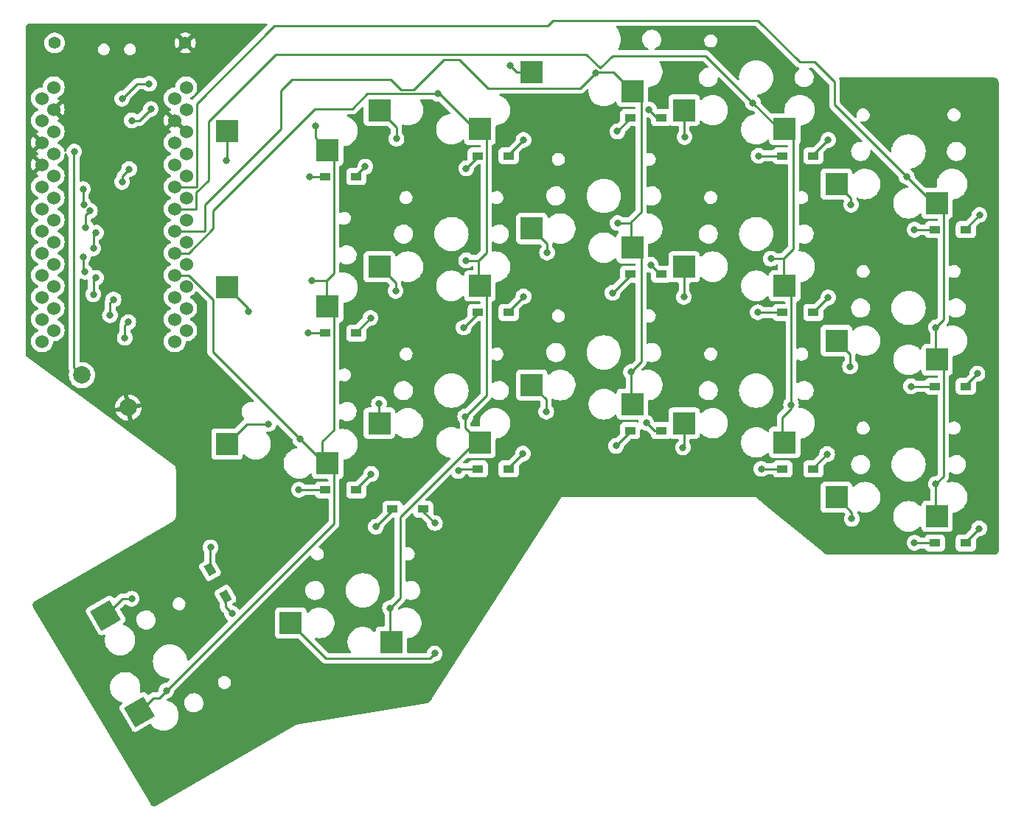
<source format=gbl>
%TF.GenerationSoftware,KiCad,Pcbnew,7.0.5-0*%
%TF.CreationDate,2023-08-21T14:14:49+01:00*%
%TF.ProjectId,draenog-34,64726165-6e6f-4672-9d33-342e6b696361,rev?*%
%TF.SameCoordinates,Original*%
%TF.FileFunction,Copper,L2,Bot*%
%TF.FilePolarity,Positive*%
%FSLAX46Y46*%
G04 Gerber Fmt 4.6, Leading zero omitted, Abs format (unit mm)*
G04 Created by KiCad (PCBNEW 7.0.5-0) date 2023-08-21 14:14:49*
%MOMM*%
%LPD*%
G01*
G04 APERTURE LIST*
G04 Aperture macros list*
%AMRotRect*
0 Rectangle, with rotation*
0 The origin of the aperture is its center*
0 $1 length*
0 $2 width*
0 $3 Rotation angle, in degrees counterclockwise*
0 Add horizontal line*
21,1,$1,$2,0,0,$3*%
G04 Aperture macros list end*
%TA.AperFunction,SMDPad,CuDef*%
%ADD10RotRect,2.600000X2.600000X300.000000*%
%TD*%
%TA.AperFunction,ComponentPad*%
%ADD11C,1.397000*%
%TD*%
%TA.AperFunction,SMDPad,CuDef*%
%ADD12R,1.300000X0.950000*%
%TD*%
%TA.AperFunction,SMDPad,CuDef*%
%ADD13R,2.600000X2.600000*%
%TD*%
%TA.AperFunction,ComponentPad*%
%ADD14C,2.000000*%
%TD*%
%TA.AperFunction,ComponentPad*%
%ADD15C,1.524000*%
%TD*%
%TA.AperFunction,SMDPad,CuDef*%
%ADD16RotRect,1.300000X0.950000X300.000000*%
%TD*%
%TA.AperFunction,ViaPad*%
%ADD17C,0.800000*%
%TD*%
%TA.AperFunction,Conductor*%
%ADD18C,0.250000*%
%TD*%
G04 APERTURE END LIST*
D10*
%TO.P,SW4,1,1*%
%TO.N,col4*%
X101980898Y-103912179D03*
%TO.P,SW4,2,2*%
%TO.N,Net-(D4-A)*%
X98111154Y-92809586D03*
%TD*%
D11*
%TO.P,B+1,1,1*%
%TO.N,Net-(SW_PWR1-C)*%
X92250000Y-27000000D03*
%TD*%
D12*
%TO.P,D9,1,K*%
%TO.N,row0*%
X158342000Y-35580000D03*
%TO.P,D9,2,A*%
%TO.N,Net-(D9-A)*%
X161892000Y-35580000D03*
%TD*%
D13*
%TO.P,SW_R2_C2,1,1*%
%TO.N,col2*%
X158592000Y-68530000D03*
%TO.P,SW_R2_C2,2,2*%
%TO.N,Net-(D11-A)*%
X147042000Y-66330000D03*
%TD*%
%TO.P,SW_R2_C0,1,1*%
%TO.N,col0*%
X193592000Y-81420000D03*
%TO.P,SW_R2_C0,2,2*%
%TO.N,Net-(D17-A)*%
X182042000Y-79220000D03*
%TD*%
D14*
%TO.P,SW_RST1,2,2*%
%TO.N,RESET*%
X95381756Y-65191877D03*
%TO.P,SW_RST1,1,1*%
%TO.N,GND*%
X100706244Y-68920123D03*
%TD*%
D13*
%TO.P,SW_R2_C3,1,1*%
%TO.N,col3*%
X141092000Y-72920000D03*
%TO.P,SW_R2_C3,2,2*%
%TO.N,Net-(D7-A)*%
X129542000Y-70720000D03*
%TD*%
D12*
%TO.P,D5,1,K*%
%TO.N,row0*%
X140842000Y-39970000D03*
%TO.P,D5,2,A*%
%TO.N,Net-(D5-A)*%
X144392000Y-39970000D03*
%TD*%
D11*
%TO.P,B-1,1,1*%
%TO.N,GND*%
X107250000Y-27000000D03*
%TD*%
D13*
%TO.P,SW_R1_C1,1,1*%
%TO.N,col1*%
X176092000Y-54920000D03*
%TO.P,SW_R1_C1,2,2*%
%TO.N,Net-(D13-A)*%
X164542000Y-52720000D03*
%TD*%
D15*
%TO.P,U1,1,TX0/D3*%
%TO.N,unconnected-(U1-TX0{slash}D3-Pad1)*%
X90805000Y-33365000D03*
X107351400Y-32095000D03*
%TO.P,U1,2,RX1/D2*%
%TO.N,unconnected-(U1-RX1{slash}D2-Pad2)*%
X90805000Y-35905000D03*
X107351400Y-34635000D03*
%TO.P,U1,3,GND*%
%TO.N,GND*%
X90805000Y-38445000D03*
X107351400Y-37175000D03*
%TO.P,U1,4,GND*%
X90805000Y-40985000D03*
X107351400Y-39715000D03*
%TO.P,U1,5,2/D1/SDA*%
%TO.N,unconnected-(U1-2{slash}D1{slash}SDA-Pad5)*%
X90805000Y-43525000D03*
X107351400Y-42255000D03*
%TO.P,U1,6,3/D0/SCL*%
%TO.N,unconnected-(U1-3{slash}D0{slash}SCL-Pad6)*%
X90805000Y-46065000D03*
X107351400Y-44795000D03*
%TO.P,U1,7,4/D4*%
%TO.N,row0*%
X90805000Y-48605000D03*
X107351400Y-47335000D03*
%TO.P,U1,8,5/C6*%
%TO.N,row1*%
X90805000Y-51145000D03*
X107351400Y-49875000D03*
%TO.P,U1,9,6/D7*%
%TO.N,row2*%
X90805000Y-53685000D03*
X107351400Y-52415000D03*
%TO.P,U1,10,7/E6*%
%TO.N,row3*%
X90805000Y-56225000D03*
X107351400Y-54955000D03*
%TO.P,U1,11,8/B4*%
%TO.N,unconnected-(U1-8{slash}B4-Pad11)*%
X90805000Y-58765000D03*
X107351400Y-57495000D03*
%TO.P,U1,12,9/B5*%
%TO.N,unconnected-(U1-9{slash}B5-Pad12)*%
X90805000Y-61305000D03*
X107351400Y-60035000D03*
%TO.P,U1,13,B6/10*%
%TO.N,unconnected-(U1-B6{slash}10-Pad13)*%
X92131400Y-60035000D03*
X106045000Y-61305000D03*
%TO.P,U1,14,B2/16*%
%TO.N,unconnected-(U1-B2{slash}16-Pad14)*%
X92131400Y-57495000D03*
X106045000Y-58765000D03*
%TO.P,U1,15,B3/14*%
%TO.N,unconnected-(U1-B3{slash}14-Pad15)*%
X92131400Y-54955000D03*
X106045000Y-56225000D03*
%TO.P,U1,16,B1/15*%
%TO.N,col4*%
X92131400Y-52415000D03*
X106045000Y-53685000D03*
%TO.P,U1,17,F7/A0*%
%TO.N,col3*%
X92131400Y-49875000D03*
X106045000Y-51145000D03*
%TO.P,U1,18,F6/A1*%
%TO.N,col2*%
X92131400Y-47335000D03*
X106045000Y-48605000D03*
%TO.P,U1,19,F5/A2*%
%TO.N,col1*%
X92131400Y-44795000D03*
X106045000Y-46065000D03*
%TO.P,U1,20,F4/A3*%
%TO.N,col0*%
X92131400Y-42255000D03*
X106045000Y-43525000D03*
%TO.P,U1,21,VCC*%
%TO.N,unconnected-(U1-VCC-Pad21)*%
X92131400Y-39715000D03*
X106045000Y-40985000D03*
%TO.P,U1,22,RST*%
%TO.N,RESET*%
X92131400Y-37175000D03*
X106045000Y-38445000D03*
%TO.P,U1,23,GND*%
%TO.N,GND*%
X92131400Y-34635000D03*
X106045000Y-35905000D03*
%TO.P,U1,24,RAW*%
%TO.N,RAW*%
X92131400Y-32095000D03*
X106045000Y-33365000D03*
%TD*%
D12*
%TO.P,D8,1,K*%
%TO.N,row3*%
X131025000Y-80600000D03*
%TO.P,D8,2,A*%
%TO.N,Net-(D8-A)*%
X134575000Y-80600000D03*
%TD*%
D13*
%TO.P,SW_R0_C4,1,1*%
%TO.N,col4*%
X123592000Y-39320000D03*
%TO.P,SW_R0_C4,2,2*%
%TO.N,Net-(D1-A)*%
X112042000Y-37120000D03*
%TD*%
%TO.P,SW_R0_C0,1,1*%
%TO.N,col0*%
X193592000Y-45420000D03*
%TO.P,SW_R0_C0,2,2*%
%TO.N,Net-(D15-A)*%
X182042000Y-43220000D03*
%TD*%
%TO.P,SW_R1_C2,1,1*%
%TO.N,col2*%
X158592000Y-50530000D03*
%TO.P,SW_R1_C2,2,2*%
%TO.N,Net-(D10-A)*%
X147042000Y-48330000D03*
%TD*%
%TO.P,SW_R0_C1,1,1*%
%TO.N,col1*%
X176092000Y-36920000D03*
%TO.P,SW_R0_C1,2,2*%
%TO.N,Net-(D12-A)*%
X164542000Y-34720000D03*
%TD*%
%TO.P,SW_R1_C0,1,1*%
%TO.N,col0*%
X193592000Y-63420000D03*
%TO.P,SW_R1_C0,2,2*%
%TO.N,Net-(D16-A)*%
X182042000Y-61220000D03*
%TD*%
%TO.P,SW_R2_C4,1,1*%
%TO.N,col4*%
X123592000Y-75320000D03*
%TO.P,SW_R2_C4,2,2*%
%TO.N,Net-(D3-A)*%
X112042000Y-73120000D03*
%TD*%
%TO.P,SW_R1_C4,1,1*%
%TO.N,col4*%
X123592000Y-57320000D03*
%TO.P,SW_R1_C4,2,2*%
%TO.N,Net-(D2-A)*%
X112042000Y-55120000D03*
%TD*%
D16*
%TO.P,D4,1,K*%
%TO.N,row3*%
X110087500Y-87533863D03*
%TO.P,D4,2,A*%
%TO.N,Net-(D4-A)*%
X111862500Y-90608253D03*
%TD*%
D12*
%TO.P,D16,1,K*%
%TO.N,row1*%
X193342000Y-66470000D03*
%TO.P,D16,2,A*%
%TO.N,Net-(D16-A)*%
X196892000Y-66470000D03*
%TD*%
%TO.P,D6,1,K*%
%TO.N,row1*%
X140842000Y-57970000D03*
%TO.P,D6,2,A*%
%TO.N,Net-(D6-A)*%
X144392000Y-57970000D03*
%TD*%
D13*
%TO.P,SW_R0_C3,1,1*%
%TO.N,col3*%
X141092000Y-36920000D03*
%TO.P,SW_R0_C3,2,2*%
%TO.N,Net-(D5-A)*%
X129542000Y-34720000D03*
%TD*%
D12*
%TO.P,D1,1,K*%
%TO.N,row0*%
X123342000Y-42370000D03*
%TO.P,D1,2,A*%
%TO.N,Net-(D1-A)*%
X126892000Y-42370000D03*
%TD*%
%TO.P,D13,1,K*%
%TO.N,row1*%
X175842000Y-57970000D03*
%TO.P,D13,2,A*%
%TO.N,Net-(D13-A)*%
X179392000Y-57970000D03*
%TD*%
D13*
%TO.P,SW_R0_C2,1,1*%
%TO.N,col2*%
X158592000Y-32530000D03*
%TO.P,SW_R0_C2,2,2*%
%TO.N,Net-(D9-A)*%
X147042000Y-30330000D03*
%TD*%
%TO.P,SW_R2_C1,1,1*%
%TO.N,col1*%
X176092000Y-72920000D03*
%TO.P,SW_R2_C1,2,2*%
%TO.N,Net-(D14-A)*%
X164542000Y-70720000D03*
%TD*%
D12*
%TO.P,D17,1,K*%
%TO.N,row2*%
X193342000Y-84470000D03*
%TO.P,D17,2,A*%
%TO.N,Net-(D17-A)*%
X196892000Y-84470000D03*
%TD*%
%TO.P,D14,1,K*%
%TO.N,row2*%
X175842000Y-75970000D03*
%TO.P,D14,2,A*%
%TO.N,Net-(D14-A)*%
X179392000Y-75970000D03*
%TD*%
%TO.P,D15,1,K*%
%TO.N,row0*%
X193342000Y-48470000D03*
%TO.P,D15,2,A*%
%TO.N,Net-(D15-A)*%
X196892000Y-48470000D03*
%TD*%
%TO.P,D10,1,K*%
%TO.N,row1*%
X158342000Y-53580000D03*
%TO.P,D10,2,A*%
%TO.N,Net-(D10-A)*%
X161892000Y-53580000D03*
%TD*%
%TO.P,D12,1,K*%
%TO.N,row0*%
X175842000Y-39970000D03*
%TO.P,D12,2,A*%
%TO.N,Net-(D12-A)*%
X179392000Y-39970000D03*
%TD*%
%TO.P,D2,1,K*%
%TO.N,row1*%
X123342000Y-60370000D03*
%TO.P,D2,2,A*%
%TO.N,Net-(D2-A)*%
X126892000Y-60370000D03*
%TD*%
D13*
%TO.P,SW8,2,2*%
%TO.N,Net-(D8-A)*%
X119360000Y-93685000D03*
%TO.P,SW8,1,1*%
%TO.N,col3*%
X130910000Y-95885000D03*
%TD*%
%TO.P,SW_R1_C3,1,1*%
%TO.N,col3*%
X141092000Y-54920000D03*
%TO.P,SW_R1_C3,2,2*%
%TO.N,Net-(D6-A)*%
X129542000Y-52720000D03*
%TD*%
D12*
%TO.P,D3,1,K*%
%TO.N,row2*%
X123342000Y-78370000D03*
%TO.P,D3,2,A*%
%TO.N,Net-(D3-A)*%
X126892000Y-78370000D03*
%TD*%
%TO.P,D11,1,K*%
%TO.N,row2*%
X158342000Y-71580000D03*
%TO.P,D11,2,A*%
%TO.N,Net-(D11-A)*%
X161892000Y-71580000D03*
%TD*%
%TO.P,D7,1,K*%
%TO.N,row2*%
X140842000Y-75970000D03*
%TO.P,D7,2,A*%
%TO.N,Net-(D7-A)*%
X144392000Y-75970000D03*
%TD*%
D17*
%TO.N,unconnected-(U1-RX1{slash}D2-Pad2)*%
X101100000Y-35905000D03*
X103300000Y-34600000D03*
%TO.N,unconnected-(U1-TX0{slash}D3-Pad1)*%
X103100000Y-31700000D03*
X100000000Y-33400000D03*
%TO.N,row0*%
X121500000Y-42370000D03*
X96300000Y-46300000D03*
X156873500Y-37173500D03*
X139518500Y-41418500D03*
X95800000Y-48200000D03*
X173100000Y-39970000D03*
X191000000Y-48470000D03*
%TO.N,Net-(D1-A)*%
X112000000Y-40500000D03*
X127918500Y-41218500D03*
%TO.N,row1*%
X121400000Y-60370000D03*
X97000000Y-48800000D03*
X190600000Y-66470000D03*
X156323500Y-55723500D03*
X173000000Y-57970000D03*
X96700000Y-50600000D03*
X139218500Y-59718500D03*
%TO.N,Net-(D2-A)*%
X128518500Y-58618500D03*
X114500000Y-57900000D03*
%TO.N,row2*%
X95500000Y-51600000D03*
X138600000Y-76200000D03*
X191000000Y-84470000D03*
X173400000Y-75970000D03*
X120300000Y-78370000D03*
X156723500Y-73323500D03*
X95700000Y-53300000D03*
%TO.N,Net-(D3-A)*%
X116800000Y-70800000D03*
X128592000Y-76545000D03*
%TO.N,row3*%
X129125000Y-82625000D03*
X110150000Y-85000000D03*
X97000000Y-54000000D03*
X96700000Y-55900000D03*
%TO.N,Net-(D4-A)*%
X112613856Y-92600000D03*
X101100000Y-90900000D03*
%TO.N,Net-(D5-A)*%
X131500000Y-38000000D03*
X146092000Y-38145000D03*
%TO.N,Net-(D6-A)*%
X146092000Y-56145000D03*
X131400000Y-55500000D03*
%TO.N,Net-(D7-A)*%
X129500000Y-68500000D03*
X146018500Y-74218500D03*
%TO.N,Net-(D8-A)*%
X135900000Y-97200000D03*
X135910000Y-82200000D03*
%TO.N,Net-(D9-A)*%
X160500000Y-34655000D03*
X144600000Y-29600000D03*
%TO.N,Net-(D10-A)*%
X148800000Y-51100000D03*
X160693500Y-52506500D03*
%TO.N,Net-(D11-A)*%
X160200000Y-70655000D03*
X148700000Y-69400000D03*
%TO.N,Net-(D12-A)*%
X164600000Y-37800000D03*
X181092000Y-38145000D03*
%TO.N,Net-(D13-A)*%
X164500000Y-56200000D03*
X181092000Y-56270000D03*
%TO.N,Net-(D14-A)*%
X180968500Y-74268500D03*
X164400000Y-73500000D03*
%TO.N,Net-(D15-A)*%
X198468500Y-46768500D03*
X183700000Y-45600000D03*
%TO.N,Net-(D16-A)*%
X198218500Y-65018500D03*
X183600000Y-64200000D03*
%TO.N,Net-(D17-A)*%
X198418500Y-82818500D03*
X183800000Y-81700000D03*
%TO.N,col4*%
X120450000Y-72550000D03*
X121800000Y-54300000D03*
X105076097Y-101476097D03*
X122200000Y-36500000D03*
%TO.N,col3*%
X130760000Y-91968200D03*
X139400000Y-69949450D03*
X139500000Y-52000000D03*
X136300000Y-32845000D03*
%TO.N,col2*%
X154392316Y-30408873D03*
X156900000Y-47700000D03*
X158442000Y-64800000D03*
%TO.N,col1*%
X176817000Y-68600000D03*
X172424325Y-33875675D03*
X174500000Y-51800000D03*
%TO.N,col0*%
X190100000Y-42400000D03*
X193442000Y-77700000D03*
X193442000Y-59700000D03*
%TO.N,RESET*%
X94500000Y-39500000D03*
%TO.N,unconnected-(U1-3{slash}D0{slash}SCL-Pad6)*%
X95593245Y-45593245D03*
X95500000Y-43800000D03*
%TO.N,unconnected-(U1-2{slash}D1{slash}SDA-Pad5)*%
X100800000Y-41500000D03*
X100000000Y-42979500D03*
%TO.N,unconnected-(U1-9{slash}B5-Pad12)*%
X100700000Y-59100000D03*
X100300000Y-60900000D03*
%TO.N,unconnected-(U1-8{slash}B4-Pad11)*%
X98600000Y-58300000D03*
X99000000Y-56500000D03*
%TD*%
D18*
%TO.N,RESET*%
X94475512Y-64285633D02*
X94475512Y-39519112D01*
X95381756Y-65191877D02*
X94475512Y-64285633D01*
%TO.N,unconnected-(U1-RX1{slash}D2-Pad2)*%
X101100000Y-35905000D02*
X101995000Y-35905000D01*
X101995000Y-35905000D02*
X103300000Y-34600000D01*
%TO.N,unconnected-(U1-TX0{slash}D3-Pad1)*%
X101700000Y-31700000D02*
X103100000Y-31700000D01*
X100000000Y-33400000D02*
X101700000Y-31700000D01*
%TO.N,row0*%
X193342000Y-48470000D02*
X191000000Y-48470000D01*
X158342000Y-35705000D02*
X156873500Y-37173500D01*
X140842000Y-39970000D02*
X140842000Y-40095000D01*
X123342000Y-42370000D02*
X121500000Y-42370000D01*
X175842000Y-39970000D02*
X173100000Y-39970000D01*
X95800000Y-48200000D02*
X95800000Y-46800000D01*
X140842000Y-40095000D02*
X139518500Y-41418500D01*
X95800000Y-46800000D02*
X96300000Y-46300000D01*
X158342000Y-35580000D02*
X158342000Y-35705000D01*
%TO.N,Net-(D1-A)*%
X126892000Y-42245000D02*
X127918500Y-41218500D01*
X112000000Y-40500000D02*
X112042000Y-40458000D01*
X112042000Y-40458000D02*
X112042000Y-37120000D01*
X126892000Y-42370000D02*
X126892000Y-42245000D01*
%TO.N,row1*%
X193342000Y-66470000D02*
X190600000Y-66470000D01*
X140842000Y-58095000D02*
X139218500Y-59718500D01*
X96700000Y-49100000D02*
X97000000Y-48800000D01*
X158342000Y-53580000D02*
X158342000Y-53705000D01*
X96700000Y-50600000D02*
X96700000Y-49100000D01*
X158342000Y-53705000D02*
X156323500Y-55723500D01*
X140842000Y-57970000D02*
X140842000Y-58095000D01*
X175842000Y-57970000D02*
X173000000Y-57970000D01*
X123342000Y-60370000D02*
X121400000Y-60370000D01*
%TO.N,Net-(D2-A)*%
X114500000Y-57900000D02*
X114500000Y-57578000D01*
X126892000Y-60245000D02*
X128518500Y-58618500D01*
X126892000Y-60370000D02*
X126892000Y-60245000D01*
X114500000Y-57578000D02*
X112042000Y-55120000D01*
%TO.N,row2*%
X193342000Y-84470000D02*
X191000000Y-84470000D01*
X95700000Y-53300000D02*
X95500000Y-53100000D01*
X138830000Y-75970000D02*
X138600000Y-76200000D01*
X158342000Y-71580000D02*
X158342000Y-71705000D01*
X175842000Y-75970000D02*
X173400000Y-75970000D01*
X95500000Y-53100000D02*
X95500000Y-51600000D01*
X158342000Y-71705000D02*
X156723500Y-73323500D01*
X123342000Y-78370000D02*
X120300000Y-78370000D01*
X140842000Y-75970000D02*
X138830000Y-75970000D01*
%TO.N,Net-(D3-A)*%
X126892000Y-78370000D02*
X126892000Y-78245000D01*
X126892000Y-78245000D02*
X128592000Y-76545000D01*
X116800000Y-70800000D02*
X114362000Y-70800000D01*
X114362000Y-70800000D02*
X112042000Y-73120000D01*
%TO.N,row3*%
X131025000Y-80725000D02*
X129125000Y-82625000D01*
X110087500Y-85062500D02*
X110150000Y-85000000D01*
X96700000Y-55900000D02*
X96700000Y-54300000D01*
X110087500Y-87533863D02*
X110087500Y-85062500D01*
X131025000Y-80600000D02*
X131025000Y-80725000D01*
X96700000Y-54300000D02*
X97000000Y-54000000D01*
%TO.N,Net-(D4-A)*%
X101100000Y-90900000D02*
X100020740Y-90900000D01*
X111862500Y-90608253D02*
X111862500Y-91848644D01*
X100020740Y-90900000D02*
X98111154Y-92809586D01*
X111862500Y-91848644D02*
X112613856Y-92600000D01*
%TO.N,Net-(D5-A)*%
X131500000Y-36678000D02*
X129542000Y-34720000D01*
X131500000Y-38000000D02*
X131500000Y-36678000D01*
X144392000Y-39845000D02*
X146092000Y-38145000D01*
X144392000Y-39970000D02*
X144392000Y-39845000D01*
%TO.N,Net-(D6-A)*%
X144392000Y-57845000D02*
X146092000Y-56145000D01*
X131400000Y-55500000D02*
X131400000Y-54578000D01*
X144392000Y-57970000D02*
X144392000Y-57845000D01*
X131400000Y-54578000D02*
X129542000Y-52720000D01*
%TO.N,Net-(D7-A)*%
X129500000Y-68500000D02*
X129500000Y-70678000D01*
X144392000Y-75970000D02*
X144392000Y-75845000D01*
X144392000Y-75845000D02*
X146018500Y-74218500D01*
X129500000Y-70678000D02*
X129542000Y-70720000D01*
%TO.N,Net-(D8-A)*%
X123435000Y-97760000D02*
X135340000Y-97760000D01*
X119360000Y-93685000D02*
X123435000Y-97760000D01*
X134575000Y-80865000D02*
X135910000Y-82200000D01*
X134575000Y-80600000D02*
X134575000Y-80865000D01*
X135340000Y-97760000D02*
X135900000Y-97200000D01*
%TO.N,Net-(D9-A)*%
X144600000Y-29600000D02*
X145330000Y-30330000D01*
X161425000Y-35580000D02*
X160500000Y-34655000D01*
X161892000Y-35580000D02*
X161425000Y-35580000D01*
X145330000Y-30330000D02*
X147042000Y-30330000D01*
%TO.N,Net-(D10-A)*%
X148800000Y-51100000D02*
X148800000Y-50088000D01*
X161767000Y-53580000D02*
X160693500Y-52506500D01*
X161892000Y-53580000D02*
X161767000Y-53580000D01*
X148800000Y-50088000D02*
X147042000Y-48330000D01*
%TO.N,Net-(D11-A)*%
X161125000Y-71580000D02*
X160200000Y-70655000D01*
X148700000Y-69400000D02*
X148700000Y-67988000D01*
X161892000Y-71580000D02*
X161125000Y-71580000D01*
X148700000Y-67988000D02*
X147042000Y-66330000D01*
%TO.N,Net-(D12-A)*%
X179392000Y-39970000D02*
X179392000Y-39845000D01*
X179392000Y-39845000D02*
X181092000Y-38145000D01*
X164542000Y-37742000D02*
X164542000Y-34720000D01*
X164600000Y-37800000D02*
X164542000Y-37742000D01*
%TO.N,Net-(D13-A)*%
X179392000Y-57970000D02*
X181092000Y-56270000D01*
X164500000Y-56200000D02*
X164542000Y-56158000D01*
X164542000Y-56158000D02*
X164542000Y-52720000D01*
%TO.N,Net-(D14-A)*%
X164542000Y-73358000D02*
X164542000Y-70720000D01*
X164400000Y-73500000D02*
X164542000Y-73358000D01*
X179392000Y-75845000D02*
X180968500Y-74268500D01*
X179392000Y-75970000D02*
X179392000Y-75845000D01*
%TO.N,Net-(D15-A)*%
X196892000Y-48470000D02*
X196892000Y-48345000D01*
X183700000Y-45600000D02*
X183700000Y-44878000D01*
X196892000Y-48345000D02*
X198468500Y-46768500D01*
X183700000Y-44878000D02*
X182042000Y-43220000D01*
%TO.N,Net-(D16-A)*%
X183600000Y-64200000D02*
X183600000Y-62778000D01*
X196892000Y-66470000D02*
X196892000Y-66345000D01*
X183600000Y-62778000D02*
X182042000Y-61220000D01*
X196892000Y-66345000D02*
X198218500Y-65018500D01*
%TO.N,Net-(D17-A)*%
X196892000Y-84470000D02*
X196892000Y-84345000D01*
X183800000Y-80978000D02*
X182042000Y-79220000D01*
X183800000Y-81700000D02*
X183800000Y-80978000D01*
X196892000Y-84345000D02*
X198418500Y-82818500D01*
%TO.N,col4*%
X123592000Y-39320000D02*
X124317000Y-40045000D01*
X123000000Y-74728000D02*
X123592000Y-75320000D01*
X103593077Y-102300000D02*
X101980898Y-103912179D01*
X106045000Y-53685000D02*
X107618651Y-53685000D01*
X124317000Y-58045000D02*
X124317000Y-71468350D01*
X123220000Y-75320000D02*
X123592000Y-75320000D01*
X124317000Y-82235194D02*
X105076097Y-101476097D01*
X123000000Y-72785350D02*
X123000000Y-74728000D01*
X124317000Y-40045000D02*
X124317000Y-53468350D01*
X123592000Y-57320000D02*
X123442000Y-57170000D01*
X122200000Y-36500000D02*
X122200000Y-37928000D01*
X120450000Y-72550000D02*
X123220000Y-75320000D01*
X121800000Y-54300000D02*
X123442000Y-54300000D01*
X123592000Y-57320000D02*
X124317000Y-58045000D01*
X124317000Y-71468350D02*
X123000000Y-72785350D01*
X110417000Y-62517000D02*
X120450000Y-72550000D01*
X124317000Y-76045000D02*
X124317000Y-82235194D01*
X122200000Y-37928000D02*
X123592000Y-39320000D01*
X110417000Y-56483349D02*
X110417000Y-62517000D01*
X105076097Y-101476097D02*
X104252194Y-102300000D01*
X107618651Y-53685000D02*
X110417000Y-56483349D01*
X123442000Y-57170000D02*
X123442000Y-54300000D01*
X124317000Y-53468350D02*
X123442000Y-54343350D01*
X123442000Y-54343350D02*
X123442000Y-54300000D01*
X104252194Y-102300000D02*
X103593077Y-102300000D01*
X123592000Y-75320000D02*
X124317000Y-76045000D01*
%TO.N,col3*%
X110417000Y-48346651D02*
X110417000Y-46283000D01*
X140468650Y-36920000D02*
X141092000Y-36920000D01*
X136393650Y-32845000D02*
X140468650Y-36920000D01*
X130760000Y-91968200D02*
X130760000Y-95735000D01*
X140480000Y-72920000D02*
X131909100Y-81490900D01*
X107618651Y-51145000D02*
X110417000Y-48346651D01*
X141817000Y-55645000D02*
X141817000Y-67532450D01*
X136300000Y-32845000D02*
X136393650Y-32845000D01*
X110417000Y-46283000D02*
X122104100Y-34595900D01*
X140942000Y-54770000D02*
X141092000Y-54920000D01*
X139500000Y-52000000D02*
X140885350Y-52000000D01*
X130760000Y-95735000D02*
X130910000Y-95885000D01*
X122104100Y-34595900D02*
X126416100Y-34595900D01*
X141092000Y-54920000D02*
X141817000Y-55645000D01*
X128167000Y-32845000D02*
X136300000Y-32845000D01*
X126416100Y-34595900D02*
X128167000Y-32845000D01*
X106045000Y-51145000D02*
X107618651Y-51145000D01*
X140942000Y-51943350D02*
X140942000Y-54770000D01*
X141092000Y-72920000D02*
X139400000Y-71228000D01*
X141092000Y-36920000D02*
X141817000Y-37645000D01*
X139400000Y-71228000D02*
X139400000Y-69949450D01*
X131909100Y-90819100D02*
X130760000Y-91968200D01*
X141817000Y-37645000D02*
X141817000Y-51068350D01*
X141092000Y-72920000D02*
X140480000Y-72920000D01*
X141817000Y-51068350D02*
X140885350Y-52000000D01*
X131909100Y-81490900D02*
X131909100Y-90819100D01*
X141817000Y-67532450D02*
X139400000Y-69949450D01*
%TO.N,col2*%
X159591100Y-33529100D02*
X159591100Y-46404250D01*
X133437001Y-32395000D02*
X136951501Y-28880500D01*
X158592000Y-50530000D02*
X159591100Y-51529100D01*
X158442000Y-47800000D02*
X158442000Y-50380000D01*
X132008316Y-32395000D02*
X133437001Y-32395000D01*
X158442000Y-47553350D02*
X158442000Y-47800000D01*
X158592000Y-32530000D02*
X159591100Y-33529100D01*
X158442000Y-50380000D02*
X158592000Y-50530000D01*
X118227500Y-36861150D02*
X118227500Y-32504501D01*
X158442000Y-68380000D02*
X158592000Y-68530000D01*
X106045000Y-48605000D02*
X109522255Y-48605000D01*
X158442000Y-64800000D02*
X158442000Y-68380000D01*
X130813316Y-31200000D02*
X132008316Y-32395000D01*
X159591100Y-46404250D02*
X158442000Y-47553350D01*
X136951501Y-28880500D02*
X138682499Y-28880500D01*
X159591100Y-63650900D02*
X158442000Y-64800000D01*
X152595000Y-32205000D02*
X154458000Y-30342000D01*
X118227500Y-32504501D02*
X119532001Y-31200000D01*
X109522255Y-45566395D02*
X118227500Y-36861150D01*
X158442000Y-47600000D02*
X158442000Y-47800000D01*
X158342000Y-47700000D02*
X158442000Y-47600000D01*
X154458000Y-30342000D02*
X156404000Y-30342000D01*
X156900000Y-47700000D02*
X158342000Y-47700000D01*
X138682499Y-28880500D02*
X142006999Y-32205000D01*
X156404000Y-30342000D02*
X158592000Y-32530000D01*
X119532001Y-31200000D02*
X130813316Y-31200000D01*
X142006999Y-32205000D02*
X152595000Y-32205000D01*
X159591100Y-51529100D02*
X159591100Y-63650900D01*
X109522255Y-48605000D02*
X109522255Y-45566395D01*
%TO.N,col1*%
X176817000Y-68600000D02*
X176817000Y-69068350D01*
X176092000Y-36920000D02*
X177091100Y-37919100D01*
X175800000Y-70085350D02*
X175800000Y-72628000D01*
X175468650Y-36920000D02*
X176092000Y-36920000D01*
X167003650Y-28455000D02*
X172424325Y-33875675D01*
X108535000Y-46065000D02*
X108535000Y-44165000D01*
X176817000Y-69068350D02*
X175800000Y-70085350D01*
X177091100Y-50650900D02*
X175942000Y-51800000D01*
X175800000Y-72628000D02*
X176092000Y-72920000D01*
X175942000Y-54770000D02*
X176092000Y-54920000D01*
X174500000Y-51800000D02*
X175942000Y-51800000D01*
X117612300Y-28299700D02*
X153307700Y-28299700D01*
X153307700Y-28299700D02*
X154900000Y-29892000D01*
X176092000Y-54920000D02*
X176817000Y-55645000D01*
X109900000Y-36012000D02*
X117612300Y-28299700D01*
X109900000Y-42800000D02*
X109900000Y-36012000D01*
X156337000Y-28455000D02*
X167003650Y-28455000D01*
X175942000Y-51800000D02*
X175942000Y-54770000D01*
X108535000Y-44165000D02*
X109900000Y-42800000D01*
X172424325Y-33875675D02*
X175468650Y-36920000D01*
X177091100Y-37919100D02*
X177091100Y-50650900D01*
X154900000Y-29892000D02*
X156337000Y-28455000D01*
X106045000Y-46065000D02*
X108535000Y-46065000D01*
X176817000Y-55645000D02*
X176817000Y-68600000D01*
%TO.N,col0*%
X193592000Y-45420000D02*
X194317000Y-46145000D01*
X194317000Y-76825000D02*
X193442000Y-77700000D01*
X193442000Y-63270000D02*
X193592000Y-63420000D01*
X117500000Y-25000000D02*
X148900000Y-25000000D01*
X106045000Y-43525000D02*
X108538604Y-43525000D01*
X193442000Y-59700000D02*
X193442000Y-63270000D01*
X193592000Y-63420000D02*
X194317000Y-64145000D01*
X181823223Y-31500000D02*
X181823223Y-34123223D01*
X190100000Y-42400000D02*
X193120000Y-45420000D01*
X194317000Y-46145000D02*
X194317000Y-58825000D01*
X193442000Y-77700000D02*
X193442000Y-81270000D01*
X193442000Y-81270000D02*
X193592000Y-81420000D01*
X179523223Y-29200000D02*
X181823223Y-31500000D01*
X177800000Y-29200000D02*
X179523223Y-29200000D01*
X149500000Y-24400000D02*
X173000000Y-24400000D01*
X181823223Y-34123223D02*
X190100000Y-42400000D01*
X108538604Y-33961396D02*
X117500000Y-25000000D01*
X194317000Y-58825000D02*
X193442000Y-59700000D01*
X194317000Y-64145000D02*
X194317000Y-76825000D01*
X173000000Y-24400000D02*
X177800000Y-29200000D01*
X148900000Y-25000000D02*
X149500000Y-24400000D01*
X108538604Y-43525000D02*
X108538604Y-33961396D01*
X193120000Y-45420000D02*
X193592000Y-45420000D01*
%TO.N,unconnected-(U1-3{slash}D0{slash}SCL-Pad6)*%
X95500000Y-45500000D02*
X95500000Y-43800000D01*
X95593245Y-45593245D02*
X95500000Y-45500000D01*
%TO.N,unconnected-(U1-2{slash}D1{slash}SDA-Pad5)*%
X100000000Y-42979500D02*
X100000000Y-42300000D01*
X100000000Y-42300000D02*
X100800000Y-41500000D01*
%TO.N,unconnected-(U1-9{slash}B5-Pad12)*%
X100300000Y-59500000D02*
X100700000Y-59100000D01*
X100300000Y-60900000D02*
X100300000Y-59500000D01*
%TO.N,unconnected-(U1-8{slash}B4-Pad11)*%
X98600000Y-56900000D02*
X99000000Y-56500000D01*
X98600000Y-58300000D02*
X98600000Y-56900000D01*
%TD*%
%TA.AperFunction,Conductor*%
%TO.N,GND*%
G36*
X116565822Y-24750228D02*
G01*
X116632860Y-24769914D01*
X116678613Y-24822719D01*
X116688555Y-24891878D01*
X116659529Y-24955433D01*
X116653499Y-24961909D01*
X108154812Y-33460595D01*
X108142555Y-33470416D01*
X108142738Y-33470637D01*
X108136726Y-33475610D01*
X108111585Y-33502382D01*
X108051342Y-33537775D01*
X107981529Y-33534980D01*
X107968794Y-33529880D01*
X107856208Y-33477380D01*
X107803771Y-33431210D01*
X107784619Y-33364017D01*
X107804834Y-33297136D01*
X107856211Y-33252618D01*
X107862202Y-33249824D01*
X107985062Y-33192534D01*
X108166020Y-33065826D01*
X108322226Y-32909620D01*
X108448934Y-32728662D01*
X108542294Y-32528450D01*
X108599470Y-32315068D01*
X108615928Y-32126953D01*
X108618723Y-32095002D01*
X108618723Y-32094997D01*
X108608300Y-31975858D01*
X108599470Y-31874932D01*
X108542294Y-31661550D01*
X108448934Y-31461339D01*
X108347097Y-31315899D01*
X108322227Y-31280381D01*
X108245606Y-31203760D01*
X108166020Y-31124174D01*
X108166016Y-31124171D01*
X108166015Y-31124170D01*
X107985066Y-30997468D01*
X107985062Y-30997466D01*
X107932581Y-30972994D01*
X107784850Y-30904106D01*
X107784847Y-30904105D01*
X107784845Y-30904104D01*
X107571470Y-30846930D01*
X107571462Y-30846929D01*
X107351402Y-30827677D01*
X107351398Y-30827677D01*
X107131337Y-30846929D01*
X107131329Y-30846930D01*
X106917954Y-30904104D01*
X106917948Y-30904107D01*
X106717740Y-30997465D01*
X106717738Y-30997466D01*
X106536777Y-31124175D01*
X106380575Y-31280377D01*
X106253866Y-31461338D01*
X106253865Y-31461340D01*
X106160507Y-31661548D01*
X106160504Y-31661554D01*
X106103330Y-31874929D01*
X106103329Y-31874936D01*
X106093210Y-31990600D01*
X106067757Y-32055668D01*
X106011166Y-32096647D01*
X105980490Y-32103320D01*
X105824936Y-32116929D01*
X105824929Y-32116930D01*
X105611554Y-32174104D01*
X105611548Y-32174107D01*
X105411340Y-32267465D01*
X105411338Y-32267466D01*
X105230377Y-32394175D01*
X105074175Y-32550377D01*
X104947466Y-32731338D01*
X104947465Y-32731340D01*
X104854107Y-32931548D01*
X104854104Y-32931554D01*
X104796930Y-33144929D01*
X104796929Y-33144937D01*
X104777677Y-33364997D01*
X104777677Y-33365002D01*
X104796929Y-33585062D01*
X104796930Y-33585070D01*
X104854104Y-33798445D01*
X104854105Y-33798447D01*
X104854106Y-33798450D01*
X104914102Y-33927112D01*
X104947466Y-33998662D01*
X104947468Y-33998666D01*
X105074170Y-34179615D01*
X105074175Y-34179621D01*
X105230378Y-34335824D01*
X105230384Y-34335829D01*
X105411333Y-34462531D01*
X105411335Y-34462532D01*
X105411338Y-34462534D01*
X105512364Y-34509643D01*
X105540781Y-34522894D01*
X105593220Y-34569066D01*
X105612372Y-34636260D01*
X105592156Y-34703141D01*
X105540781Y-34747658D01*
X105411586Y-34807903D01*
X105346812Y-34853257D01*
X105346811Y-34853258D01*
X105995005Y-35501452D01*
X105917850Y-35513673D01*
X105803146Y-35572117D01*
X105712117Y-35663146D01*
X105653673Y-35777850D01*
X105641452Y-35855005D01*
X104993258Y-35206811D01*
X104993257Y-35206812D01*
X104947903Y-35271586D01*
X104854579Y-35471720D01*
X104854575Y-35471729D01*
X104797426Y-35685013D01*
X104797424Y-35685023D01*
X104778179Y-35904999D01*
X104778179Y-35905000D01*
X104797424Y-36124976D01*
X104797426Y-36124986D01*
X104854575Y-36338270D01*
X104854580Y-36338284D01*
X104947899Y-36538407D01*
X104947900Y-36538409D01*
X104993258Y-36603187D01*
X105641452Y-35954993D01*
X105653673Y-36032150D01*
X105712117Y-36146854D01*
X105803146Y-36237883D01*
X105917850Y-36296327D01*
X105995005Y-36308547D01*
X105346811Y-36956741D01*
X105411582Y-37002094D01*
X105411588Y-37002098D01*
X105540781Y-37062342D01*
X105593220Y-37108514D01*
X105612372Y-37175708D01*
X105592156Y-37242589D01*
X105540781Y-37287106D01*
X105411340Y-37347465D01*
X105411338Y-37347466D01*
X105230377Y-37474175D01*
X105074175Y-37630377D01*
X104947466Y-37811338D01*
X104947465Y-37811340D01*
X104854107Y-38011548D01*
X104854104Y-38011554D01*
X104796930Y-38224929D01*
X104796929Y-38224937D01*
X104777677Y-38444997D01*
X104777677Y-38445002D01*
X104796929Y-38665062D01*
X104796930Y-38665070D01*
X104854104Y-38878445D01*
X104854105Y-38878447D01*
X104854106Y-38878450D01*
X104943194Y-39069500D01*
X104947466Y-39078662D01*
X104947468Y-39078666D01*
X105074170Y-39259615D01*
X105074175Y-39259621D01*
X105230378Y-39415824D01*
X105230384Y-39415829D01*
X105411333Y-39542531D01*
X105411335Y-39542532D01*
X105411338Y-39542534D01*
X105489735Y-39579091D01*
X105540189Y-39602618D01*
X105592628Y-39648790D01*
X105611780Y-39715984D01*
X105591564Y-39782865D01*
X105540189Y-39827382D01*
X105411340Y-39887465D01*
X105411338Y-39887466D01*
X105230377Y-40014175D01*
X105074175Y-40170377D01*
X104947466Y-40351338D01*
X104947465Y-40351340D01*
X104854107Y-40551548D01*
X104854104Y-40551554D01*
X104796930Y-40764929D01*
X104796929Y-40764937D01*
X104777677Y-40984997D01*
X104777677Y-40985002D01*
X104796929Y-41205062D01*
X104796930Y-41205070D01*
X104854104Y-41418445D01*
X104854105Y-41418447D01*
X104854106Y-41418450D01*
X104929393Y-41579905D01*
X104947466Y-41618662D01*
X104947468Y-41618666D01*
X105074170Y-41799615D01*
X105074175Y-41799621D01*
X105230378Y-41955824D01*
X105230384Y-41955829D01*
X105411333Y-42082531D01*
X105411335Y-42082532D01*
X105411338Y-42082534D01*
X105530748Y-42138215D01*
X105540189Y-42142618D01*
X105592628Y-42188790D01*
X105611780Y-42255984D01*
X105591564Y-42322865D01*
X105540189Y-42367382D01*
X105411340Y-42427465D01*
X105411338Y-42427466D01*
X105230377Y-42554175D01*
X105074175Y-42710377D01*
X104947466Y-42891338D01*
X104947465Y-42891340D01*
X104889406Y-43015848D01*
X104856072Y-43087335D01*
X104854107Y-43091548D01*
X104854104Y-43091554D01*
X104796930Y-43304929D01*
X104796929Y-43304937D01*
X104777677Y-43524997D01*
X104777677Y-43525002D01*
X104796929Y-43745062D01*
X104796930Y-43745070D01*
X104854104Y-43958445D01*
X104854105Y-43958447D01*
X104854106Y-43958450D01*
X104929615Y-44120381D01*
X104947466Y-44158662D01*
X104947468Y-44158666D01*
X105074170Y-44339615D01*
X105074175Y-44339621D01*
X105230378Y-44495824D01*
X105230384Y-44495829D01*
X105411333Y-44622531D01*
X105411335Y-44622532D01*
X105411338Y-44622534D01*
X105524200Y-44675162D01*
X105540189Y-44682618D01*
X105592628Y-44728790D01*
X105611780Y-44795984D01*
X105591564Y-44862865D01*
X105540189Y-44907382D01*
X105411340Y-44967465D01*
X105411338Y-44967466D01*
X105230377Y-45094175D01*
X105074175Y-45250377D01*
X104947466Y-45431338D01*
X104947465Y-45431340D01*
X104908058Y-45515849D01*
X104856176Y-45627112D01*
X104854107Y-45631548D01*
X104854104Y-45631554D01*
X104796930Y-45844929D01*
X104796929Y-45844937D01*
X104777677Y-46064997D01*
X104777677Y-46065002D01*
X104796929Y-46285062D01*
X104796930Y-46285070D01*
X104854104Y-46498445D01*
X104854105Y-46498447D01*
X104854106Y-46498450D01*
X104925976Y-46652576D01*
X104947466Y-46698662D01*
X104947468Y-46698666D01*
X105074170Y-46879615D01*
X105074175Y-46879621D01*
X105230378Y-47035824D01*
X105230384Y-47035829D01*
X105411330Y-47162529D01*
X105411334Y-47162531D01*
X105411338Y-47162534D01*
X105510226Y-47208646D01*
X105540189Y-47222618D01*
X105592628Y-47268790D01*
X105611780Y-47335984D01*
X105591564Y-47402865D01*
X105540189Y-47447382D01*
X105411340Y-47507465D01*
X105411338Y-47507466D01*
X105230377Y-47634175D01*
X105074175Y-47790377D01*
X104947466Y-47971338D01*
X104947465Y-47971340D01*
X104854107Y-48171548D01*
X104854104Y-48171554D01*
X104796930Y-48384929D01*
X104796929Y-48384937D01*
X104777677Y-48604997D01*
X104777677Y-48605002D01*
X104796929Y-48825062D01*
X104796930Y-48825070D01*
X104854104Y-49038445D01*
X104854105Y-49038447D01*
X104854106Y-49038450D01*
X104921107Y-49182135D01*
X104947466Y-49238662D01*
X104947468Y-49238666D01*
X105074170Y-49419615D01*
X105074175Y-49419621D01*
X105230378Y-49575824D01*
X105230384Y-49575829D01*
X105411333Y-49702531D01*
X105411335Y-49702532D01*
X105411338Y-49702534D01*
X105486287Y-49737483D01*
X105540189Y-49762618D01*
X105592628Y-49808790D01*
X105611780Y-49875984D01*
X105591564Y-49942865D01*
X105540189Y-49987382D01*
X105411340Y-50047465D01*
X105411338Y-50047466D01*
X105230377Y-50174175D01*
X105074175Y-50330377D01*
X104947466Y-50511338D01*
X104947465Y-50511340D01*
X104854107Y-50711548D01*
X104854104Y-50711554D01*
X104796930Y-50924929D01*
X104796929Y-50924937D01*
X104777677Y-51144997D01*
X104777677Y-51145002D01*
X104796929Y-51365062D01*
X104796930Y-51365070D01*
X104854104Y-51578445D01*
X104854105Y-51578447D01*
X104854106Y-51578450D01*
X104921207Y-51722349D01*
X104947466Y-51778662D01*
X104947468Y-51778666D01*
X105074170Y-51959615D01*
X105074175Y-51959621D01*
X105230378Y-52115824D01*
X105230384Y-52115829D01*
X105411333Y-52242531D01*
X105411335Y-52242532D01*
X105411338Y-52242534D01*
X105492755Y-52280499D01*
X105540189Y-52302618D01*
X105592628Y-52348790D01*
X105611780Y-52415984D01*
X105591564Y-52482865D01*
X105540189Y-52527382D01*
X105411340Y-52587465D01*
X105411338Y-52587466D01*
X105230377Y-52714175D01*
X105074175Y-52870377D01*
X104947466Y-53051338D01*
X104947465Y-53051340D01*
X104854107Y-53251548D01*
X104854104Y-53251554D01*
X104796930Y-53464929D01*
X104796929Y-53464937D01*
X104777677Y-53684997D01*
X104777677Y-53685002D01*
X104796929Y-53905062D01*
X104796930Y-53905070D01*
X104854104Y-54118445D01*
X104854105Y-54118447D01*
X104854106Y-54118450D01*
X104926765Y-54274268D01*
X104947466Y-54318662D01*
X104947468Y-54318666D01*
X105074170Y-54499615D01*
X105074175Y-54499621D01*
X105230378Y-54655824D01*
X105230384Y-54655829D01*
X105411333Y-54782531D01*
X105411335Y-54782532D01*
X105411338Y-54782534D01*
X105493415Y-54820807D01*
X105540189Y-54842618D01*
X105592628Y-54888790D01*
X105611780Y-54955984D01*
X105591564Y-55022865D01*
X105540189Y-55067382D01*
X105411340Y-55127465D01*
X105411338Y-55127466D01*
X105230377Y-55254175D01*
X105074175Y-55410377D01*
X104947466Y-55591338D01*
X104947465Y-55591340D01*
X104854107Y-55791548D01*
X104854104Y-55791554D01*
X104796930Y-56004929D01*
X104796929Y-56004937D01*
X104777677Y-56224997D01*
X104777677Y-56225002D01*
X104796929Y-56445062D01*
X104796930Y-56445070D01*
X104854104Y-56658445D01*
X104854105Y-56658447D01*
X104854106Y-56658450D01*
X104917221Y-56793801D01*
X104947466Y-56858662D01*
X104947468Y-56858666D01*
X105074170Y-57039615D01*
X105074175Y-57039621D01*
X105230378Y-57195824D01*
X105230384Y-57195829D01*
X105411333Y-57322531D01*
X105411335Y-57322532D01*
X105411338Y-57322534D01*
X105518890Y-57372686D01*
X105540189Y-57382618D01*
X105592628Y-57428790D01*
X105611780Y-57495984D01*
X105591564Y-57562865D01*
X105540189Y-57607382D01*
X105411340Y-57667465D01*
X105411338Y-57667466D01*
X105230377Y-57794175D01*
X105074175Y-57950377D01*
X104947466Y-58131338D01*
X104947465Y-58131340D01*
X104854107Y-58331548D01*
X104854104Y-58331554D01*
X104796930Y-58544929D01*
X104796929Y-58544937D01*
X104777677Y-58764997D01*
X104777677Y-58765002D01*
X104796929Y-58985062D01*
X104796930Y-58985070D01*
X104854104Y-59198445D01*
X104854105Y-59198447D01*
X104854106Y-59198450D01*
X104934160Y-59370127D01*
X104947466Y-59398662D01*
X104947468Y-59398666D01*
X105074170Y-59579615D01*
X105074175Y-59579621D01*
X105230378Y-59735824D01*
X105230384Y-59735829D01*
X105411333Y-59862531D01*
X105411335Y-59862532D01*
X105411338Y-59862534D01*
X105466506Y-59888259D01*
X105540189Y-59922618D01*
X105592628Y-59968790D01*
X105611780Y-60035984D01*
X105591564Y-60102865D01*
X105540189Y-60147382D01*
X105411340Y-60207465D01*
X105411338Y-60207466D01*
X105230377Y-60334175D01*
X105074175Y-60490377D01*
X104947466Y-60671338D01*
X104947465Y-60671340D01*
X104854107Y-60871548D01*
X104854104Y-60871554D01*
X104796930Y-61084929D01*
X104796929Y-61084937D01*
X104777677Y-61304997D01*
X104777677Y-61305002D01*
X104796929Y-61525062D01*
X104796930Y-61525070D01*
X104854104Y-61738445D01*
X104854105Y-61738447D01*
X104854106Y-61738450D01*
X104911404Y-61861326D01*
X104947466Y-61938662D01*
X104947468Y-61938666D01*
X105074170Y-62119615D01*
X105074175Y-62119621D01*
X105230378Y-62275824D01*
X105230384Y-62275829D01*
X105411333Y-62402531D01*
X105411335Y-62402532D01*
X105411338Y-62402534D01*
X105611550Y-62495894D01*
X105824932Y-62553070D01*
X105974212Y-62566130D01*
X106044998Y-62572323D01*
X106045000Y-62572323D01*
X106045002Y-62572323D01*
X106100016Y-62567509D01*
X106265068Y-62553070D01*
X106478450Y-62495894D01*
X106678662Y-62402534D01*
X106859620Y-62275826D01*
X107015826Y-62119620D01*
X107142534Y-61938662D01*
X107235894Y-61738450D01*
X107293070Y-61525068D01*
X107303189Y-61409398D01*
X107328641Y-61344331D01*
X107385232Y-61303353D01*
X107415908Y-61296679D01*
X107571468Y-61283070D01*
X107784850Y-61225894D01*
X107985062Y-61132534D01*
X108166020Y-61005826D01*
X108322226Y-60849620D01*
X108448934Y-60668662D01*
X108542294Y-60468450D01*
X108599470Y-60255068D01*
X108616024Y-60065847D01*
X108618723Y-60035002D01*
X108618723Y-60034997D01*
X108608625Y-59919576D01*
X108599470Y-59814932D01*
X108542294Y-59601550D01*
X108448934Y-59401339D01*
X108369753Y-59288256D01*
X108322227Y-59220381D01*
X108247779Y-59145933D01*
X108166020Y-59064174D01*
X108166016Y-59064171D01*
X108166015Y-59064170D01*
X107985066Y-58937468D01*
X107985062Y-58937466D01*
X107856210Y-58877381D01*
X107803771Y-58831208D01*
X107784619Y-58764015D01*
X107804835Y-58697134D01*
X107856206Y-58652620D01*
X107985062Y-58592534D01*
X108166020Y-58465826D01*
X108322226Y-58309620D01*
X108448934Y-58128662D01*
X108542294Y-57928450D01*
X108599470Y-57715068D01*
X108615885Y-57527435D01*
X108618723Y-57495002D01*
X108618723Y-57494997D01*
X108607012Y-57361144D01*
X108599470Y-57274932D01*
X108542294Y-57061550D01*
X108448934Y-56861339D01*
X108358520Y-56732214D01*
X108322227Y-56680381D01*
X108253333Y-56611487D01*
X108166020Y-56524174D01*
X108166016Y-56524171D01*
X108166015Y-56524170D01*
X107985066Y-56397468D01*
X107985062Y-56397466D01*
X107856210Y-56337381D01*
X107803771Y-56291208D01*
X107784619Y-56224015D01*
X107804835Y-56157134D01*
X107856206Y-56112620D01*
X107985062Y-56052534D01*
X108166020Y-55925826D01*
X108322226Y-55769620D01*
X108441923Y-55598673D01*
X108496498Y-55555050D01*
X108565997Y-55547856D01*
X108628352Y-55579379D01*
X108631178Y-55582117D01*
X109755181Y-56706120D01*
X109788666Y-56767443D01*
X109791500Y-56793801D01*
X109791500Y-62434255D01*
X109789775Y-62449872D01*
X109790061Y-62449899D01*
X109789326Y-62457666D01*
X109791469Y-62525846D01*
X109791500Y-62527793D01*
X109791500Y-62556343D01*
X109791501Y-62556360D01*
X109792368Y-62563231D01*
X109792826Y-62569050D01*
X109794290Y-62615624D01*
X109794291Y-62615627D01*
X109799880Y-62634867D01*
X109803824Y-62653911D01*
X109806336Y-62673792D01*
X109823001Y-62715883D01*
X109823490Y-62717119D01*
X109825382Y-62722647D01*
X109837186Y-62763276D01*
X109838382Y-62767390D01*
X109845054Y-62778673D01*
X109848580Y-62784634D01*
X109857136Y-62802100D01*
X109864514Y-62820732D01*
X109883883Y-62847392D01*
X109891898Y-62858423D01*
X109895106Y-62863307D01*
X109918827Y-62903416D01*
X109918833Y-62903424D01*
X109932990Y-62917580D01*
X109945627Y-62932375D01*
X109957406Y-62948587D01*
X109983893Y-62970499D01*
X109993309Y-62978288D01*
X109997620Y-62982210D01*
X112560848Y-65545438D01*
X115084418Y-68069008D01*
X115117903Y-68130331D01*
X115112919Y-68200023D01*
X115071047Y-68255956D01*
X115005583Y-68280373D01*
X114973271Y-68278448D01*
X114922173Y-68268600D01*
X114922171Y-68268600D01*
X114764532Y-68268600D01*
X114607610Y-68283584D01*
X114607611Y-68283584D01*
X114607607Y-68283585D01*
X114405791Y-68342843D01*
X114218831Y-68439228D01*
X114053490Y-68569252D01*
X114053489Y-68569253D01*
X113915749Y-68728214D01*
X113915740Y-68728225D01*
X113810574Y-68910379D01*
X113741779Y-69109148D01*
X113741778Y-69109153D01*
X113741778Y-69109154D01*
X113711843Y-69317355D01*
X113721852Y-69527459D01*
X113771442Y-69731871D01*
X113816082Y-69829619D01*
X113858820Y-69923204D01*
X113858824Y-69923210D01*
X113980826Y-70094539D01*
X113980833Y-70094546D01*
X113994412Y-70107494D01*
X114029346Y-70168003D01*
X114026021Y-70237793D01*
X113985492Y-70294707D01*
X113979262Y-70298972D01*
X113975584Y-70301824D01*
X113961408Y-70316000D01*
X113946623Y-70328628D01*
X113930412Y-70340407D01*
X113900709Y-70376310D01*
X113896777Y-70380631D01*
X112994226Y-71283181D01*
X112932903Y-71316666D01*
X112906545Y-71319500D01*
X110694129Y-71319500D01*
X110694123Y-71319501D01*
X110634516Y-71325908D01*
X110499671Y-71376202D01*
X110499664Y-71376206D01*
X110384455Y-71462452D01*
X110384452Y-71462455D01*
X110298206Y-71577664D01*
X110298202Y-71577671D01*
X110247908Y-71712517D01*
X110241501Y-71772116D01*
X110241500Y-71772135D01*
X110241500Y-74467870D01*
X110241501Y-74467876D01*
X110247908Y-74527483D01*
X110298202Y-74662328D01*
X110298206Y-74662335D01*
X110384452Y-74777544D01*
X110384455Y-74777547D01*
X110499664Y-74863793D01*
X110499671Y-74863797D01*
X110634517Y-74914091D01*
X110634516Y-74914091D01*
X110641444Y-74914835D01*
X110694127Y-74920500D01*
X113389872Y-74920499D01*
X113449483Y-74914091D01*
X113584331Y-74863796D01*
X113699546Y-74777546D01*
X113785796Y-74662331D01*
X113836091Y-74527483D01*
X113842500Y-74467873D01*
X113842499Y-74420422D01*
X113862182Y-74353387D01*
X113914985Y-74307631D01*
X113984144Y-74297686D01*
X114047700Y-74326709D01*
X114057397Y-74336083D01*
X114123009Y-74406796D01*
X114123012Y-74406799D01*
X114123015Y-74406801D01*
X114123019Y-74406805D01*
X114328143Y-74570386D01*
X114555357Y-74701568D01*
X114799584Y-74797420D01*
X115055370Y-74855802D01*
X115055376Y-74855802D01*
X115055379Y-74855803D01*
X115251484Y-74870499D01*
X115251503Y-74870499D01*
X115251506Y-74870500D01*
X115251508Y-74870500D01*
X115382492Y-74870500D01*
X115382494Y-74870500D01*
X115382496Y-74870499D01*
X115382515Y-74870499D01*
X115578620Y-74855803D01*
X115578622Y-74855802D01*
X115578630Y-74855802D01*
X115834416Y-74797420D01*
X116078643Y-74701568D01*
X116305857Y-74570386D01*
X116510981Y-74406805D01*
X116510990Y-74406796D01*
X116553350Y-74361142D01*
X116689433Y-74214479D01*
X116837228Y-73997704D01*
X116951063Y-73761323D01*
X117028396Y-73510615D01*
X117067500Y-73251182D01*
X117067500Y-72988818D01*
X117028396Y-72729385D01*
X116951063Y-72478677D01*
X116920286Y-72414768D01*
X116837232Y-72242303D01*
X116837231Y-72242302D01*
X116837230Y-72242301D01*
X116837228Y-72242296D01*
X116689433Y-72025521D01*
X116576194Y-71903478D01*
X116545026Y-71840946D01*
X116552613Y-71771489D01*
X116596547Y-71717160D01*
X116662878Y-71695209D01*
X116692871Y-71697846D01*
X116705354Y-71700500D01*
X116705355Y-71700500D01*
X116894644Y-71700500D01*
X116894646Y-71700500D01*
X117079803Y-71661144D01*
X117252730Y-71584151D01*
X117405871Y-71472888D01*
X117532533Y-71332216D01*
X117627179Y-71168284D01*
X117685674Y-70988256D01*
X117688743Y-70959051D01*
X117715325Y-70894440D01*
X117772622Y-70854455D01*
X117842441Y-70851794D01*
X117899744Y-70884334D01*
X119511038Y-72495628D01*
X119544523Y-72556951D01*
X119546678Y-72570347D01*
X119550789Y-72609455D01*
X119564326Y-72738256D01*
X119564327Y-72738259D01*
X119622818Y-72918277D01*
X119622821Y-72918284D01*
X119717467Y-73082216D01*
X119765214Y-73135244D01*
X119844129Y-73222888D01*
X119997265Y-73334148D01*
X119997270Y-73334151D01*
X120048277Y-73356861D01*
X120101514Y-73402111D01*
X120121835Y-73468960D01*
X120102790Y-73536184D01*
X120050423Y-73582439D01*
X120025436Y-73591030D01*
X119950469Y-73608141D01*
X119799595Y-73642577D01*
X119799587Y-73642579D01*
X119799584Y-73642580D01*
X119799581Y-73642580D01*
X119799578Y-73642582D01*
X119555356Y-73738432D01*
X119328143Y-73869614D01*
X119123014Y-74033198D01*
X118944567Y-74225520D01*
X118796768Y-74442302D01*
X118796767Y-74442303D01*
X118682938Y-74678673D01*
X118605606Y-74929376D01*
X118605605Y-74929381D01*
X118605604Y-74929385D01*
X118594823Y-75000909D01*
X118566500Y-75188812D01*
X118566500Y-75451187D01*
X118585779Y-75579090D01*
X118605604Y-75710615D01*
X118605605Y-75710617D01*
X118605606Y-75710623D01*
X118682938Y-75961326D01*
X118796767Y-76197696D01*
X118796768Y-76197697D01*
X118796770Y-76197700D01*
X118796772Y-76197704D01*
X118893790Y-76340003D01*
X118944567Y-76414479D01*
X119123014Y-76606801D01*
X119123018Y-76606804D01*
X119123019Y-76606805D01*
X119328143Y-76770386D01*
X119555357Y-76901568D01*
X119799584Y-76997420D01*
X120055370Y-77055802D01*
X120055376Y-77055802D01*
X120055379Y-77055803D01*
X120251484Y-77070499D01*
X120251503Y-77070499D01*
X120251506Y-77070500D01*
X120251508Y-77070500D01*
X120382492Y-77070500D01*
X120382494Y-77070500D01*
X120382496Y-77070499D01*
X120382515Y-77070499D01*
X120578620Y-77055803D01*
X120578622Y-77055802D01*
X120578630Y-77055802D01*
X120834416Y-76997420D01*
X121078643Y-76901568D01*
X121305857Y-76770386D01*
X121510981Y-76606805D01*
X121576602Y-76536081D01*
X121636628Y-76500328D01*
X121706457Y-76502702D01*
X121763918Y-76542451D01*
X121790767Y-76606957D01*
X121791500Y-76620421D01*
X121791500Y-76667868D01*
X121791501Y-76667876D01*
X121797908Y-76727483D01*
X121848202Y-76862328D01*
X121848206Y-76862335D01*
X121934452Y-76977544D01*
X121934455Y-76977547D01*
X122049664Y-77063793D01*
X122049671Y-77063797D01*
X122184517Y-77114091D01*
X122184516Y-77114091D01*
X122191444Y-77114835D01*
X122244127Y-77120500D01*
X123567500Y-77120499D01*
X123634539Y-77140184D01*
X123680294Y-77192987D01*
X123691500Y-77244499D01*
X123691500Y-77270500D01*
X123671815Y-77337539D01*
X123619011Y-77383294D01*
X123567500Y-77394500D01*
X122644129Y-77394500D01*
X122644123Y-77394501D01*
X122584516Y-77400908D01*
X122449671Y-77451202D01*
X122449664Y-77451206D01*
X122334455Y-77537452D01*
X122334452Y-77537455D01*
X122248206Y-77652664D01*
X122248204Y-77652668D01*
X122248204Y-77652669D01*
X122244039Y-77663834D01*
X122202171Y-77719766D01*
X122136707Y-77744184D01*
X122127859Y-77744500D01*
X121003748Y-77744500D01*
X120936709Y-77724815D01*
X120911600Y-77703474D01*
X120905873Y-77697114D01*
X120905869Y-77697110D01*
X120752734Y-77585851D01*
X120752729Y-77585848D01*
X120579807Y-77508857D01*
X120579802Y-77508855D01*
X120434001Y-77477865D01*
X120394646Y-77469500D01*
X120205354Y-77469500D01*
X120172897Y-77476398D01*
X120020197Y-77508855D01*
X120020192Y-77508857D01*
X119847270Y-77585848D01*
X119847265Y-77585851D01*
X119694129Y-77697111D01*
X119567466Y-77837785D01*
X119472821Y-78001715D01*
X119472818Y-78001722D01*
X119432594Y-78125520D01*
X119414326Y-78181744D01*
X119394540Y-78370000D01*
X119414326Y-78558256D01*
X119414327Y-78558259D01*
X119472818Y-78738277D01*
X119472821Y-78738284D01*
X119567467Y-78902216D01*
X119669185Y-79015185D01*
X119694129Y-79042888D01*
X119847265Y-79154148D01*
X119847270Y-79154151D01*
X120020192Y-79231142D01*
X120020197Y-79231144D01*
X120205354Y-79270500D01*
X120205355Y-79270500D01*
X120394644Y-79270500D01*
X120394646Y-79270500D01*
X120579803Y-79231144D01*
X120752730Y-79154151D01*
X120905871Y-79042888D01*
X120908788Y-79039647D01*
X120911600Y-79036526D01*
X120971087Y-78999879D01*
X121003748Y-78995500D01*
X122127859Y-78995500D01*
X122194898Y-79015185D01*
X122240653Y-79067989D01*
X122244030Y-79076140D01*
X122248204Y-79087331D01*
X122248205Y-79087332D01*
X122248206Y-79087335D01*
X122334452Y-79202544D01*
X122334455Y-79202547D01*
X122449664Y-79288793D01*
X122449671Y-79288797D01*
X122584517Y-79339091D01*
X122584516Y-79339091D01*
X122591444Y-79339835D01*
X122644127Y-79345500D01*
X123567500Y-79345499D01*
X123634539Y-79365183D01*
X123680294Y-79417987D01*
X123691500Y-79469499D01*
X123691500Y-81924740D01*
X123671815Y-81991779D01*
X123655181Y-82012421D01*
X113553418Y-92114183D01*
X113492095Y-92147668D01*
X113422403Y-92142684D01*
X113366470Y-92100812D01*
X113358353Y-92088507D01*
X113346389Y-92067784D01*
X113219727Y-91927112D01*
X113215780Y-91924244D01*
X113066590Y-91815851D01*
X113066585Y-91815848D01*
X112893663Y-91738857D01*
X112893658Y-91738855D01*
X112706455Y-91699065D01*
X112644973Y-91665873D01*
X112611197Y-91604710D01*
X112615849Y-91534995D01*
X112657454Y-91478863D01*
X112670236Y-91470388D01*
X112728701Y-91436633D01*
X112890570Y-91343178D01*
X112891595Y-91342430D01*
X112902144Y-91334727D01*
X112938991Y-91307823D01*
X113030625Y-91196843D01*
X113087279Y-91064540D01*
X113104366Y-90921636D01*
X113085473Y-90809284D01*
X113080500Y-90779711D01*
X113080499Y-90779709D01*
X113080499Y-90779707D01*
X113056244Y-90724879D01*
X112358371Y-89516129D01*
X112358369Y-89516125D01*
X112323016Y-89467708D01*
X112323010Y-89467702D01*
X112212037Y-89376075D01*
X112212035Y-89376074D01*
X112079733Y-89319420D01*
X112079730Y-89319419D01*
X112079731Y-89319419D01*
X111936828Y-89302331D01*
X111936827Y-89302332D01*
X111794903Y-89326199D01*
X111794901Y-89326199D01*
X111794900Y-89326200D01*
X111776623Y-89334284D01*
X111740065Y-89350456D01*
X110834430Y-89873327D01*
X110834426Y-89873329D01*
X110786010Y-89908682D01*
X110786006Y-89908686D01*
X110694376Y-90019660D01*
X110637721Y-90151966D01*
X110620633Y-90294869D01*
X110620634Y-90294871D01*
X110644499Y-90436794D01*
X110644500Y-90436798D01*
X110644501Y-90436799D01*
X110667244Y-90488210D01*
X110668758Y-90491631D01*
X110819876Y-90753375D01*
X111214355Y-91436633D01*
X111220386Y-91447078D01*
X111236999Y-91509078D01*
X111236999Y-91765905D01*
X111235276Y-91781522D01*
X111235560Y-91781549D01*
X111234826Y-91789309D01*
X111236969Y-91857489D01*
X111237000Y-91859437D01*
X111237000Y-91887987D01*
X111237001Y-91888004D01*
X111237868Y-91894875D01*
X111238326Y-91900694D01*
X111239790Y-91947268D01*
X111239791Y-91947271D01*
X111245380Y-91966511D01*
X111249324Y-91985555D01*
X111251836Y-92005436D01*
X111260554Y-92027455D01*
X111268990Y-92048763D01*
X111270882Y-92054291D01*
X111275614Y-92070579D01*
X111283882Y-92099034D01*
X111284933Y-92100812D01*
X111294080Y-92116278D01*
X111302636Y-92133744D01*
X111308150Y-92147668D01*
X111310014Y-92152376D01*
X111337398Y-92190067D01*
X111340606Y-92194951D01*
X111364327Y-92235060D01*
X111364333Y-92235068D01*
X111378490Y-92249224D01*
X111391128Y-92264020D01*
X111402905Y-92280230D01*
X111402906Y-92280231D01*
X111438809Y-92309932D01*
X111443120Y-92313854D01*
X111616976Y-92487711D01*
X111674894Y-92545629D01*
X111708379Y-92606952D01*
X111710534Y-92620348D01*
X111715426Y-92666887D01*
X111728182Y-92788256D01*
X111728183Y-92788259D01*
X111786674Y-92968277D01*
X111786677Y-92968284D01*
X111881323Y-93132216D01*
X112007984Y-93272887D01*
X112007985Y-93272888D01*
X112114518Y-93350289D01*
X112157184Y-93405619D01*
X112163163Y-93475232D01*
X112130557Y-93537027D01*
X112129314Y-93538288D01*
X107664963Y-98002638D01*
X107603640Y-98036123D01*
X107533948Y-98031139D01*
X107478015Y-97989267D01*
X107453598Y-97923803D01*
X107446216Y-97820583D01*
X107386468Y-97545928D01*
X107288241Y-97282571D01*
X107258108Y-97227387D01*
X107153537Y-97035878D01*
X107153532Y-97035870D01*
X106985096Y-96810865D01*
X106985080Y-96810847D01*
X106786347Y-96612114D01*
X106786329Y-96612098D01*
X106561324Y-96443662D01*
X106561316Y-96443657D01*
X106314629Y-96308956D01*
X106314625Y-96308954D01*
X106214781Y-96271714D01*
X106051267Y-96210727D01*
X106051263Y-96210726D01*
X106051260Y-96210725D01*
X105776620Y-96150980D01*
X105776613Y-96150979D01*
X105566426Y-96135946D01*
X105566424Y-96135946D01*
X105426074Y-96135946D01*
X105426071Y-96135946D01*
X105215884Y-96150979D01*
X105215877Y-96150980D01*
X104941237Y-96210725D01*
X104941232Y-96210726D01*
X104941231Y-96210727D01*
X104877558Y-96234475D01*
X104677872Y-96308954D01*
X104677868Y-96308956D01*
X104431181Y-96443657D01*
X104431173Y-96443662D01*
X104206168Y-96612098D01*
X104206150Y-96612114D01*
X104007417Y-96810847D01*
X104007401Y-96810865D01*
X103838965Y-97035870D01*
X103838960Y-97035878D01*
X103704259Y-97282565D01*
X103704257Y-97282569D01*
X103606028Y-97545934D01*
X103546283Y-97820574D01*
X103546282Y-97820581D01*
X103526230Y-98100944D01*
X103526230Y-98100947D01*
X103546282Y-98381310D01*
X103546283Y-98381317D01*
X103548207Y-98390160D01*
X103606030Y-98655964D01*
X103667017Y-98819478D01*
X103704257Y-98919322D01*
X103704259Y-98919326D01*
X103838960Y-99166013D01*
X103838965Y-99166021D01*
X104007401Y-99391026D01*
X104007417Y-99391044D01*
X104206150Y-99589777D01*
X104206168Y-99589793D01*
X104431173Y-99758229D01*
X104431181Y-99758234D01*
X104677868Y-99892935D01*
X104677872Y-99892937D01*
X104677874Y-99892938D01*
X104941231Y-99991165D01*
X105215886Y-100050913D01*
X105319107Y-100058295D01*
X105384570Y-100082712D01*
X105426442Y-100138645D01*
X105431426Y-100208337D01*
X105397941Y-100269660D01*
X105128323Y-100539279D01*
X105067003Y-100572763D01*
X105040644Y-100575597D01*
X104981451Y-100575597D01*
X104948994Y-100582495D01*
X104796294Y-100614952D01*
X104796289Y-100614954D01*
X104623367Y-100691945D01*
X104623362Y-100691948D01*
X104470226Y-100803208D01*
X104343563Y-100943882D01*
X104248918Y-101107812D01*
X104248915Y-101107819D01*
X104197065Y-101267398D01*
X104190423Y-101287841D01*
X104176352Y-101421724D01*
X104172776Y-101455747D01*
X104146191Y-101520361D01*
X104137143Y-101530458D01*
X104029420Y-101638182D01*
X103968100Y-101671666D01*
X103941741Y-101674500D01*
X103675814Y-101674500D01*
X103660197Y-101672776D01*
X103660170Y-101673062D01*
X103652408Y-101672327D01*
X103584248Y-101674469D01*
X103582301Y-101674500D01*
X103553727Y-101674500D01*
X103553006Y-101674590D01*
X103546834Y-101675369D01*
X103541022Y-101675826D01*
X103494449Y-101677290D01*
X103494446Y-101677291D01*
X103475203Y-101682881D01*
X103456160Y-101686825D01*
X103436281Y-101689336D01*
X103436280Y-101689337D01*
X103392955Y-101706490D01*
X103387429Y-101708382D01*
X103342685Y-101721383D01*
X103342681Y-101721385D01*
X103325442Y-101731580D01*
X103307975Y-101740137D01*
X103289346Y-101747512D01*
X103289344Y-101747513D01*
X103251641Y-101774906D01*
X103246759Y-101778112D01*
X103206657Y-101801828D01*
X103192485Y-101816000D01*
X103177700Y-101828628D01*
X103166276Y-101836929D01*
X103161489Y-101840407D01*
X103131786Y-101876310D01*
X103127854Y-101880631D01*
X103089440Y-101919044D01*
X103028117Y-101952529D01*
X102958425Y-101947545D01*
X102902492Y-101905673D01*
X102894372Y-101893363D01*
X102866240Y-101844638D01*
X102866238Y-101844634D01*
X102830885Y-101796217D01*
X102830879Y-101796211D01*
X102719904Y-101704583D01*
X102719902Y-101704581D01*
X102587607Y-101647930D01*
X102587604Y-101647929D01*
X102444698Y-101630841D01*
X102444696Y-101630842D01*
X102302772Y-101654707D01*
X102302763Y-101654710D01*
X102247940Y-101678963D01*
X102247930Y-101678969D01*
X102206846Y-101702688D01*
X102138946Y-101719159D01*
X102072919Y-101696306D01*
X102029730Y-101641384D01*
X102023089Y-101571831D01*
X102026354Y-101558758D01*
X102054794Y-101466561D01*
X102093898Y-101207128D01*
X102093898Y-100944764D01*
X102054794Y-100685331D01*
X101977461Y-100434623D01*
X101956554Y-100391209D01*
X101863630Y-100198249D01*
X101863629Y-100198248D01*
X101863628Y-100198247D01*
X101863626Y-100198242D01*
X101715831Y-99981467D01*
X101634905Y-99894249D01*
X101537383Y-99789144D01*
X101497931Y-99757682D01*
X101332255Y-99625560D01*
X101105041Y-99494378D01*
X100860814Y-99398526D01*
X100860809Y-99398524D01*
X100860800Y-99398522D01*
X100643216Y-99348860D01*
X100605028Y-99340144D01*
X100605027Y-99340143D01*
X100605023Y-99340143D01*
X100605018Y-99340142D01*
X100408913Y-99325446D01*
X100408892Y-99325446D01*
X100277904Y-99325446D01*
X100277882Y-99325446D01*
X100081777Y-99340142D01*
X100081772Y-99340143D01*
X99825995Y-99398522D01*
X99825976Y-99398528D01*
X99581754Y-99494378D01*
X99354541Y-99625560D01*
X99149412Y-99789144D01*
X98970965Y-99981466D01*
X98823166Y-100198248D01*
X98823165Y-100198249D01*
X98709336Y-100434619D01*
X98632004Y-100685322D01*
X98632003Y-100685327D01*
X98632002Y-100685331D01*
X98624221Y-100736953D01*
X98592898Y-100944758D01*
X98592898Y-101207133D01*
X98613192Y-101341769D01*
X98632002Y-101466561D01*
X98632003Y-101466563D01*
X98632004Y-101466569D01*
X98709336Y-101717272D01*
X98823165Y-101953642D01*
X98823166Y-101953643D01*
X98823168Y-101953646D01*
X98823170Y-101953650D01*
X98970965Y-102170424D01*
X98970965Y-102170425D01*
X99149412Y-102362747D01*
X99149416Y-102362750D01*
X99149417Y-102362751D01*
X99354541Y-102526332D01*
X99581755Y-102657514D01*
X99825982Y-102753366D01*
X99825994Y-102753368D01*
X99825995Y-102753369D01*
X99920039Y-102774834D01*
X99981018Y-102808942D01*
X100013876Y-102870604D01*
X100008181Y-102940241D01*
X99965742Y-102995745D01*
X99954449Y-103003111D01*
X99913356Y-103026836D01*
X99913353Y-103026838D01*
X99864936Y-103062191D01*
X99864930Y-103062197D01*
X99773302Y-103173172D01*
X99773300Y-103173174D01*
X99716649Y-103305469D01*
X99716648Y-103305472D01*
X99699560Y-103448378D01*
X99699561Y-103448380D01*
X99723426Y-103590304D01*
X99723429Y-103590313D01*
X99747682Y-103645136D01*
X99747686Y-103645143D01*
X101095555Y-105979719D01*
X101095557Y-105979723D01*
X101130910Y-106028140D01*
X101130916Y-106028146D01*
X101241891Y-106119774D01*
X101241893Y-106119776D01*
X101374188Y-106176427D01*
X101374191Y-106176428D01*
X101374194Y-106176429D01*
X101494639Y-106190830D01*
X101517097Y-106193516D01*
X101517097Y-106193515D01*
X101517098Y-106193516D01*
X101618943Y-106176389D01*
X101659023Y-106169650D01*
X101659024Y-106169649D01*
X101659027Y-106169649D01*
X101713856Y-106145394D01*
X103171436Y-105303858D01*
X103239334Y-105287386D01*
X103305361Y-105310238D01*
X103335887Y-105341394D01*
X103376218Y-105400548D01*
X103376221Y-105400552D01*
X103439696Y-105468962D01*
X103554668Y-105592874D01*
X103554672Y-105592877D01*
X103554673Y-105592878D01*
X103759797Y-105756459D01*
X103987011Y-105887641D01*
X104231238Y-105983493D01*
X104487024Y-106041875D01*
X104487030Y-106041875D01*
X104487033Y-106041876D01*
X104683138Y-106056572D01*
X104683157Y-106056572D01*
X104683160Y-106056573D01*
X104683162Y-106056573D01*
X104814146Y-106056573D01*
X104814148Y-106056573D01*
X104814150Y-106056572D01*
X104814169Y-106056572D01*
X105010274Y-106041876D01*
X105010276Y-106041875D01*
X105010284Y-106041875D01*
X105266070Y-105983493D01*
X105510297Y-105887641D01*
X105737511Y-105756459D01*
X105942635Y-105592878D01*
X106121087Y-105400552D01*
X106268882Y-105183777D01*
X106382717Y-104947396D01*
X106460050Y-104696688D01*
X106499154Y-104437255D01*
X106499154Y-104174891D01*
X106460050Y-103915458D01*
X106382717Y-103664750D01*
X106278519Y-103448380D01*
X106268886Y-103428376D01*
X106268885Y-103428375D01*
X106268884Y-103428374D01*
X106268882Y-103428369D01*
X106121087Y-103211594D01*
X106085437Y-103173172D01*
X105942639Y-103019271D01*
X105843538Y-102940241D01*
X105737511Y-102855687D01*
X105660875Y-102811441D01*
X107141092Y-102811441D01*
X107151101Y-103021545D01*
X107200691Y-103225957D01*
X107237003Y-103305469D01*
X107288069Y-103417290D01*
X107288073Y-103417296D01*
X107410075Y-103588625D01*
X107410080Y-103588630D01*
X107562312Y-103733783D01*
X107739263Y-103847502D01*
X107934537Y-103925679D01*
X108063333Y-103950502D01*
X108141077Y-103965486D01*
X108141078Y-103965486D01*
X108298710Y-103965486D01*
X108298717Y-103965486D01*
X108455638Y-103950502D01*
X108657460Y-103891242D01*
X108844419Y-103794857D01*
X109009759Y-103664833D01*
X109147504Y-103505867D01*
X109252675Y-103323705D01*
X109321471Y-103124932D01*
X109351406Y-102916731D01*
X109341397Y-102706627D01*
X109291807Y-102502215D01*
X109204428Y-102310881D01*
X109204424Y-102310875D01*
X109082422Y-102139546D01*
X109082416Y-102139540D01*
X108930188Y-101994391D01*
X108930186Y-101994389D01*
X108753235Y-101880670D01*
X108752843Y-101880513D01*
X108557970Y-101802496D01*
X108557963Y-101802493D01*
X108557961Y-101802493D01*
X108557958Y-101802492D01*
X108557957Y-101802492D01*
X108351421Y-101762686D01*
X108351420Y-101762686D01*
X108193781Y-101762686D01*
X108047846Y-101776621D01*
X108036860Y-101777670D01*
X108036856Y-101777671D01*
X107835040Y-101836929D01*
X107648080Y-101933314D01*
X107482739Y-102063338D01*
X107482738Y-102063339D01*
X107344998Y-102222300D01*
X107344989Y-102222311D01*
X107239823Y-102404465D01*
X107171028Y-102603234D01*
X107171027Y-102603239D01*
X107171027Y-102603240D01*
X107141092Y-102811441D01*
X105660875Y-102811441D01*
X105510297Y-102724505D01*
X105266070Y-102628653D01*
X105266061Y-102628651D01*
X105266058Y-102628650D01*
X105196826Y-102612848D01*
X105135848Y-102578739D01*
X105102990Y-102517078D01*
X105108685Y-102447440D01*
X105151125Y-102391937D01*
X105198636Y-102370668D01*
X105355900Y-102337241D01*
X105528827Y-102260248D01*
X105681968Y-102148985D01*
X105808630Y-102008313D01*
X105903276Y-101844381D01*
X105961771Y-101664353D01*
X105979418Y-101496442D01*
X106006002Y-101431829D01*
X106015049Y-101421733D01*
X106871523Y-100565259D01*
X110993949Y-100565259D01*
X111024224Y-100736953D01*
X111093277Y-100897037D01*
X111093278Y-100897039D01*
X111093280Y-100897042D01*
X111147588Y-100969989D01*
X111197388Y-101036882D01*
X111330942Y-101148948D01*
X111486741Y-101227193D01*
X111656385Y-101267399D01*
X111656387Y-101267399D01*
X111786985Y-101267399D01*
X111786992Y-101267399D01*
X111916720Y-101252236D01*
X112080549Y-101192607D01*
X112226210Y-101096804D01*
X112345852Y-100969992D01*
X112433023Y-100819006D01*
X112483025Y-100651987D01*
X112493163Y-100477939D01*
X112462888Y-100306245D01*
X112393835Y-100146161D01*
X112289724Y-100006316D01*
X112156170Y-99894250D01*
X112069236Y-99850590D01*
X112000374Y-99816006D01*
X112000372Y-99816005D01*
X112000371Y-99816005D01*
X111830727Y-99775799D01*
X111700120Y-99775799D01*
X111586607Y-99789066D01*
X111570391Y-99790962D01*
X111570388Y-99790963D01*
X111406564Y-99850590D01*
X111406560Y-99850592D01*
X111260904Y-99946391D01*
X111260903Y-99946392D01*
X111141262Y-100073202D01*
X111141259Y-100073208D01*
X111054090Y-100224189D01*
X111004087Y-100391209D01*
X111004086Y-100391215D01*
X111001558Y-100434623D01*
X110993949Y-100565259D01*
X106871523Y-100565259D01*
X117554428Y-89882355D01*
X121029843Y-89882355D01*
X121039852Y-90092459D01*
X121089442Y-90296871D01*
X121134082Y-90394619D01*
X121176820Y-90488204D01*
X121176824Y-90488210D01*
X121298826Y-90659539D01*
X121298831Y-90659544D01*
X121451063Y-90804697D01*
X121628014Y-90918416D01*
X121823288Y-90996593D01*
X121952084Y-91021416D01*
X122029828Y-91036400D01*
X122029829Y-91036400D01*
X122187461Y-91036400D01*
X122187468Y-91036400D01*
X122344389Y-91021416D01*
X122546211Y-90962156D01*
X122733170Y-90865771D01*
X122898510Y-90735747D01*
X123036255Y-90576781D01*
X123141426Y-90394619D01*
X123210222Y-90195846D01*
X123240157Y-89987645D01*
X123237649Y-89935001D01*
X125664981Y-89935001D01*
X125685033Y-90215364D01*
X125685034Y-90215371D01*
X125744779Y-90490011D01*
X125744781Y-90490018D01*
X125805768Y-90653532D01*
X125843008Y-90753376D01*
X125843010Y-90753380D01*
X125977711Y-91000067D01*
X125977716Y-91000075D01*
X126146152Y-91225080D01*
X126146168Y-91225098D01*
X126344901Y-91423831D01*
X126344919Y-91423847D01*
X126569924Y-91592283D01*
X126569932Y-91592288D01*
X126816619Y-91726989D01*
X126816623Y-91726991D01*
X126816625Y-91726992D01*
X127079982Y-91825219D01*
X127354637Y-91884967D01*
X127564825Y-91900000D01*
X127705175Y-91900000D01*
X127915363Y-91884967D01*
X128190018Y-91825219D01*
X128453375Y-91726992D01*
X128700073Y-91592285D01*
X128925088Y-91423841D01*
X129123841Y-91225088D01*
X129292285Y-91000073D01*
X129426992Y-90753375D01*
X129525219Y-90490018D01*
X129584967Y-90215363D01*
X129605019Y-89935000D01*
X129584967Y-89654637D01*
X129525219Y-89379982D01*
X129426992Y-89116625D01*
X129366576Y-89005982D01*
X129292288Y-88869932D01*
X129292283Y-88869924D01*
X129123847Y-88644919D01*
X129123831Y-88644901D01*
X128925098Y-88446168D01*
X128925080Y-88446152D01*
X128700075Y-88277716D01*
X128700067Y-88277711D01*
X128453380Y-88143010D01*
X128453376Y-88143008D01*
X128353532Y-88105768D01*
X128190018Y-88044781D01*
X128190014Y-88044780D01*
X128190011Y-88044779D01*
X127915371Y-87985034D01*
X127915364Y-87985033D01*
X127705177Y-87970000D01*
X127705175Y-87970000D01*
X127564825Y-87970000D01*
X127564822Y-87970000D01*
X127354635Y-87985033D01*
X127354628Y-87985034D01*
X127079988Y-88044779D01*
X127079983Y-88044780D01*
X127079982Y-88044781D01*
X127016309Y-88068529D01*
X126816623Y-88143008D01*
X126816619Y-88143010D01*
X126569932Y-88277711D01*
X126569924Y-88277716D01*
X126344919Y-88446152D01*
X126344901Y-88446168D01*
X126146168Y-88644901D01*
X126146152Y-88644919D01*
X125977716Y-88869924D01*
X125977711Y-88869932D01*
X125843010Y-89116619D01*
X125843008Y-89116623D01*
X125744779Y-89379988D01*
X125685034Y-89654628D01*
X125685033Y-89654635D01*
X125664981Y-89934998D01*
X125664981Y-89935001D01*
X123237649Y-89935001D01*
X123230148Y-89777541D01*
X123180558Y-89573129D01*
X123093179Y-89381795D01*
X123093175Y-89381789D01*
X122971173Y-89210460D01*
X122971167Y-89210454D01*
X122818939Y-89065305D01*
X122818937Y-89065303D01*
X122641986Y-88951584D01*
X122641984Y-88951583D01*
X122446721Y-88873410D01*
X122446714Y-88873407D01*
X122446712Y-88873407D01*
X122446709Y-88873406D01*
X122446708Y-88873406D01*
X122240172Y-88833600D01*
X122240171Y-88833600D01*
X122082532Y-88833600D01*
X121925611Y-88848584D01*
X121925607Y-88848585D01*
X121723791Y-88907843D01*
X121536831Y-89004228D01*
X121371490Y-89134252D01*
X121371489Y-89134253D01*
X121233749Y-89293214D01*
X121233740Y-89293225D01*
X121128574Y-89475379D01*
X121059779Y-89674148D01*
X121059778Y-89674153D01*
X121059778Y-89674154D01*
X121029843Y-89882355D01*
X117554428Y-89882355D01*
X121503433Y-85933350D01*
X121564754Y-85899867D01*
X121634446Y-85904851D01*
X121690379Y-85946723D01*
X121704971Y-85971920D01*
X121764719Y-86110435D01*
X121764724Y-86110443D01*
X121819032Y-86183390D01*
X121868832Y-86250283D01*
X122002386Y-86362349D01*
X122158185Y-86440594D01*
X122327829Y-86480800D01*
X122327831Y-86480800D01*
X122458429Y-86480800D01*
X122458436Y-86480800D01*
X122588164Y-86465637D01*
X122751993Y-86406008D01*
X122897654Y-86310205D01*
X123017296Y-86183393D01*
X123104467Y-86032407D01*
X123154469Y-85865388D01*
X123164607Y-85691340D01*
X123134332Y-85519646D01*
X123065279Y-85359562D01*
X123058486Y-85350438D01*
X122961167Y-85219716D01*
X122827614Y-85107651D01*
X122827612Y-85107650D01*
X122671815Y-85029405D01*
X122665030Y-85026936D01*
X122665693Y-85025113D01*
X122613524Y-84995350D01*
X122581189Y-84933413D01*
X122587473Y-84863827D01*
X122615143Y-84821641D01*
X124700788Y-82735995D01*
X124713042Y-82726180D01*
X124712859Y-82725958D01*
X124718868Y-82720985D01*
X124718877Y-82720980D01*
X124765607Y-82671216D01*
X124766846Y-82669937D01*
X124787120Y-82649665D01*
X124791379Y-82644172D01*
X124795152Y-82639755D01*
X124827062Y-82605776D01*
X124836715Y-82588214D01*
X124847389Y-82571964D01*
X124859673Y-82556130D01*
X124878180Y-82513361D01*
X124880749Y-82508118D01*
X124903196Y-82467287D01*
X124903197Y-82467286D01*
X124908177Y-82447885D01*
X124914478Y-82429482D01*
X124922438Y-82411090D01*
X124929730Y-82365043D01*
X124930911Y-82359346D01*
X124942500Y-82314213D01*
X124942499Y-82294180D01*
X124944027Y-82274777D01*
X124947159Y-82255002D01*
X124947160Y-82254996D01*
X124945006Y-82232216D01*
X124942773Y-82208600D01*
X124942499Y-82202779D01*
X124942499Y-79669500D01*
X124942499Y-78892870D01*
X125741500Y-78892870D01*
X125741501Y-78892876D01*
X125747908Y-78952483D01*
X125798202Y-79087328D01*
X125798206Y-79087335D01*
X125884452Y-79202544D01*
X125884455Y-79202547D01*
X125999664Y-79288793D01*
X125999671Y-79288797D01*
X126134517Y-79339091D01*
X126134516Y-79339091D01*
X126141444Y-79339835D01*
X126194127Y-79345500D01*
X127589872Y-79345499D01*
X127649483Y-79339091D01*
X127784331Y-79288796D01*
X127899546Y-79202546D01*
X127985796Y-79087331D01*
X128036091Y-78952483D01*
X128042500Y-78892873D01*
X128042499Y-78030452D01*
X128062183Y-77963414D01*
X128078818Y-77942772D01*
X128539772Y-77481819D01*
X128601095Y-77448334D01*
X128627453Y-77445500D01*
X128686644Y-77445500D01*
X128686646Y-77445500D01*
X128871803Y-77406144D01*
X129044730Y-77329151D01*
X129197871Y-77217888D01*
X129324533Y-77077216D01*
X129419179Y-76913284D01*
X129477674Y-76733256D01*
X129497460Y-76545000D01*
X129477674Y-76356744D01*
X129419179Y-76176716D01*
X129324533Y-76012784D01*
X129197871Y-75872112D01*
X129197870Y-75872111D01*
X129044734Y-75760851D01*
X129044729Y-75760848D01*
X128871807Y-75683857D01*
X128871802Y-75683855D01*
X128726001Y-75652865D01*
X128686646Y-75644500D01*
X128497354Y-75644500D01*
X128464897Y-75651398D01*
X128312197Y-75683855D01*
X128312192Y-75683857D01*
X128139270Y-75760848D01*
X128139265Y-75760851D01*
X127986129Y-75872111D01*
X127859466Y-76012785D01*
X127764821Y-76176715D01*
X127764818Y-76176722D01*
X127706327Y-76356740D01*
X127706326Y-76356744D01*
X127691235Y-76500328D01*
X127688679Y-76524649D01*
X127662094Y-76589263D01*
X127653039Y-76599368D01*
X126894226Y-77358181D01*
X126832903Y-77391666D01*
X126806545Y-77394500D01*
X126194129Y-77394500D01*
X126194123Y-77394501D01*
X126134516Y-77400908D01*
X125999671Y-77451202D01*
X125999664Y-77451206D01*
X125884455Y-77537452D01*
X125884452Y-77537455D01*
X125798206Y-77652664D01*
X125798202Y-77652671D01*
X125747908Y-77787517D01*
X125741501Y-77847116D01*
X125741500Y-77847135D01*
X125741500Y-78892870D01*
X124942499Y-78892870D01*
X124942499Y-77221435D01*
X124962184Y-77154400D01*
X125014988Y-77108645D01*
X125023156Y-77105261D01*
X125134331Y-77063796D01*
X125249546Y-76977546D01*
X125335796Y-76862331D01*
X125386091Y-76727483D01*
X125392500Y-76667873D01*
X125392499Y-74984804D01*
X125412184Y-74917766D01*
X125464987Y-74872011D01*
X125507233Y-74861152D01*
X125535487Y-74859034D01*
X125578620Y-74855803D01*
X125578622Y-74855802D01*
X125578630Y-74855802D01*
X125834416Y-74797420D01*
X126078643Y-74701568D01*
X126305857Y-74570386D01*
X126510981Y-74406805D01*
X126510990Y-74406796D01*
X126553350Y-74361142D01*
X126689433Y-74214479D01*
X126837228Y-73997704D01*
X126951063Y-73761323D01*
X127028396Y-73510615D01*
X127067500Y-73251182D01*
X127067500Y-72988818D01*
X127028396Y-72729385D01*
X126951063Y-72478677D01*
X126920286Y-72414768D01*
X126837232Y-72242303D01*
X126837231Y-72242302D01*
X126837230Y-72242301D01*
X126837228Y-72242296D01*
X126718306Y-72067870D01*
X127741500Y-72067870D01*
X127741501Y-72067876D01*
X127747908Y-72127483D01*
X127798202Y-72262328D01*
X127798206Y-72262335D01*
X127884452Y-72377544D01*
X127884455Y-72377547D01*
X127999664Y-72463793D01*
X127999671Y-72463797D01*
X128134517Y-72514091D01*
X128134516Y-72514091D01*
X128141444Y-72514835D01*
X128194127Y-72520500D01*
X130889872Y-72520499D01*
X130949483Y-72514091D01*
X131084331Y-72463796D01*
X131199546Y-72377546D01*
X131285796Y-72262331D01*
X131336091Y-72127483D01*
X131342500Y-72067873D01*
X131342499Y-72020422D01*
X131362182Y-71953387D01*
X131414985Y-71907631D01*
X131484144Y-71897686D01*
X131547700Y-71926709D01*
X131557397Y-71936083D01*
X131623009Y-72006796D01*
X131623012Y-72006799D01*
X131623015Y-72006801D01*
X131623019Y-72006805D01*
X131828143Y-72170386D01*
X132055357Y-72301568D01*
X132299584Y-72397420D01*
X132555370Y-72455802D01*
X132555376Y-72455802D01*
X132555379Y-72455803D01*
X132751484Y-72470499D01*
X132751503Y-72470499D01*
X132751506Y-72470500D01*
X132751508Y-72470500D01*
X132882492Y-72470500D01*
X132882494Y-72470500D01*
X132882496Y-72470499D01*
X132882515Y-72470499D01*
X133078620Y-72455803D01*
X133078622Y-72455802D01*
X133078630Y-72455802D01*
X133334416Y-72397420D01*
X133578643Y-72301568D01*
X133805857Y-72170386D01*
X134010981Y-72006805D01*
X134010990Y-72006796D01*
X134050945Y-71963733D01*
X134189433Y-71814479D01*
X134337228Y-71597704D01*
X134451063Y-71361323D01*
X134528396Y-71110615D01*
X134567500Y-70851182D01*
X134567500Y-70588818D01*
X134528396Y-70329385D01*
X134451063Y-70078677D01*
X134435212Y-70045761D01*
X134337232Y-69842303D01*
X134337231Y-69842302D01*
X134337230Y-69842301D01*
X134337228Y-69842296D01*
X134189433Y-69625521D01*
X134179441Y-69614753D01*
X134010985Y-69433198D01*
X133934414Y-69372135D01*
X133805857Y-69269614D01*
X133578643Y-69138432D01*
X133334416Y-69042580D01*
X133334411Y-69042578D01*
X133334402Y-69042576D01*
X133116818Y-68992914D01*
X133078630Y-68984198D01*
X133078629Y-68984197D01*
X133078625Y-68984197D01*
X133078620Y-68984196D01*
X132882515Y-68969500D01*
X132882494Y-68969500D01*
X132751506Y-68969500D01*
X132751484Y-68969500D01*
X132555379Y-68984196D01*
X132555374Y-68984197D01*
X132299597Y-69042576D01*
X132299578Y-69042582D01*
X132055356Y-69138432D01*
X131828143Y-69269614D01*
X131623012Y-69433200D01*
X131623009Y-69433203D01*
X131557397Y-69503917D01*
X131497369Y-69539672D01*
X131427540Y-69537297D01*
X131370080Y-69497546D01*
X131343232Y-69433041D01*
X131342499Y-69419576D01*
X131342499Y-69372129D01*
X131342498Y-69372123D01*
X131342497Y-69372116D01*
X131336091Y-69312517D01*
X131322680Y-69276561D01*
X131285797Y-69177671D01*
X131285793Y-69177664D01*
X131199547Y-69062455D01*
X131199544Y-69062452D01*
X131084335Y-68976206D01*
X131084328Y-68976202D01*
X130949482Y-68925908D01*
X130949483Y-68925908D01*
X130889883Y-68919501D01*
X130889881Y-68919500D01*
X130889873Y-68919500D01*
X130889865Y-68919500D01*
X130481210Y-68919500D01*
X130414171Y-68899815D01*
X130368416Y-68847011D01*
X130358472Y-68777853D01*
X130363279Y-68757182D01*
X130376118Y-68717666D01*
X130385674Y-68688256D01*
X130405460Y-68500000D01*
X130385674Y-68311744D01*
X130327179Y-68131716D01*
X130232533Y-67967784D01*
X130105871Y-67827112D01*
X130099391Y-67822404D01*
X129952734Y-67715851D01*
X129952729Y-67715848D01*
X129779807Y-67638857D01*
X129779802Y-67638855D01*
X129634000Y-67607865D01*
X129594646Y-67599500D01*
X129405354Y-67599500D01*
X129372897Y-67606398D01*
X129220197Y-67638855D01*
X129220192Y-67638857D01*
X129047270Y-67715848D01*
X129047265Y-67715851D01*
X128894129Y-67827111D01*
X128767466Y-67967785D01*
X128672821Y-68131715D01*
X128672818Y-68131722D01*
X128615410Y-68308407D01*
X128614326Y-68311744D01*
X128594540Y-68500000D01*
X128614326Y-68688256D01*
X128614327Y-68688259D01*
X128636721Y-68757182D01*
X128638716Y-68827024D01*
X128602635Y-68886856D01*
X128539934Y-68917684D01*
X128518790Y-68919500D01*
X128194130Y-68919500D01*
X128194123Y-68919501D01*
X128134516Y-68925908D01*
X127999671Y-68976202D01*
X127999664Y-68976206D01*
X127884455Y-69062452D01*
X127884452Y-69062455D01*
X127798206Y-69177664D01*
X127798202Y-69177671D01*
X127747908Y-69312517D01*
X127741501Y-69372116D01*
X127741501Y-69372123D01*
X127741500Y-69372135D01*
X127741500Y-72067870D01*
X126718306Y-72067870D01*
X126689433Y-72025521D01*
X126672459Y-72007227D01*
X126510985Y-71833198D01*
X126426532Y-71765849D01*
X126305857Y-71669614D01*
X126078643Y-71538432D01*
X125834416Y-71442580D01*
X125834411Y-71442578D01*
X125834402Y-71442576D01*
X125581232Y-71384792D01*
X125578630Y-71384198D01*
X125578629Y-71384197D01*
X125578625Y-71384197D01*
X125578620Y-71384196D01*
X125382515Y-71369500D01*
X125382494Y-71369500D01*
X125251506Y-71369500D01*
X125251484Y-71369500D01*
X125075766Y-71382668D01*
X125007443Y-71368048D01*
X124957870Y-71318811D01*
X124942500Y-71259015D01*
X124942500Y-70344318D01*
X124962185Y-70277279D01*
X125014989Y-70231524D01*
X125084147Y-70221580D01*
X125133539Y-70240003D01*
X125289771Y-70340407D01*
X125310014Y-70353416D01*
X125505288Y-70431593D01*
X125634084Y-70456416D01*
X125711828Y-70471400D01*
X125711829Y-70471400D01*
X125869461Y-70471400D01*
X125869468Y-70471400D01*
X126026389Y-70456416D01*
X126228211Y-70397156D01*
X126415170Y-70300771D01*
X126580510Y-70170747D01*
X126718255Y-70011781D01*
X126823426Y-69829619D01*
X126892222Y-69630846D01*
X126922157Y-69422645D01*
X126912148Y-69212541D01*
X126862558Y-69008129D01*
X126775179Y-68816795D01*
X126775175Y-68816789D01*
X126653173Y-68645460D01*
X126653167Y-68645454D01*
X126500939Y-68500305D01*
X126500937Y-68500303D01*
X126323986Y-68386584D01*
X126323984Y-68386583D01*
X126128721Y-68308410D01*
X126128714Y-68308407D01*
X126128712Y-68308407D01*
X126128709Y-68308406D01*
X126128708Y-68308406D01*
X125922172Y-68268600D01*
X125922171Y-68268600D01*
X125764532Y-68268600D01*
X125607610Y-68283584D01*
X125607611Y-68283584D01*
X125607607Y-68283585D01*
X125405791Y-68342843D01*
X125218831Y-68439228D01*
X125143151Y-68498743D01*
X125078286Y-68524711D01*
X125009679Y-68511487D01*
X124959112Y-68463271D01*
X124942500Y-68401272D01*
X124942500Y-66917355D01*
X131211843Y-66917355D01*
X131221852Y-67127459D01*
X131271442Y-67331871D01*
X131304839Y-67405000D01*
X131358820Y-67523204D01*
X131358824Y-67523210D01*
X131480826Y-67694539D01*
X131480831Y-67694544D01*
X131633063Y-67839697D01*
X131810014Y-67953416D01*
X132005288Y-68031593D01*
X132134084Y-68056416D01*
X132211828Y-68071400D01*
X132211829Y-68071400D01*
X132369461Y-68071400D01*
X132369468Y-68071400D01*
X132526389Y-68056416D01*
X132728211Y-67997156D01*
X132915170Y-67900771D01*
X133080510Y-67770747D01*
X133218255Y-67611781D01*
X133323426Y-67429619D01*
X133392222Y-67230846D01*
X133422157Y-67022645D01*
X133419649Y-66970001D01*
X135846981Y-66970001D01*
X135867033Y-67250364D01*
X135867034Y-67250371D01*
X135926779Y-67525011D01*
X135926781Y-67525018D01*
X135974256Y-67652303D01*
X136025008Y-67788376D01*
X136025010Y-67788380D01*
X136159711Y-68035067D01*
X136159716Y-68035075D01*
X136328152Y-68260080D01*
X136328168Y-68260098D01*
X136526901Y-68458831D01*
X136526919Y-68458847D01*
X136751924Y-68627283D01*
X136751932Y-68627288D01*
X136998619Y-68761989D01*
X136998623Y-68761991D01*
X136998625Y-68761992D01*
X137261982Y-68860219D01*
X137536637Y-68919967D01*
X137746825Y-68935000D01*
X137887175Y-68935000D01*
X138097363Y-68919967D01*
X138372018Y-68860219D01*
X138635375Y-68761992D01*
X138882073Y-68627285D01*
X139107088Y-68458841D01*
X139305841Y-68260088D01*
X139474285Y-68035073D01*
X139608992Y-67788375D01*
X139707219Y-67525018D01*
X139766967Y-67250363D01*
X139787019Y-66970000D01*
X139766967Y-66689637D01*
X139707219Y-66414982D01*
X139608992Y-66151625D01*
X139580116Y-66098743D01*
X139474288Y-65904932D01*
X139474283Y-65904924D01*
X139305847Y-65679919D01*
X139305831Y-65679901D01*
X139107098Y-65481168D01*
X139107080Y-65481152D01*
X138882075Y-65312716D01*
X138882067Y-65312711D01*
X138635380Y-65178010D01*
X138635376Y-65178008D01*
X138535532Y-65140768D01*
X138372018Y-65079781D01*
X138372014Y-65079780D01*
X138372011Y-65079779D01*
X138097371Y-65020034D01*
X138097364Y-65020033D01*
X137887177Y-65005000D01*
X137887175Y-65005000D01*
X137746825Y-65005000D01*
X137746822Y-65005000D01*
X137536635Y-65020033D01*
X137536628Y-65020034D01*
X137261988Y-65079779D01*
X137261983Y-65079780D01*
X137261982Y-65079781D01*
X137214698Y-65097417D01*
X136998623Y-65178008D01*
X136998619Y-65178010D01*
X136751932Y-65312711D01*
X136751924Y-65312716D01*
X136526919Y-65481152D01*
X136526901Y-65481168D01*
X136328168Y-65679901D01*
X136328152Y-65679919D01*
X136159716Y-65904924D01*
X136159711Y-65904932D01*
X136025010Y-66151619D01*
X136025008Y-66151623D01*
X135926779Y-66414988D01*
X135867034Y-66689628D01*
X135867033Y-66689635D01*
X135846981Y-66969998D01*
X135846981Y-66970001D01*
X133419649Y-66970001D01*
X133412148Y-66812541D01*
X133362558Y-66608129D01*
X133275179Y-66416795D01*
X133275175Y-66416789D01*
X133153173Y-66245460D01*
X133153167Y-66245454D01*
X133000939Y-66100305D01*
X133000937Y-66100303D01*
X132823986Y-65986584D01*
X132823984Y-65986583D01*
X132628721Y-65908410D01*
X132628714Y-65908407D01*
X132628712Y-65908407D01*
X132628709Y-65908406D01*
X132628708Y-65908406D01*
X132422172Y-65868600D01*
X132422171Y-65868600D01*
X132264532Y-65868600D01*
X132107610Y-65883584D01*
X132107611Y-65883584D01*
X132107607Y-65883585D01*
X131905791Y-65942843D01*
X131718831Y-66039228D01*
X131553490Y-66169252D01*
X131553489Y-66169253D01*
X131415749Y-66328214D01*
X131415740Y-66328225D01*
X131310574Y-66510379D01*
X131241779Y-66709148D01*
X131241778Y-66709153D01*
X131241778Y-66709154D01*
X131211843Y-66917355D01*
X124942500Y-66917355D01*
X124942500Y-65907036D01*
X124962185Y-65839997D01*
X125014989Y-65794242D01*
X125084147Y-65784298D01*
X125122152Y-65796226D01*
X125124382Y-65797346D01*
X125124386Y-65797349D01*
X125280185Y-65875594D01*
X125449829Y-65915800D01*
X125449831Y-65915800D01*
X125580429Y-65915800D01*
X125580436Y-65915800D01*
X125710164Y-65900637D01*
X125873993Y-65841008D01*
X126019654Y-65745205D01*
X126139296Y-65618393D01*
X126226467Y-65467407D01*
X126276469Y-65300388D01*
X126286607Y-65126340D01*
X126256332Y-64954646D01*
X126187279Y-64794562D01*
X126182147Y-64787669D01*
X126096371Y-64672452D01*
X126083168Y-64654717D01*
X126080616Y-64652576D01*
X125949614Y-64542651D01*
X125949612Y-64542650D01*
X125793818Y-64464407D01*
X125793816Y-64464406D01*
X125793815Y-64464406D01*
X125624171Y-64424200D01*
X125493564Y-64424200D01*
X125380052Y-64437467D01*
X125363835Y-64439363D01*
X125363832Y-64439364D01*
X125200008Y-64498991D01*
X125200005Y-64498992D01*
X125134637Y-64541985D01*
X125067809Y-64562377D01*
X125000565Y-64543402D01*
X124954255Y-64491084D01*
X124942500Y-64438388D01*
X124942500Y-62813660D01*
X131847393Y-62813660D01*
X131863221Y-62903424D01*
X131877115Y-62982221D01*
X131877668Y-62985354D01*
X131946721Y-63145438D01*
X131946722Y-63145440D01*
X131946724Y-63145443D01*
X132001032Y-63218390D01*
X132050832Y-63285283D01*
X132184386Y-63397349D01*
X132340185Y-63475594D01*
X132509829Y-63515800D01*
X132509831Y-63515800D01*
X132640429Y-63515800D01*
X132640436Y-63515800D01*
X132770164Y-63500637D01*
X132933993Y-63441008D01*
X133079654Y-63345205D01*
X133199296Y-63218393D01*
X133286467Y-63067407D01*
X133336469Y-62900388D01*
X133346607Y-62726340D01*
X133316332Y-62554646D01*
X133247279Y-62394562D01*
X133191140Y-62319155D01*
X133158883Y-62275826D01*
X133143168Y-62254717D01*
X133117172Y-62232904D01*
X133009614Y-62142651D01*
X133009612Y-62142650D01*
X132853818Y-62064407D01*
X132853816Y-62064406D01*
X132853815Y-62064406D01*
X132684171Y-62024200D01*
X132553564Y-62024200D01*
X132440052Y-62037467D01*
X132423835Y-62039363D01*
X132423832Y-62039364D01*
X132260008Y-62098991D01*
X132260004Y-62098993D01*
X132114348Y-62194792D01*
X132114347Y-62194793D01*
X131994706Y-62321603D01*
X131994703Y-62321609D01*
X131907534Y-62472590D01*
X131857531Y-62639610D01*
X131857530Y-62639616D01*
X131848097Y-62801567D01*
X131847393Y-62813660D01*
X124942500Y-62813660D01*
X124942500Y-60892870D01*
X125741500Y-60892870D01*
X125741501Y-60892876D01*
X125747908Y-60952483D01*
X125798202Y-61087328D01*
X125798206Y-61087335D01*
X125884452Y-61202544D01*
X125884455Y-61202547D01*
X125999664Y-61288793D01*
X125999671Y-61288797D01*
X126134517Y-61339091D01*
X126134516Y-61339091D01*
X126141444Y-61339835D01*
X126194127Y-61345500D01*
X127589872Y-61345499D01*
X127649483Y-61339091D01*
X127784331Y-61288796D01*
X127899546Y-61202546D01*
X127985796Y-61087331D01*
X128036091Y-60952483D01*
X128042500Y-60892873D01*
X128042499Y-60030452D01*
X128062183Y-59963414D01*
X128078818Y-59942772D01*
X128466272Y-59555319D01*
X128527595Y-59521834D01*
X128553953Y-59519000D01*
X128613144Y-59519000D01*
X128613146Y-59519000D01*
X128798303Y-59479644D01*
X128971230Y-59402651D01*
X129124371Y-59291388D01*
X129251033Y-59150716D01*
X129345679Y-58986784D01*
X129404174Y-58806756D01*
X129423960Y-58618500D01*
X129404174Y-58430244D01*
X129345679Y-58250216D01*
X129251033Y-58086284D01*
X129124371Y-57945612D01*
X129105245Y-57931716D01*
X128971234Y-57834351D01*
X128971229Y-57834348D01*
X128798307Y-57757357D01*
X128798302Y-57757355D01*
X128652501Y-57726365D01*
X128613146Y-57718000D01*
X128423854Y-57718000D01*
X128391397Y-57724898D01*
X128238697Y-57757355D01*
X128238692Y-57757357D01*
X128065770Y-57834348D01*
X128065765Y-57834351D01*
X127912629Y-57945611D01*
X127785966Y-58086285D01*
X127691321Y-58250215D01*
X127691318Y-58250222D01*
X127632827Y-58430240D01*
X127632826Y-58430244D01*
X127615769Y-58592534D01*
X127615179Y-58598149D01*
X127588594Y-58662763D01*
X127579539Y-58672868D01*
X126894226Y-59358181D01*
X126832903Y-59391666D01*
X126806545Y-59394500D01*
X126194129Y-59394500D01*
X126194123Y-59394501D01*
X126134516Y-59400908D01*
X125999671Y-59451202D01*
X125999664Y-59451206D01*
X125884455Y-59537452D01*
X125884452Y-59537455D01*
X125798206Y-59652664D01*
X125798202Y-59652671D01*
X125747908Y-59787517D01*
X125741501Y-59847116D01*
X125741500Y-59847135D01*
X125741500Y-60892870D01*
X124942500Y-60892870D01*
X124942500Y-59221439D01*
X124962185Y-59154400D01*
X125014989Y-59108645D01*
X125023168Y-59105257D01*
X125024906Y-59104609D01*
X125062953Y-59090418D01*
X125134326Y-59063798D01*
X125134326Y-59063797D01*
X125134331Y-59063796D01*
X125249546Y-58977546D01*
X125335796Y-58862331D01*
X125386091Y-58727483D01*
X125392500Y-58667873D01*
X125392499Y-56984804D01*
X125412184Y-56917766D01*
X125464987Y-56872011D01*
X125507233Y-56861152D01*
X125540411Y-56858666D01*
X125578620Y-56855803D01*
X125578622Y-56855802D01*
X125578630Y-56855802D01*
X125834416Y-56797420D01*
X126078643Y-56701568D01*
X126305857Y-56570386D01*
X126510981Y-56406805D01*
X126512727Y-56404924D01*
X126575397Y-56337381D01*
X126689433Y-56214479D01*
X126837228Y-55997704D01*
X126951063Y-55761323D01*
X127028396Y-55510615D01*
X127067500Y-55251182D01*
X127067500Y-54988818D01*
X127028396Y-54729385D01*
X126951063Y-54478677D01*
X126928540Y-54431907D01*
X126837232Y-54242303D01*
X126837231Y-54242302D01*
X126837230Y-54242301D01*
X126837228Y-54242296D01*
X126718306Y-54067870D01*
X127741500Y-54067870D01*
X127741501Y-54067876D01*
X127747908Y-54127483D01*
X127798202Y-54262328D01*
X127798206Y-54262335D01*
X127884452Y-54377544D01*
X127884455Y-54377547D01*
X127999664Y-54463793D01*
X127999671Y-54463797D01*
X128134517Y-54514091D01*
X128134516Y-54514091D01*
X128141444Y-54514835D01*
X128194127Y-54520500D01*
X130406547Y-54520499D01*
X130473586Y-54540184D01*
X130494228Y-54556818D01*
X130610298Y-54672888D01*
X130696895Y-54759484D01*
X130730380Y-54820807D01*
X130725396Y-54890498D01*
X130701365Y-54930137D01*
X130667464Y-54967787D01*
X130572821Y-55131715D01*
X130572818Y-55131722D01*
X130523387Y-55283856D01*
X130514326Y-55311744D01*
X130494540Y-55500000D01*
X130514326Y-55688256D01*
X130514327Y-55688259D01*
X130572818Y-55868277D01*
X130572821Y-55868284D01*
X130667467Y-56032216D01*
X130779944Y-56157134D01*
X130794129Y-56172888D01*
X130947265Y-56284148D01*
X130947270Y-56284151D01*
X131120192Y-56361142D01*
X131120197Y-56361144D01*
X131305354Y-56400500D01*
X131305355Y-56400500D01*
X131494644Y-56400500D01*
X131494646Y-56400500D01*
X131679803Y-56361144D01*
X131852730Y-56284151D01*
X132005871Y-56172888D01*
X132132533Y-56032216D01*
X132227179Y-55868284D01*
X132285674Y-55688256D01*
X132305460Y-55500000D01*
X132285674Y-55311744D01*
X132227179Y-55131716D01*
X132132533Y-54967784D01*
X132106929Y-54939348D01*
X132057350Y-54884284D01*
X132027120Y-54821292D01*
X132025500Y-54801313D01*
X132025500Y-54734929D01*
X132025500Y-54660733D01*
X132027225Y-54645123D01*
X132026939Y-54645096D01*
X132027673Y-54637333D01*
X132025531Y-54569152D01*
X132025500Y-54567205D01*
X132025500Y-54538654D01*
X132025500Y-54538650D01*
X132024631Y-54531773D01*
X132024172Y-54525945D01*
X132023915Y-54517766D01*
X132022709Y-54479373D01*
X132022708Y-54479369D01*
X132022553Y-54474438D01*
X132040122Y-54406814D01*
X132091463Y-54359422D01*
X132160275Y-54347311D01*
X132191788Y-54355113D01*
X132299584Y-54397420D01*
X132555370Y-54455802D01*
X132555376Y-54455802D01*
X132555379Y-54455803D01*
X132751484Y-54470499D01*
X132751503Y-54470499D01*
X132751506Y-54470500D01*
X132751508Y-54470500D01*
X132882492Y-54470500D01*
X132882494Y-54470500D01*
X132882496Y-54470499D01*
X132882515Y-54470499D01*
X133078620Y-54455803D01*
X133078622Y-54455802D01*
X133078630Y-54455802D01*
X133334416Y-54397420D01*
X133578643Y-54301568D01*
X133805857Y-54170386D01*
X134010981Y-54006805D01*
X134010990Y-54006796D01*
X134050945Y-53963733D01*
X134189433Y-53814479D01*
X134337228Y-53597704D01*
X134451063Y-53361323D01*
X134528396Y-53110615D01*
X134567500Y-52851182D01*
X134567500Y-52588818D01*
X134528396Y-52329385D01*
X134451063Y-52078677D01*
X134439121Y-52053880D01*
X134337232Y-51842303D01*
X134337231Y-51842302D01*
X134337230Y-51842301D01*
X134337228Y-51842296D01*
X134189433Y-51625521D01*
X134109777Y-51539672D01*
X134010985Y-51433198D01*
X133949478Y-51384148D01*
X133805857Y-51269614D01*
X133578643Y-51138432D01*
X133334416Y-51042580D01*
X133334411Y-51042578D01*
X133334402Y-51042576D01*
X133116818Y-50992914D01*
X133078630Y-50984198D01*
X133078629Y-50984197D01*
X133078625Y-50984197D01*
X133078620Y-50984196D01*
X132882515Y-50969500D01*
X132882494Y-50969500D01*
X132751506Y-50969500D01*
X132751484Y-50969500D01*
X132555379Y-50984196D01*
X132555374Y-50984197D01*
X132299597Y-51042576D01*
X132299578Y-51042582D01*
X132055356Y-51138432D01*
X131828143Y-51269614D01*
X131623012Y-51433200D01*
X131623009Y-51433203D01*
X131557397Y-51503917D01*
X131497369Y-51539672D01*
X131427540Y-51537297D01*
X131370080Y-51497546D01*
X131343232Y-51433041D01*
X131342499Y-51419576D01*
X131342499Y-51372129D01*
X131342498Y-51372123D01*
X131342497Y-51372116D01*
X131336091Y-51312517D01*
X131327043Y-51288259D01*
X131285797Y-51177671D01*
X131285793Y-51177664D01*
X131199547Y-51062455D01*
X131199544Y-51062452D01*
X131084335Y-50976206D01*
X131084328Y-50976202D01*
X130949482Y-50925908D01*
X130949483Y-50925908D01*
X130889883Y-50919501D01*
X130889881Y-50919500D01*
X130889873Y-50919500D01*
X130889864Y-50919500D01*
X128194129Y-50919500D01*
X128194123Y-50919501D01*
X128134516Y-50925908D01*
X127999671Y-50976202D01*
X127999664Y-50976206D01*
X127884455Y-51062452D01*
X127884452Y-51062455D01*
X127798206Y-51177664D01*
X127798202Y-51177671D01*
X127747908Y-51312517D01*
X127741501Y-51372116D01*
X127741501Y-51372123D01*
X127741500Y-51372135D01*
X127741500Y-54067870D01*
X126718306Y-54067870D01*
X126689433Y-54025521D01*
X126672459Y-54007227D01*
X126510985Y-53833198D01*
X126434414Y-53772135D01*
X126305857Y-53669614D01*
X126078643Y-53538432D01*
X125834416Y-53442580D01*
X125834411Y-53442578D01*
X125834402Y-53442576D01*
X125616818Y-53392914D01*
X125578630Y-53384198D01*
X125578629Y-53384197D01*
X125578625Y-53384197D01*
X125578620Y-53384196D01*
X125382515Y-53369500D01*
X125382494Y-53369500D01*
X125251506Y-53369500D01*
X125251484Y-53369500D01*
X125075766Y-53382668D01*
X125007443Y-53368048D01*
X124957870Y-53318811D01*
X124942500Y-53259015D01*
X124942500Y-52344318D01*
X124962185Y-52277279D01*
X125014989Y-52231524D01*
X125084147Y-52221580D01*
X125133539Y-52240003D01*
X125302815Y-52348790D01*
X125310014Y-52353416D01*
X125505288Y-52431593D01*
X125634084Y-52456416D01*
X125711828Y-52471400D01*
X125711829Y-52471400D01*
X125869461Y-52471400D01*
X125869468Y-52471400D01*
X126026389Y-52456416D01*
X126228211Y-52397156D01*
X126415170Y-52300771D01*
X126580510Y-52170747D01*
X126718255Y-52011781D01*
X126823426Y-51829619D01*
X126892222Y-51630846D01*
X126922157Y-51422645D01*
X126912148Y-51212541D01*
X126862558Y-51008129D01*
X126775179Y-50816795D01*
X126775175Y-50816789D01*
X126653173Y-50645460D01*
X126653167Y-50645454D01*
X126500939Y-50500305D01*
X126500937Y-50500303D01*
X126323986Y-50386584D01*
X126287790Y-50372093D01*
X126128721Y-50308410D01*
X126128714Y-50308407D01*
X126128712Y-50308407D01*
X126128709Y-50308406D01*
X126128708Y-50308406D01*
X125922172Y-50268600D01*
X125922171Y-50268600D01*
X125764532Y-50268600D01*
X125607610Y-50283584D01*
X125607611Y-50283584D01*
X125607607Y-50283585D01*
X125405791Y-50342843D01*
X125218831Y-50439228D01*
X125143151Y-50498743D01*
X125078286Y-50524711D01*
X125009679Y-50511487D01*
X124959112Y-50463271D01*
X124942500Y-50401272D01*
X124942500Y-48917355D01*
X131211843Y-48917355D01*
X131221852Y-49127459D01*
X131271442Y-49331871D01*
X131311516Y-49419621D01*
X131358820Y-49523204D01*
X131358824Y-49523210D01*
X131480826Y-49694539D01*
X131480832Y-49694545D01*
X131489210Y-49702533D01*
X131633063Y-49839697D01*
X131810014Y-49953416D01*
X132005288Y-50031593D01*
X132134084Y-50056416D01*
X132211828Y-50071400D01*
X132211829Y-50071400D01*
X132369461Y-50071400D01*
X132369468Y-50071400D01*
X132526389Y-50056416D01*
X132728211Y-49997156D01*
X132915170Y-49900771D01*
X133080510Y-49770747D01*
X133218255Y-49611781D01*
X133323426Y-49429619D01*
X133392222Y-49230846D01*
X133422157Y-49022645D01*
X133419649Y-48970001D01*
X135846981Y-48970001D01*
X135867033Y-49250364D01*
X135867034Y-49250371D01*
X135926779Y-49525011D01*
X135926781Y-49525018D01*
X135975238Y-49654937D01*
X136025008Y-49788376D01*
X136025010Y-49788380D01*
X136159711Y-50035067D01*
X136159716Y-50035075D01*
X136328152Y-50260080D01*
X136328168Y-50260098D01*
X136526901Y-50458831D01*
X136526919Y-50458847D01*
X136751924Y-50627283D01*
X136751932Y-50627288D01*
X136998619Y-50761989D01*
X136998623Y-50761991D01*
X136998625Y-50761992D01*
X137261982Y-50860219D01*
X137536637Y-50919967D01*
X137746825Y-50935000D01*
X137887175Y-50935000D01*
X138097363Y-50919967D01*
X138372018Y-50860219D01*
X138635375Y-50761992D01*
X138882073Y-50627285D01*
X139107088Y-50458841D01*
X139305841Y-50260088D01*
X139474285Y-50035073D01*
X139608992Y-49788375D01*
X139707219Y-49525018D01*
X139766967Y-49250363D01*
X139787019Y-48970000D01*
X139766967Y-48689637D01*
X139707219Y-48414982D01*
X139608992Y-48151625D01*
X139607894Y-48149615D01*
X139474288Y-47904932D01*
X139474279Y-47904918D01*
X139305847Y-47679919D01*
X139305831Y-47679901D01*
X139107098Y-47481168D01*
X139107080Y-47481152D01*
X138882075Y-47312716D01*
X138882067Y-47312711D01*
X138635380Y-47178010D01*
X138635376Y-47178008D01*
X138524830Y-47136777D01*
X138372018Y-47079781D01*
X138372014Y-47079780D01*
X138372011Y-47079779D01*
X138097371Y-47020034D01*
X138097364Y-47020033D01*
X137887177Y-47005000D01*
X137887175Y-47005000D01*
X137746825Y-47005000D01*
X137746822Y-47005000D01*
X137536635Y-47020033D01*
X137536628Y-47020034D01*
X137261988Y-47079779D01*
X137261983Y-47079780D01*
X137261982Y-47079781D01*
X137250274Y-47084148D01*
X136998623Y-47178008D01*
X136998619Y-47178010D01*
X136751932Y-47312711D01*
X136751924Y-47312716D01*
X136526919Y-47481152D01*
X136526901Y-47481168D01*
X136328168Y-47679901D01*
X136328152Y-47679919D01*
X136159721Y-47904918D01*
X136159711Y-47904932D01*
X136025010Y-48151619D01*
X136025008Y-48151623D01*
X135926779Y-48414988D01*
X135867034Y-48689628D01*
X135867033Y-48689635D01*
X135846981Y-48969998D01*
X135846981Y-48970001D01*
X133419649Y-48970001D01*
X133412148Y-48812541D01*
X133362558Y-48608129D01*
X133275179Y-48416795D01*
X133275175Y-48416789D01*
X133153173Y-48245460D01*
X133153167Y-48245454D01*
X133000939Y-48100305D01*
X133000937Y-48100303D01*
X132823986Y-47986584D01*
X132823984Y-47986583D01*
X132628721Y-47908410D01*
X132628714Y-47908407D01*
X132628712Y-47908407D01*
X132628709Y-47908406D01*
X132628708Y-47908406D01*
X132422172Y-47868600D01*
X132422171Y-47868600D01*
X132264532Y-47868600D01*
X132107610Y-47883584D01*
X132107611Y-47883584D01*
X132107607Y-47883585D01*
X131905791Y-47942843D01*
X131718831Y-48039228D01*
X131553490Y-48169252D01*
X131553489Y-48169253D01*
X131415749Y-48328214D01*
X131415740Y-48328225D01*
X131310574Y-48510379D01*
X131241779Y-48709148D01*
X131241778Y-48709153D01*
X131241778Y-48709154D01*
X131211843Y-48917355D01*
X124942500Y-48917355D01*
X124942500Y-47907036D01*
X124962185Y-47839997D01*
X125014989Y-47794242D01*
X125084147Y-47784298D01*
X125122152Y-47796226D01*
X125124382Y-47797346D01*
X125124386Y-47797349D01*
X125280185Y-47875594D01*
X125449829Y-47915800D01*
X125449831Y-47915800D01*
X125580429Y-47915800D01*
X125580436Y-47915800D01*
X125710164Y-47900637D01*
X125873993Y-47841008D01*
X126019654Y-47745205D01*
X126139296Y-47618393D01*
X126226467Y-47467407D01*
X126276469Y-47300388D01*
X126286607Y-47126340D01*
X126256332Y-46954646D01*
X126187279Y-46794562D01*
X126186071Y-46792940D01*
X126110117Y-46690916D01*
X126083168Y-46654717D01*
X126080616Y-46652576D01*
X125949614Y-46542651D01*
X125949612Y-46542650D01*
X125793818Y-46464407D01*
X125793816Y-46464406D01*
X125793815Y-46464406D01*
X125624171Y-46424200D01*
X125493564Y-46424200D01*
X125380051Y-46437467D01*
X125363835Y-46439363D01*
X125363832Y-46439364D01*
X125200008Y-46498991D01*
X125200005Y-46498992D01*
X125134637Y-46541985D01*
X125067809Y-46562377D01*
X125000565Y-46543402D01*
X124954255Y-46491084D01*
X124942500Y-46438388D01*
X124942500Y-44813660D01*
X131847393Y-44813660D01*
X131862163Y-44897423D01*
X131874916Y-44969750D01*
X131877668Y-44985354D01*
X131946721Y-45145438D01*
X131946722Y-45145440D01*
X131946724Y-45145443D01*
X132050832Y-45285283D01*
X132184386Y-45397349D01*
X132340185Y-45475594D01*
X132509829Y-45515800D01*
X132509831Y-45515800D01*
X132640429Y-45515800D01*
X132640436Y-45515800D01*
X132770164Y-45500637D01*
X132933993Y-45441008D01*
X133079654Y-45345205D01*
X133199296Y-45218393D01*
X133286467Y-45067407D01*
X133336469Y-44900388D01*
X133346607Y-44726340D01*
X133316332Y-44554646D01*
X133247279Y-44394562D01*
X133222705Y-44361554D01*
X133143167Y-44254716D01*
X133009614Y-44142651D01*
X133009612Y-44142650D01*
X132853818Y-44064407D01*
X132853816Y-44064406D01*
X132853815Y-44064406D01*
X132684171Y-44024200D01*
X132553564Y-44024200D01*
X132440528Y-44037412D01*
X132423835Y-44039363D01*
X132423832Y-44039364D01*
X132260008Y-44098991D01*
X132260004Y-44098993D01*
X132114348Y-44194792D01*
X132114347Y-44194793D01*
X131994706Y-44321603D01*
X131994703Y-44321609D01*
X131907534Y-44472590D01*
X131857531Y-44639610D01*
X131857530Y-44639616D01*
X131848324Y-44797677D01*
X131847393Y-44813660D01*
X124942500Y-44813660D01*
X124942500Y-42892870D01*
X125741500Y-42892870D01*
X125741501Y-42892876D01*
X125747908Y-42952483D01*
X125798202Y-43087328D01*
X125798206Y-43087335D01*
X125884452Y-43202544D01*
X125884455Y-43202547D01*
X125999664Y-43288793D01*
X125999671Y-43288797D01*
X126134517Y-43339091D01*
X126134516Y-43339091D01*
X126141444Y-43339835D01*
X126194127Y-43345500D01*
X127589872Y-43345499D01*
X127649483Y-43339091D01*
X127784331Y-43288796D01*
X127899546Y-43202546D01*
X127985796Y-43087331D01*
X128036091Y-42952483D01*
X128042500Y-42892873D01*
X128042499Y-42213172D01*
X128062183Y-42146134D01*
X128114987Y-42100379D01*
X128140709Y-42091885D01*
X128198303Y-42079644D01*
X128198307Y-42079642D01*
X128198308Y-42079642D01*
X128288080Y-42039672D01*
X128371230Y-42002651D01*
X128524371Y-41891388D01*
X128651033Y-41750716D01*
X128745679Y-41586784D01*
X128804174Y-41406756D01*
X128823960Y-41218500D01*
X128804174Y-41030244D01*
X128745679Y-40850216D01*
X128651033Y-40686284D01*
X128524371Y-40545612D01*
X128524370Y-40545611D01*
X128371234Y-40434351D01*
X128371229Y-40434348D01*
X128198307Y-40357357D01*
X128198302Y-40357355D01*
X128052501Y-40326365D01*
X128013146Y-40318000D01*
X127823854Y-40318000D01*
X127791397Y-40324898D01*
X127638697Y-40357355D01*
X127638692Y-40357357D01*
X127465770Y-40434348D01*
X127465765Y-40434351D01*
X127312629Y-40545611D01*
X127185966Y-40686285D01*
X127091321Y-40850215D01*
X127091318Y-40850222D01*
X127036808Y-41017988D01*
X127032826Y-41030244D01*
X127015179Y-41198149D01*
X126988594Y-41262763D01*
X126979539Y-41272868D01*
X126894226Y-41358181D01*
X126832903Y-41391666D01*
X126806545Y-41394500D01*
X126194129Y-41394500D01*
X126194123Y-41394501D01*
X126134516Y-41400908D01*
X125999671Y-41451202D01*
X125999664Y-41451206D01*
X125884455Y-41537452D01*
X125884452Y-41537455D01*
X125798206Y-41652664D01*
X125798202Y-41652671D01*
X125747908Y-41787517D01*
X125741501Y-41847116D01*
X125741500Y-41847135D01*
X125741500Y-42892870D01*
X124942500Y-42892870D01*
X124942500Y-41221439D01*
X124962185Y-41154400D01*
X125014989Y-41108645D01*
X125023168Y-41105257D01*
X125024906Y-41104609D01*
X125062953Y-41090418D01*
X125134326Y-41063798D01*
X125134326Y-41063797D01*
X125134331Y-41063796D01*
X125249546Y-40977546D01*
X125335796Y-40862331D01*
X125386091Y-40727483D01*
X125392500Y-40667873D01*
X125392499Y-38984804D01*
X125412184Y-38917766D01*
X125464987Y-38872011D01*
X125507233Y-38861152D01*
X125535487Y-38859034D01*
X125578620Y-38855803D01*
X125578622Y-38855802D01*
X125578630Y-38855802D01*
X125834416Y-38797420D01*
X126078643Y-38701568D01*
X126305857Y-38570386D01*
X126510981Y-38406805D01*
X126510990Y-38406796D01*
X126556898Y-38357318D01*
X126689433Y-38214479D01*
X126837228Y-37997704D01*
X126841124Y-37989615D01*
X126901244Y-37864773D01*
X126951063Y-37761323D01*
X127028396Y-37510615D01*
X127067500Y-37251182D01*
X127067500Y-36988818D01*
X127028396Y-36729385D01*
X126951063Y-36478677D01*
X126935692Y-36446758D01*
X126837232Y-36242303D01*
X126837231Y-36242302D01*
X126837230Y-36242301D01*
X126837228Y-36242296D01*
X126689433Y-36025521D01*
X126609777Y-35939672D01*
X126510985Y-35833198D01*
X126444161Y-35779908D01*
X126305857Y-35669614D01*
X126078643Y-35538432D01*
X125880910Y-35460827D01*
X125825697Y-35418012D01*
X125802396Y-35352142D01*
X125818407Y-35284132D01*
X125868645Y-35235573D01*
X125926213Y-35221400D01*
X126333357Y-35221400D01*
X126348977Y-35223124D01*
X126349004Y-35222839D01*
X126356766Y-35223573D01*
X126356766Y-35223572D01*
X126356767Y-35223573D01*
X126360099Y-35223468D01*
X126424947Y-35221431D01*
X126426894Y-35221400D01*
X126455447Y-35221400D01*
X126455450Y-35221400D01*
X126462328Y-35220530D01*
X126468141Y-35220072D01*
X126514727Y-35218609D01*
X126533969Y-35213017D01*
X126553012Y-35209074D01*
X126572892Y-35206564D01*
X126616222Y-35189407D01*
X126621746Y-35187517D01*
X126633170Y-35184198D01*
X126666490Y-35174518D01*
X126683729Y-35164322D01*
X126701203Y-35155762D01*
X126719827Y-35148388D01*
X126719827Y-35148387D01*
X126719832Y-35148386D01*
X126757549Y-35120982D01*
X126762405Y-35117792D01*
X126802520Y-35094070D01*
X126816689Y-35079899D01*
X126831479Y-35067268D01*
X126847687Y-35055494D01*
X126877399Y-35019576D01*
X126881312Y-35015276D01*
X127529821Y-34366767D01*
X127591142Y-34333284D01*
X127660834Y-34338268D01*
X127716767Y-34380140D01*
X127741184Y-34445604D01*
X127741500Y-34454450D01*
X127741500Y-36067870D01*
X127741501Y-36067876D01*
X127747908Y-36127483D01*
X127798202Y-36262328D01*
X127798206Y-36262335D01*
X127884452Y-36377544D01*
X127884455Y-36377547D01*
X127999664Y-36463793D01*
X127999671Y-36463797D01*
X128134517Y-36514091D01*
X128134516Y-36514091D01*
X128141444Y-36514835D01*
X128194127Y-36520500D01*
X130406546Y-36520499D01*
X130473585Y-36540184D01*
X130494227Y-36556818D01*
X130838181Y-36900771D01*
X130871666Y-36962094D01*
X130874500Y-36988452D01*
X130874499Y-37301312D01*
X130854814Y-37368352D01*
X130842650Y-37384283D01*
X130767466Y-37467785D01*
X130672821Y-37631715D01*
X130672818Y-37631722D01*
X130614457Y-37811340D01*
X130614326Y-37811744D01*
X130594540Y-38000000D01*
X130614326Y-38188256D01*
X130614327Y-38188259D01*
X130672818Y-38368277D01*
X130672821Y-38368284D01*
X130767467Y-38532216D01*
X130863487Y-38638857D01*
X130894129Y-38672888D01*
X131047265Y-38784148D01*
X131047270Y-38784151D01*
X131220192Y-38861142D01*
X131220197Y-38861144D01*
X131405354Y-38900500D01*
X131405355Y-38900500D01*
X131594644Y-38900500D01*
X131594646Y-38900500D01*
X131779803Y-38861144D01*
X131952730Y-38784151D01*
X132105871Y-38672888D01*
X132232533Y-38532216D01*
X132327179Y-38368284D01*
X132385674Y-38188256D01*
X132405460Y-38000000D01*
X132385674Y-37811744D01*
X132327179Y-37631716D01*
X132232533Y-37467784D01*
X132213829Y-37447011D01*
X132157349Y-37384283D01*
X132127119Y-37321291D01*
X132125499Y-37301311D01*
X132125499Y-36760745D01*
X132127224Y-36745129D01*
X132126937Y-36745102D01*
X132127670Y-36737341D01*
X132127672Y-36737333D01*
X132125616Y-36671892D01*
X132125531Y-36669171D01*
X132125500Y-36667224D01*
X132125500Y-36638651D01*
X132125500Y-36638650D01*
X132124629Y-36631759D01*
X132124172Y-36625945D01*
X132122709Y-36579372D01*
X132117122Y-36560144D01*
X132113175Y-36541085D01*
X132110544Y-36520256D01*
X132121672Y-36451279D01*
X132168325Y-36399267D01*
X132235693Y-36380735D01*
X132278863Y-36389287D01*
X132299584Y-36397420D01*
X132555370Y-36455802D01*
X132555376Y-36455802D01*
X132555379Y-36455803D01*
X132751484Y-36470499D01*
X132751503Y-36470499D01*
X132751506Y-36470500D01*
X132751508Y-36470500D01*
X132882492Y-36470500D01*
X132882494Y-36470500D01*
X132882496Y-36470499D01*
X132882515Y-36470499D01*
X133078620Y-36455803D01*
X133078622Y-36455802D01*
X133078630Y-36455802D01*
X133334416Y-36397420D01*
X133578643Y-36301568D01*
X133805857Y-36170386D01*
X134010981Y-36006805D01*
X134010990Y-36006796D01*
X134051837Y-35962773D01*
X134189433Y-35814479D01*
X134337228Y-35597704D01*
X134350272Y-35570619D01*
X134377695Y-35513673D01*
X134451063Y-35361323D01*
X134528396Y-35110615D01*
X134567500Y-34851182D01*
X134567500Y-34588818D01*
X134528396Y-34329385D01*
X134451063Y-34078677D01*
X134404560Y-33982112D01*
X134337232Y-33842303D01*
X134337231Y-33842302D01*
X134337230Y-33842301D01*
X134337228Y-33842296D01*
X134215906Y-33664350D01*
X134194407Y-33597872D01*
X134212261Y-33530322D01*
X134263801Y-33483148D01*
X134318361Y-33470500D01*
X135596252Y-33470500D01*
X135663291Y-33490185D01*
X135688400Y-33511526D01*
X135694126Y-33517885D01*
X135694130Y-33517889D01*
X135847265Y-33629148D01*
X135847270Y-33629151D01*
X136020192Y-33706142D01*
X136020197Y-33706144D01*
X136205354Y-33745500D01*
X136205355Y-33745500D01*
X136358198Y-33745500D01*
X136425237Y-33765185D01*
X136445879Y-33781819D01*
X137636704Y-34972644D01*
X137670189Y-35033967D01*
X137665205Y-35103659D01*
X137623333Y-35159592D01*
X137559949Y-35183358D01*
X137559971Y-35183504D01*
X137559286Y-35183607D01*
X137558298Y-35183978D01*
X137555374Y-35184197D01*
X137299597Y-35242576D01*
X137299578Y-35242582D01*
X137055356Y-35338432D01*
X136828143Y-35469614D01*
X136623014Y-35633198D01*
X136444567Y-35825520D01*
X136296768Y-36042302D01*
X136296767Y-36042303D01*
X136182938Y-36278673D01*
X136105606Y-36529376D01*
X136105605Y-36529381D01*
X136105604Y-36529385D01*
X136094650Y-36602059D01*
X136066500Y-36788812D01*
X136066500Y-37051187D01*
X136086794Y-37185823D01*
X136105604Y-37310615D01*
X136105605Y-37310617D01*
X136105606Y-37310623D01*
X136182938Y-37561326D01*
X136296767Y-37797696D01*
X136296768Y-37797697D01*
X136296770Y-37797700D01*
X136296772Y-37797704D01*
X136427615Y-37989615D01*
X136444567Y-38014479D01*
X136623014Y-38206801D01*
X136623018Y-38206804D01*
X136623019Y-38206805D01*
X136828143Y-38370386D01*
X137055357Y-38501568D01*
X137299584Y-38597420D01*
X137555370Y-38655802D01*
X137555376Y-38655802D01*
X137555379Y-38655803D01*
X137751484Y-38670499D01*
X137751503Y-38670499D01*
X137751506Y-38670500D01*
X137751508Y-38670500D01*
X137882492Y-38670500D01*
X137882494Y-38670500D01*
X137882496Y-38670499D01*
X137882515Y-38670499D01*
X138078620Y-38655803D01*
X138078622Y-38655802D01*
X138078630Y-38655802D01*
X138334416Y-38597420D01*
X138578643Y-38501568D01*
X138805857Y-38370386D01*
X139010981Y-38206805D01*
X139076602Y-38136081D01*
X139136628Y-38100328D01*
X139206457Y-38102702D01*
X139263918Y-38142451D01*
X139290767Y-38206957D01*
X139291500Y-38220421D01*
X139291500Y-38267868D01*
X139291501Y-38267876D01*
X139297908Y-38327483D01*
X139348202Y-38462328D01*
X139348206Y-38462335D01*
X139434452Y-38577544D01*
X139434455Y-38577547D01*
X139549664Y-38663793D01*
X139549671Y-38663797D01*
X139684517Y-38714091D01*
X139684516Y-38714091D01*
X139691444Y-38714835D01*
X139744127Y-38720500D01*
X141067500Y-38720499D01*
X141134539Y-38740184D01*
X141180294Y-38792987D01*
X141191500Y-38844499D01*
X141191500Y-38870500D01*
X141171815Y-38937539D01*
X141119011Y-38983294D01*
X141067500Y-38994500D01*
X140144129Y-38994500D01*
X140144123Y-38994501D01*
X140084516Y-39000908D01*
X139949671Y-39051202D01*
X139949664Y-39051206D01*
X139834455Y-39137452D01*
X139834452Y-39137455D01*
X139748206Y-39252664D01*
X139748202Y-39252671D01*
X139697908Y-39387517D01*
X139691501Y-39447116D01*
X139691500Y-39447135D01*
X139691500Y-40309545D01*
X139671815Y-40376584D01*
X139655182Y-40397226D01*
X139570728Y-40481681D01*
X139509405Y-40515166D01*
X139483046Y-40518000D01*
X139423854Y-40518000D01*
X139391397Y-40524898D01*
X139238697Y-40557355D01*
X139238692Y-40557357D01*
X139065770Y-40634348D01*
X139065765Y-40634351D01*
X138912629Y-40745611D01*
X138785966Y-40886285D01*
X138691321Y-41050215D01*
X138691318Y-41050222D01*
X138636642Y-41218500D01*
X138632826Y-41230244D01*
X138613040Y-41418500D01*
X138632826Y-41606756D01*
X138632827Y-41606759D01*
X138691318Y-41786777D01*
X138691321Y-41786784D01*
X138785967Y-41950716D01*
X138902053Y-42079642D01*
X138912629Y-42091388D01*
X139065765Y-42202648D01*
X139065770Y-42202651D01*
X139238692Y-42279642D01*
X139238697Y-42279644D01*
X139423854Y-42319000D01*
X139423855Y-42319000D01*
X139613144Y-42319000D01*
X139613146Y-42319000D01*
X139798303Y-42279644D01*
X139971230Y-42202651D01*
X140124371Y-42091388D01*
X140251033Y-41950716D01*
X140345679Y-41786784D01*
X140404174Y-41606756D01*
X140421821Y-41438845D01*
X140448405Y-41374232D01*
X140457452Y-41364136D01*
X140839770Y-40981818D01*
X140901094Y-40948333D01*
X140927452Y-40945499D01*
X141067500Y-40945499D01*
X141134539Y-40965184D01*
X141180294Y-41017988D01*
X141191500Y-41069499D01*
X141191500Y-50757897D01*
X141171815Y-50824936D01*
X141155181Y-50845578D01*
X140662578Y-51338181D01*
X140601255Y-51371666D01*
X140574897Y-51374500D01*
X140203748Y-51374500D01*
X140136709Y-51354815D01*
X140111600Y-51333474D01*
X140105873Y-51327114D01*
X140105869Y-51327110D01*
X139952734Y-51215851D01*
X139952729Y-51215848D01*
X139779807Y-51138857D01*
X139779802Y-51138855D01*
X139634000Y-51107865D01*
X139594646Y-51099500D01*
X139405354Y-51099500D01*
X139372897Y-51106398D01*
X139220197Y-51138855D01*
X139220192Y-51138857D01*
X139047270Y-51215848D01*
X139047265Y-51215851D01*
X138894129Y-51327111D01*
X138767466Y-51467785D01*
X138672821Y-51631715D01*
X138672818Y-51631722D01*
X138618142Y-51800000D01*
X138614326Y-51811744D01*
X138594540Y-52000000D01*
X138614326Y-52188256D01*
X138614327Y-52188259D01*
X138672818Y-52368277D01*
X138672821Y-52368284D01*
X138767467Y-52532216D01*
X138884665Y-52662377D01*
X138894129Y-52672888D01*
X139047265Y-52784148D01*
X139047270Y-52784151D01*
X139220192Y-52861142D01*
X139220197Y-52861144D01*
X139405354Y-52900500D01*
X139405355Y-52900500D01*
X139601145Y-52900500D01*
X139601145Y-52903382D01*
X139652721Y-52912802D01*
X139709173Y-52876523D01*
X139718289Y-52874219D01*
X139779803Y-52861144D01*
X139952730Y-52784151D01*
X140105871Y-52672888D01*
X140105874Y-52672883D01*
X140109527Y-52669596D01*
X140172518Y-52639366D01*
X140241853Y-52647990D01*
X140295519Y-52692731D01*
X140316477Y-52759383D01*
X140316500Y-52761745D01*
X140316500Y-52995500D01*
X140296815Y-53062539D01*
X140244011Y-53108294D01*
X140192500Y-53119500D01*
X139744108Y-53119500D01*
X139692328Y-53104295D01*
X139648951Y-53139099D01*
X139645076Y-53140619D01*
X139549671Y-53176202D01*
X139549664Y-53176206D01*
X139434455Y-53262452D01*
X139434452Y-53262455D01*
X139348206Y-53377664D01*
X139348202Y-53377671D01*
X139297908Y-53512517D01*
X139291501Y-53572116D01*
X139291500Y-53572135D01*
X139291500Y-53619575D01*
X139271815Y-53686614D01*
X139219011Y-53732369D01*
X139149853Y-53742313D01*
X139086297Y-53713288D01*
X139076602Y-53703916D01*
X139010990Y-53633203D01*
X139010987Y-53633200D01*
X139009125Y-53631715D01*
X138805857Y-53469614D01*
X138578643Y-53338432D01*
X138334416Y-53242580D01*
X138334411Y-53242578D01*
X138334402Y-53242576D01*
X138116818Y-53192914D01*
X138078630Y-53184198D01*
X138078629Y-53184197D01*
X138078625Y-53184197D01*
X138078620Y-53184196D01*
X137882515Y-53169500D01*
X137882494Y-53169500D01*
X137751506Y-53169500D01*
X137751484Y-53169500D01*
X137555379Y-53184196D01*
X137555374Y-53184197D01*
X137299597Y-53242576D01*
X137299578Y-53242582D01*
X137055356Y-53338432D01*
X136828143Y-53469614D01*
X136623014Y-53633198D01*
X136444567Y-53825520D01*
X136296768Y-54042302D01*
X136296767Y-54042303D01*
X136182938Y-54278673D01*
X136105606Y-54529376D01*
X136105605Y-54529381D01*
X136105604Y-54529385D01*
X136090853Y-54627247D01*
X136066500Y-54788812D01*
X136066500Y-55051187D01*
X136083074Y-55161142D01*
X136105604Y-55310615D01*
X136105605Y-55310617D01*
X136105606Y-55310623D01*
X136182938Y-55561326D01*
X136296767Y-55797696D01*
X136296768Y-55797697D01*
X136296770Y-55797700D01*
X136296772Y-55797704D01*
X136405201Y-55956740D01*
X136444567Y-56014479D01*
X136623014Y-56206801D01*
X136623018Y-56206804D01*
X136623019Y-56206805D01*
X136828143Y-56370386D01*
X137055357Y-56501568D01*
X137299584Y-56597420D01*
X137555370Y-56655802D01*
X137555376Y-56655802D01*
X137555379Y-56655803D01*
X137751484Y-56670499D01*
X137751503Y-56670499D01*
X137751506Y-56670500D01*
X137751508Y-56670500D01*
X137882492Y-56670500D01*
X137882494Y-56670500D01*
X137882496Y-56670499D01*
X137882515Y-56670499D01*
X138078620Y-56655803D01*
X138078622Y-56655802D01*
X138078630Y-56655802D01*
X138334416Y-56597420D01*
X138578643Y-56501568D01*
X138805857Y-56370386D01*
X139010981Y-56206805D01*
X139076602Y-56136081D01*
X139136628Y-56100328D01*
X139206457Y-56102702D01*
X139263918Y-56142451D01*
X139290767Y-56206957D01*
X139291500Y-56220421D01*
X139291500Y-56267868D01*
X139291501Y-56267876D01*
X139297908Y-56327483D01*
X139348202Y-56462328D01*
X139348206Y-56462335D01*
X139434452Y-56577544D01*
X139434455Y-56577547D01*
X139549664Y-56663793D01*
X139549671Y-56663797D01*
X139684517Y-56714091D01*
X139684516Y-56714091D01*
X139691444Y-56714835D01*
X139744127Y-56720500D01*
X141067500Y-56720499D01*
X141134539Y-56740184D01*
X141180294Y-56792987D01*
X141191500Y-56844499D01*
X141191500Y-56870500D01*
X141171815Y-56937539D01*
X141119011Y-56983294D01*
X141067500Y-56994500D01*
X140144129Y-56994500D01*
X140144123Y-56994501D01*
X140084516Y-57000908D01*
X139949671Y-57051202D01*
X139949664Y-57051206D01*
X139834455Y-57137452D01*
X139834452Y-57137455D01*
X139748206Y-57252664D01*
X139748202Y-57252671D01*
X139697908Y-57387517D01*
X139691501Y-57447116D01*
X139691500Y-57447135D01*
X139691500Y-58309546D01*
X139671815Y-58376585D01*
X139655181Y-58397227D01*
X139270728Y-58781681D01*
X139209405Y-58815166D01*
X139183047Y-58818000D01*
X139123854Y-58818000D01*
X139091397Y-58824898D01*
X138938697Y-58857355D01*
X138938692Y-58857357D01*
X138765770Y-58934348D01*
X138765765Y-58934351D01*
X138612629Y-59045611D01*
X138485966Y-59186285D01*
X138391321Y-59350215D01*
X138391318Y-59350222D01*
X138333070Y-59529492D01*
X138332826Y-59530244D01*
X138313040Y-59718500D01*
X138332826Y-59906756D01*
X138332827Y-59906759D01*
X138391318Y-60086777D01*
X138391321Y-60086784D01*
X138485967Y-60250716D01*
X138568432Y-60342302D01*
X138612629Y-60391388D01*
X138765765Y-60502648D01*
X138765770Y-60502651D01*
X138938692Y-60579642D01*
X138938697Y-60579644D01*
X139123854Y-60619000D01*
X139123855Y-60619000D01*
X139313144Y-60619000D01*
X139313146Y-60619000D01*
X139498303Y-60579644D01*
X139671230Y-60502651D01*
X139824371Y-60391388D01*
X139951033Y-60250716D01*
X140045679Y-60086784D01*
X140104174Y-59906756D01*
X140121821Y-59738845D01*
X140148405Y-59674232D01*
X140157452Y-59664136D01*
X140839770Y-58981818D01*
X140901094Y-58948333D01*
X140927452Y-58945499D01*
X141067500Y-58945499D01*
X141134539Y-58965184D01*
X141180294Y-59017988D01*
X141191500Y-59069499D01*
X141191500Y-67221997D01*
X141171815Y-67289036D01*
X141155181Y-67309678D01*
X139452228Y-69012631D01*
X139390905Y-69046116D01*
X139364547Y-69048950D01*
X139305354Y-69048950D01*
X139280617Y-69054208D01*
X139120197Y-69088305D01*
X139120192Y-69088307D01*
X138947270Y-69165298D01*
X138947265Y-69165301D01*
X138794129Y-69276561D01*
X138667466Y-69417235D01*
X138572821Y-69581165D01*
X138572818Y-69581172D01*
X138514327Y-69761190D01*
X138514326Y-69761194D01*
X138499790Y-69899500D01*
X138495654Y-69938855D01*
X138494540Y-69949450D01*
X138514326Y-70137706D01*
X138514327Y-70137709D01*
X138572818Y-70317727D01*
X138572821Y-70317734D01*
X138667467Y-70481666D01*
X138705081Y-70523440D01*
X138742650Y-70565165D01*
X138772880Y-70628156D01*
X138774500Y-70648137D01*
X138774500Y-71145255D01*
X138772775Y-71160872D01*
X138773061Y-71160899D01*
X138772326Y-71168666D01*
X138774341Y-71232786D01*
X138756771Y-71300410D01*
X138705429Y-71347800D01*
X138636617Y-71359910D01*
X138588403Y-71344067D01*
X138578641Y-71338431D01*
X138334421Y-71242582D01*
X138334416Y-71242580D01*
X138334411Y-71242578D01*
X138334402Y-71242576D01*
X138116818Y-71192914D01*
X138078630Y-71184198D01*
X138078629Y-71184197D01*
X138078625Y-71184197D01*
X138078620Y-71184196D01*
X137882515Y-71169500D01*
X137882494Y-71169500D01*
X137751506Y-71169500D01*
X137751484Y-71169500D01*
X137555379Y-71184196D01*
X137555374Y-71184197D01*
X137299597Y-71242576D01*
X137299578Y-71242582D01*
X137055356Y-71338432D01*
X136828143Y-71469614D01*
X136623014Y-71633198D01*
X136444567Y-71825520D01*
X136296768Y-72042302D01*
X136296767Y-72042303D01*
X136182938Y-72278673D01*
X136105606Y-72529376D01*
X136105605Y-72529381D01*
X136105604Y-72529385D01*
X136094302Y-72604369D01*
X136066500Y-72788812D01*
X136066500Y-73051187D01*
X136086794Y-73185823D01*
X136105604Y-73310615D01*
X136105605Y-73310617D01*
X136105606Y-73310623D01*
X136182938Y-73561326D01*
X136296767Y-73797696D01*
X136296768Y-73797697D01*
X136296770Y-73797700D01*
X136296772Y-73797704D01*
X136342499Y-73864773D01*
X136444567Y-74014479D01*
X136623014Y-74206801D01*
X136623018Y-74206804D01*
X136623019Y-74206805D01*
X136828143Y-74370386D01*
X137055357Y-74501568D01*
X137299584Y-74597420D01*
X137299596Y-74597422D01*
X137299597Y-74597423D01*
X137312224Y-74600305D01*
X137555370Y-74655802D01*
X137568845Y-74656811D01*
X137634225Y-74681448D01*
X137675909Y-74737522D01*
X137680659Y-74807230D01*
X137647263Y-74868146D01*
X132384274Y-80131133D01*
X132322951Y-80164618D01*
X132253259Y-80159634D01*
X132197326Y-80117762D01*
X132173303Y-80056703D01*
X132169091Y-80017516D01*
X132118797Y-79882671D01*
X132118793Y-79882664D01*
X132032547Y-79767455D01*
X132032544Y-79767452D01*
X131917335Y-79681206D01*
X131917328Y-79681202D01*
X131782482Y-79630908D01*
X131782483Y-79630908D01*
X131722883Y-79624501D01*
X131722881Y-79624500D01*
X131722873Y-79624500D01*
X131722864Y-79624500D01*
X130327129Y-79624500D01*
X130327123Y-79624501D01*
X130267516Y-79630908D01*
X130132671Y-79681202D01*
X130132664Y-79681206D01*
X130017455Y-79767452D01*
X130017452Y-79767455D01*
X129931206Y-79882664D01*
X129931202Y-79882671D01*
X129880908Y-80017517D01*
X129874501Y-80077116D01*
X129874501Y-80077123D01*
X129874500Y-80077135D01*
X129874500Y-80939546D01*
X129854815Y-81006585D01*
X129838181Y-81027227D01*
X129177228Y-81688181D01*
X129115905Y-81721666D01*
X129089547Y-81724500D01*
X129030354Y-81724500D01*
X128997897Y-81731398D01*
X128845197Y-81763855D01*
X128845192Y-81763857D01*
X128672270Y-81840848D01*
X128672265Y-81840851D01*
X128519129Y-81952111D01*
X128392466Y-82092785D01*
X128297821Y-82256715D01*
X128297818Y-82256722D01*
X128241688Y-82429474D01*
X128239326Y-82436744D01*
X128219540Y-82625000D01*
X128239326Y-82813256D01*
X128239327Y-82813259D01*
X128297818Y-82993277D01*
X128297821Y-82993284D01*
X128392467Y-83157216D01*
X128519128Y-83297888D01*
X128519129Y-83297888D01*
X128672265Y-83409148D01*
X128672270Y-83409151D01*
X128845192Y-83486142D01*
X128845197Y-83486144D01*
X129030354Y-83525500D01*
X129030355Y-83525500D01*
X129219644Y-83525500D01*
X129219646Y-83525500D01*
X129404803Y-83486144D01*
X129577730Y-83409151D01*
X129730871Y-83297888D01*
X129857533Y-83157216D01*
X129952179Y-82993284D01*
X130010674Y-82813256D01*
X130028321Y-82645345D01*
X130054905Y-82580732D01*
X130063952Y-82570636D01*
X131022771Y-81611817D01*
X131084094Y-81578333D01*
X131110452Y-81575499D01*
X131159600Y-81575499D01*
X131226639Y-81595184D01*
X131272394Y-81647988D01*
X131283600Y-81699499D01*
X131283599Y-90508647D01*
X131263914Y-90575686D01*
X131247280Y-90596328D01*
X130812228Y-91031381D01*
X130750905Y-91064866D01*
X130724547Y-91067700D01*
X130665354Y-91067700D01*
X130632897Y-91074598D01*
X130480197Y-91107055D01*
X130480192Y-91107057D01*
X130307270Y-91184048D01*
X130307265Y-91184051D01*
X130154129Y-91295311D01*
X130027466Y-91435985D01*
X129932821Y-91599915D01*
X129932818Y-91599922D01*
X129878376Y-91767478D01*
X129874326Y-91779944D01*
X129854540Y-91968200D01*
X129874326Y-92156456D01*
X129874327Y-92156459D01*
X129932818Y-92336477D01*
X129932821Y-92336484D01*
X130027467Y-92500416D01*
X130060460Y-92537058D01*
X130102650Y-92583915D01*
X130132880Y-92646906D01*
X130134500Y-92666887D01*
X130134500Y-93960500D01*
X130114815Y-94027539D01*
X130062011Y-94073294D01*
X130010500Y-94084500D01*
X129562129Y-94084500D01*
X129562123Y-94084501D01*
X129502516Y-94090908D01*
X129367671Y-94141202D01*
X129367664Y-94141206D01*
X129252455Y-94227452D01*
X129252452Y-94227455D01*
X129166206Y-94342664D01*
X129166202Y-94342671D01*
X129115908Y-94477517D01*
X129109501Y-94537116D01*
X129109500Y-94537135D01*
X129109500Y-94584575D01*
X129089815Y-94651614D01*
X129037011Y-94697369D01*
X128967853Y-94707313D01*
X128904297Y-94678288D01*
X128894602Y-94668916D01*
X128828990Y-94598203D01*
X128828987Y-94598200D01*
X128811902Y-94584575D01*
X128623857Y-94434614D01*
X128396643Y-94303432D01*
X128152416Y-94207580D01*
X128152411Y-94207578D01*
X128152402Y-94207576D01*
X127934818Y-94157914D01*
X127896630Y-94149198D01*
X127896629Y-94149197D01*
X127896625Y-94149197D01*
X127896620Y-94149196D01*
X127700515Y-94134500D01*
X127700494Y-94134500D01*
X127569506Y-94134500D01*
X127569484Y-94134500D01*
X127373379Y-94149196D01*
X127373374Y-94149197D01*
X127117597Y-94207576D01*
X127117578Y-94207582D01*
X126873356Y-94303432D01*
X126646143Y-94434614D01*
X126441014Y-94598198D01*
X126262567Y-94790520D01*
X126114768Y-95007302D01*
X126114767Y-95007303D01*
X126000938Y-95243673D01*
X125923606Y-95494376D01*
X125923605Y-95494381D01*
X125923604Y-95494385D01*
X125919469Y-95521818D01*
X125884500Y-95753812D01*
X125884500Y-96016187D01*
X125902552Y-96135946D01*
X125923604Y-96275615D01*
X125923605Y-96275617D01*
X125923606Y-96275623D01*
X126000938Y-96526326D01*
X126114767Y-96762696D01*
X126114768Y-96762697D01*
X126114770Y-96762700D01*
X126114772Y-96762704D01*
X126236093Y-96940649D01*
X126257593Y-97007128D01*
X126239739Y-97074678D01*
X126188199Y-97121852D01*
X126133639Y-97134500D01*
X123745453Y-97134500D01*
X123678414Y-97114815D01*
X123657772Y-97098181D01*
X122168519Y-95608928D01*
X122135034Y-95547605D01*
X122140018Y-95477913D01*
X122181890Y-95421980D01*
X122247354Y-95397563D01*
X122283790Y-95400355D01*
X122373370Y-95420802D01*
X122373375Y-95420802D01*
X122373378Y-95420803D01*
X122569484Y-95435499D01*
X122569503Y-95435499D01*
X122569506Y-95435500D01*
X122569508Y-95435500D01*
X122700492Y-95435500D01*
X122700494Y-95435500D01*
X122700496Y-95435499D01*
X122700515Y-95435499D01*
X122896620Y-95420803D01*
X122896622Y-95420802D01*
X122896630Y-95420802D01*
X123152416Y-95362420D01*
X123396643Y-95266568D01*
X123623857Y-95135386D01*
X123828981Y-94971805D01*
X124007433Y-94779479D01*
X124155228Y-94562704D01*
X124269063Y-94326323D01*
X124346396Y-94075615D01*
X124385500Y-93816182D01*
X124385500Y-93553818D01*
X124346396Y-93294385D01*
X124269063Y-93043677D01*
X124232752Y-92968277D01*
X124155232Y-92807303D01*
X124155231Y-92807302D01*
X124155230Y-92807301D01*
X124155228Y-92807296D01*
X124007433Y-92590521D01*
X123997441Y-92579753D01*
X123828985Y-92398198D01*
X123752414Y-92337135D01*
X123623857Y-92234614D01*
X123396643Y-92103432D01*
X123152416Y-92007580D01*
X123152411Y-92007578D01*
X123152402Y-92007576D01*
X122934818Y-91957914D01*
X122896630Y-91949198D01*
X122896629Y-91949197D01*
X122896625Y-91949197D01*
X122896620Y-91949196D01*
X122700515Y-91934500D01*
X122700494Y-91934500D01*
X122569506Y-91934500D01*
X122569484Y-91934500D01*
X122373379Y-91949196D01*
X122373374Y-91949197D01*
X122117597Y-92007576D01*
X122117578Y-92007582D01*
X121873356Y-92103432D01*
X121646143Y-92234614D01*
X121441012Y-92398200D01*
X121441009Y-92398203D01*
X121375397Y-92468917D01*
X121315369Y-92504672D01*
X121245540Y-92502297D01*
X121188080Y-92462546D01*
X121161232Y-92398041D01*
X121160499Y-92384576D01*
X121160499Y-92337129D01*
X121160498Y-92337123D01*
X121160497Y-92337116D01*
X121154091Y-92277517D01*
X121153604Y-92276212D01*
X121103797Y-92142671D01*
X121103793Y-92142664D01*
X121017547Y-92027455D01*
X121017544Y-92027452D01*
X120902335Y-91941206D01*
X120902328Y-91941202D01*
X120767482Y-91890908D01*
X120767483Y-91890908D01*
X120707883Y-91884501D01*
X120707881Y-91884500D01*
X120707873Y-91884500D01*
X120707864Y-91884500D01*
X118012129Y-91884500D01*
X118012123Y-91884501D01*
X117952516Y-91890908D01*
X117817671Y-91941202D01*
X117817664Y-91941206D01*
X117702455Y-92027452D01*
X117702452Y-92027455D01*
X117616206Y-92142664D01*
X117616202Y-92142671D01*
X117565908Y-92277517D01*
X117562223Y-92311796D01*
X117559501Y-92337123D01*
X117559500Y-92337135D01*
X117559500Y-95032870D01*
X117559501Y-95032876D01*
X117565908Y-95092483D01*
X117616202Y-95227328D01*
X117616206Y-95227335D01*
X117702452Y-95342544D01*
X117702455Y-95342547D01*
X117817664Y-95428793D01*
X117817671Y-95428797D01*
X117952517Y-95479091D01*
X117952516Y-95479091D01*
X117959444Y-95479835D01*
X118012127Y-95485500D01*
X120224546Y-95485499D01*
X120291585Y-95505184D01*
X120312227Y-95521818D01*
X122934197Y-98143788D01*
X122944022Y-98156051D01*
X122944243Y-98155869D01*
X122949211Y-98161874D01*
X122998932Y-98208566D01*
X123000332Y-98209923D01*
X123020523Y-98230115D01*
X123020527Y-98230118D01*
X123020529Y-98230120D01*
X123026011Y-98234373D01*
X123030443Y-98238157D01*
X123064418Y-98270062D01*
X123081976Y-98279714D01*
X123098235Y-98290395D01*
X123114064Y-98302673D01*
X123156838Y-98321182D01*
X123162056Y-98323738D01*
X123202908Y-98346197D01*
X123222316Y-98351180D01*
X123240717Y-98357480D01*
X123259104Y-98365437D01*
X123302488Y-98372308D01*
X123305119Y-98372725D01*
X123310839Y-98373909D01*
X123355981Y-98385500D01*
X123376016Y-98385500D01*
X123395414Y-98387026D01*
X123415194Y-98390159D01*
X123415195Y-98390160D01*
X123415195Y-98390159D01*
X123415196Y-98390160D01*
X123461583Y-98385775D01*
X123467422Y-98385500D01*
X135257257Y-98385500D01*
X135272877Y-98387224D01*
X135272904Y-98386939D01*
X135280666Y-98387673D01*
X135280666Y-98387672D01*
X135280667Y-98387673D01*
X135283999Y-98387568D01*
X135348847Y-98385531D01*
X135350794Y-98385500D01*
X135379347Y-98385500D01*
X135379350Y-98385500D01*
X135386228Y-98384630D01*
X135392041Y-98384172D01*
X135438627Y-98382709D01*
X135457869Y-98377117D01*
X135476912Y-98373174D01*
X135496792Y-98370664D01*
X135540122Y-98353507D01*
X135545646Y-98351617D01*
X135549396Y-98350527D01*
X135590390Y-98338618D01*
X135607629Y-98328422D01*
X135625103Y-98319862D01*
X135643727Y-98312488D01*
X135643727Y-98312487D01*
X135643732Y-98312486D01*
X135681449Y-98285082D01*
X135686305Y-98281892D01*
X135726420Y-98258170D01*
X135740589Y-98243999D01*
X135755379Y-98231368D01*
X135771587Y-98219594D01*
X135801295Y-98183681D01*
X135805208Y-98179380D01*
X135822857Y-98161731D01*
X135847774Y-98136817D01*
X135909098Y-98103333D01*
X135935453Y-98100500D01*
X135994644Y-98100500D01*
X135994646Y-98100500D01*
X136179803Y-98061144D01*
X136352730Y-97984151D01*
X136505871Y-97872888D01*
X136632533Y-97732216D01*
X136727179Y-97568284D01*
X136785674Y-97388256D01*
X136805460Y-97200000D01*
X136785674Y-97011744D01*
X136727179Y-96831716D01*
X136632533Y-96667784D01*
X136505871Y-96527112D01*
X136505870Y-96527111D01*
X136352734Y-96415851D01*
X136352729Y-96415848D01*
X136179807Y-96338857D01*
X136179802Y-96338855D01*
X136034000Y-96307865D01*
X135994646Y-96299500D01*
X135805354Y-96299500D01*
X135772897Y-96306398D01*
X135620197Y-96338855D01*
X135620192Y-96338857D01*
X135447270Y-96415848D01*
X135447265Y-96415851D01*
X135294129Y-96527111D01*
X135167466Y-96667785D01*
X135072821Y-96831715D01*
X135072818Y-96831722D01*
X135015826Y-97007128D01*
X135014326Y-97011744D01*
X135013094Y-97023465D01*
X134986510Y-97088077D01*
X134929212Y-97128061D01*
X134889774Y-97134500D01*
X132834500Y-97134500D01*
X132767461Y-97114815D01*
X132721706Y-97062011D01*
X132710500Y-97010500D01*
X132710499Y-95549805D01*
X132730184Y-95482766D01*
X132782987Y-95437011D01*
X132825233Y-95426152D01*
X132853487Y-95424034D01*
X132896620Y-95420803D01*
X132896622Y-95420802D01*
X132896630Y-95420802D01*
X133152416Y-95362420D01*
X133396643Y-95266568D01*
X133623857Y-95135386D01*
X133828981Y-94971805D01*
X134007433Y-94779479D01*
X134155228Y-94562704D01*
X134269063Y-94326323D01*
X134346396Y-94075615D01*
X134385500Y-93816182D01*
X134385500Y-93553818D01*
X134346396Y-93294385D01*
X134269063Y-93043677D01*
X134232752Y-92968277D01*
X134155232Y-92807303D01*
X134155231Y-92807302D01*
X134155230Y-92807301D01*
X134155228Y-92807296D01*
X134007433Y-92590521D01*
X133997441Y-92579753D01*
X133828985Y-92398198D01*
X133752414Y-92337135D01*
X133623857Y-92234614D01*
X133396643Y-92103432D01*
X133152416Y-92007580D01*
X133152411Y-92007578D01*
X133152402Y-92007576D01*
X132934818Y-91957914D01*
X132896630Y-91949198D01*
X132896629Y-91949197D01*
X132896625Y-91949197D01*
X132896620Y-91949196D01*
X132700515Y-91934500D01*
X132700494Y-91934500D01*
X132569506Y-91934500D01*
X132569484Y-91934500D01*
X132373379Y-91949196D01*
X132373374Y-91949197D01*
X132117597Y-92007576D01*
X132117578Y-92007582D01*
X131873356Y-92103431D01*
X131847653Y-92118271D01*
X131779752Y-92134741D01*
X131713726Y-92111887D01*
X131670537Y-92056964D01*
X131662335Y-91997926D01*
X131663321Y-91988544D01*
X131689904Y-91923934D01*
X131698951Y-91913838D01*
X132292888Y-91319901D01*
X132305142Y-91310086D01*
X132304959Y-91309864D01*
X132310968Y-91304891D01*
X132310977Y-91304886D01*
X132357707Y-91255122D01*
X132358946Y-91253843D01*
X132379220Y-91233571D01*
X132383479Y-91228078D01*
X132387252Y-91223661D01*
X132419162Y-91189682D01*
X132428815Y-91172120D01*
X132439489Y-91155870D01*
X132451773Y-91140036D01*
X132470280Y-91097267D01*
X132472849Y-91092024D01*
X132487779Y-91064866D01*
X132495297Y-91051192D01*
X132500277Y-91031791D01*
X132506581Y-91013381D01*
X132511637Y-91001699D01*
X132556330Y-90947993D01*
X132622964Y-90926976D01*
X132671520Y-90935833D01*
X132823288Y-90996593D01*
X132952084Y-91021416D01*
X133029828Y-91036400D01*
X133029829Y-91036400D01*
X133187461Y-91036400D01*
X133187468Y-91036400D01*
X133344389Y-91021416D01*
X133546211Y-90962156D01*
X133733170Y-90865771D01*
X133898510Y-90735747D01*
X134036255Y-90576781D01*
X134141426Y-90394619D01*
X134210222Y-90195846D01*
X134240157Y-89987645D01*
X134230148Y-89777541D01*
X134180558Y-89573129D01*
X134093179Y-89381795D01*
X134093175Y-89381789D01*
X133971173Y-89210460D01*
X133971167Y-89210454D01*
X133818939Y-89065305D01*
X133818937Y-89065303D01*
X133641986Y-88951584D01*
X133641984Y-88951583D01*
X133446721Y-88873410D01*
X133446714Y-88873407D01*
X133446712Y-88873407D01*
X133446709Y-88873406D01*
X133446708Y-88873406D01*
X133240172Y-88833600D01*
X133240171Y-88833600D01*
X133082532Y-88833600D01*
X132925611Y-88848584D01*
X132925607Y-88848585D01*
X132723791Y-88907843D01*
X132723789Y-88907843D01*
X132723789Y-88907844D01*
X132715418Y-88912159D01*
X132646812Y-88925381D01*
X132581948Y-88899413D01*
X132541420Y-88842499D01*
X132534600Y-88801943D01*
X132534600Y-86582347D01*
X132554285Y-86515308D01*
X132607089Y-86469553D01*
X132676247Y-86459609D01*
X132687174Y-86461684D01*
X132767829Y-86480800D01*
X132767832Y-86480800D01*
X132898429Y-86480800D01*
X132898436Y-86480800D01*
X133028164Y-86465637D01*
X133191993Y-86406008D01*
X133337654Y-86310205D01*
X133457296Y-86183393D01*
X133544467Y-86032407D01*
X133594469Y-85865388D01*
X133604607Y-85691340D01*
X133574332Y-85519646D01*
X133505279Y-85359562D01*
X133498486Y-85350438D01*
X133401167Y-85219716D01*
X133267614Y-85107651D01*
X133267612Y-85107650D01*
X133111818Y-85029407D01*
X133111816Y-85029406D01*
X133111815Y-85029406D01*
X132942171Y-84989200D01*
X132811564Y-84989200D01*
X132681836Y-85004363D01*
X132681833Y-85004363D01*
X132674662Y-85005202D01*
X132674336Y-85002415D01*
X132617402Y-84999391D01*
X132560710Y-84958552D01*
X132535098Y-84893546D01*
X132534599Y-84882456D01*
X132534599Y-81801350D01*
X132554284Y-81734312D01*
X132570913Y-81713675D01*
X133215726Y-81068862D01*
X133277047Y-81035379D01*
X133346739Y-81040363D01*
X133402672Y-81082235D01*
X133426694Y-81143289D01*
X133430907Y-81182480D01*
X133481202Y-81317328D01*
X133481206Y-81317335D01*
X133567452Y-81432544D01*
X133567455Y-81432547D01*
X133682664Y-81518793D01*
X133682671Y-81518797D01*
X133704965Y-81527112D01*
X133817517Y-81569091D01*
X133877127Y-81575500D01*
X134349547Y-81575499D01*
X134416586Y-81595183D01*
X134437228Y-81611818D01*
X134971038Y-82145629D01*
X135004523Y-82206952D01*
X135006678Y-82220348D01*
X135013609Y-82286285D01*
X135024326Y-82388256D01*
X135024327Y-82388259D01*
X135082818Y-82568277D01*
X135082821Y-82568284D01*
X135177467Y-82732216D01*
X135209572Y-82767872D01*
X135304129Y-82872888D01*
X135457265Y-82984148D01*
X135457270Y-82984151D01*
X135630192Y-83061142D01*
X135630197Y-83061144D01*
X135815354Y-83100500D01*
X135815355Y-83100500D01*
X136004644Y-83100500D01*
X136004646Y-83100500D01*
X136189803Y-83061144D01*
X136362730Y-82984151D01*
X136515871Y-82872888D01*
X136642533Y-82732216D01*
X136737179Y-82568284D01*
X136795674Y-82388256D01*
X136815460Y-82200000D01*
X136795674Y-82011744D01*
X136737179Y-81831716D01*
X136642533Y-81667784D01*
X136515871Y-81527112D01*
X136515870Y-81527111D01*
X136362734Y-81415851D01*
X136362729Y-81415848D01*
X136189807Y-81338857D01*
X136189802Y-81338855D01*
X136044000Y-81307865D01*
X136004646Y-81299500D01*
X136004645Y-81299500D01*
X135945452Y-81299500D01*
X135878413Y-81279815D01*
X135857771Y-81263181D01*
X135761818Y-81167228D01*
X135728333Y-81105905D01*
X135725499Y-81079555D01*
X135725499Y-80077128D01*
X135719091Y-80017517D01*
X135701224Y-79969614D01*
X135668797Y-79882671D01*
X135668793Y-79882664D01*
X135582547Y-79767455D01*
X135582544Y-79767452D01*
X135467335Y-79681206D01*
X135467328Y-79681202D01*
X135332482Y-79630908D01*
X135332483Y-79630908D01*
X135272883Y-79624501D01*
X135272881Y-79624500D01*
X135272873Y-79624500D01*
X135272865Y-79624500D01*
X134959451Y-79624500D01*
X134892412Y-79604815D01*
X134846657Y-79552011D01*
X134836713Y-79482853D01*
X134865738Y-79419297D01*
X134871770Y-79412819D01*
X136159069Y-78125520D01*
X137637868Y-76646721D01*
X137699189Y-76613238D01*
X137768881Y-76618222D01*
X137824814Y-76660094D01*
X137832934Y-76672404D01*
X137841555Y-76687335D01*
X137864734Y-76727483D01*
X137867466Y-76732214D01*
X137867465Y-76732214D01*
X137994129Y-76872888D01*
X138147265Y-76984148D01*
X138147270Y-76984151D01*
X138320192Y-77061142D01*
X138320197Y-77061144D01*
X138505354Y-77100500D01*
X138505355Y-77100500D01*
X138694644Y-77100500D01*
X138694646Y-77100500D01*
X138879803Y-77061144D01*
X139052730Y-76984151D01*
X139205871Y-76872888D01*
X139332533Y-76732216D01*
X139375670Y-76657499D01*
X139426236Y-76609285D01*
X139483057Y-76595500D01*
X139627859Y-76595500D01*
X139694898Y-76615185D01*
X139740653Y-76667989D01*
X139744030Y-76676140D01*
X139748204Y-76687331D01*
X139748205Y-76687332D01*
X139748206Y-76687335D01*
X139834452Y-76802544D01*
X139834455Y-76802547D01*
X139949664Y-76888793D01*
X139949671Y-76888797D01*
X140084517Y-76939091D01*
X140084516Y-76939091D01*
X140091444Y-76939835D01*
X140144127Y-76945500D01*
X141539872Y-76945499D01*
X141599483Y-76939091D01*
X141734331Y-76888796D01*
X141849546Y-76802546D01*
X141935796Y-76687331D01*
X141986091Y-76552483D01*
X141992500Y-76492873D01*
X141992500Y-76492870D01*
X143241500Y-76492870D01*
X143241501Y-76492876D01*
X143247908Y-76552483D01*
X143298202Y-76687328D01*
X143298206Y-76687335D01*
X143384452Y-76802544D01*
X143384455Y-76802547D01*
X143499664Y-76888793D01*
X143499671Y-76888797D01*
X143634517Y-76939091D01*
X143634516Y-76939091D01*
X143641444Y-76939835D01*
X143694127Y-76945500D01*
X145089872Y-76945499D01*
X145149483Y-76939091D01*
X145284331Y-76888796D01*
X145399546Y-76802546D01*
X145485796Y-76687331D01*
X145536091Y-76552483D01*
X145542500Y-76492873D01*
X145542499Y-75970000D01*
X172494540Y-75970000D01*
X172514326Y-76158256D01*
X172514327Y-76158259D01*
X172572818Y-76338277D01*
X172572821Y-76338284D01*
X172667467Y-76502216D01*
X172763873Y-76609285D01*
X172794129Y-76642888D01*
X172947265Y-76754148D01*
X172947270Y-76754151D01*
X173120192Y-76831142D01*
X173120197Y-76831144D01*
X173305354Y-76870500D01*
X173305355Y-76870500D01*
X173494644Y-76870500D01*
X173494646Y-76870500D01*
X173679803Y-76831144D01*
X173852730Y-76754151D01*
X174005871Y-76642888D01*
X174008788Y-76639647D01*
X174011600Y-76636526D01*
X174071087Y-76599879D01*
X174103748Y-76595500D01*
X174627859Y-76595500D01*
X174694898Y-76615185D01*
X174740653Y-76667989D01*
X174744030Y-76676140D01*
X174748204Y-76687331D01*
X174748205Y-76687332D01*
X174748206Y-76687335D01*
X174834452Y-76802544D01*
X174834455Y-76802547D01*
X174949664Y-76888793D01*
X174949671Y-76888797D01*
X175084517Y-76939091D01*
X175084516Y-76939091D01*
X175091444Y-76939835D01*
X175144127Y-76945500D01*
X176539872Y-76945499D01*
X176599483Y-76939091D01*
X176734331Y-76888796D01*
X176849546Y-76802546D01*
X176935796Y-76687331D01*
X176986091Y-76552483D01*
X176992500Y-76492873D01*
X176992500Y-76492870D01*
X178241500Y-76492870D01*
X178241501Y-76492876D01*
X178247908Y-76552483D01*
X178298202Y-76687328D01*
X178298206Y-76687335D01*
X178384452Y-76802544D01*
X178384455Y-76802547D01*
X178499664Y-76888793D01*
X178499671Y-76888797D01*
X178634517Y-76939091D01*
X178634516Y-76939091D01*
X178641444Y-76939835D01*
X178694127Y-76945500D01*
X180089872Y-76945499D01*
X180149483Y-76939091D01*
X180284331Y-76888796D01*
X180399546Y-76802546D01*
X180485796Y-76687331D01*
X180536091Y-76552483D01*
X180542500Y-76492873D01*
X180542499Y-75630451D01*
X180562183Y-75563413D01*
X180578818Y-75542771D01*
X180704234Y-75417355D01*
X183711843Y-75417355D01*
X183721852Y-75627459D01*
X183771442Y-75831871D01*
X183815223Y-75927739D01*
X183858820Y-76023204D01*
X183858824Y-76023210D01*
X183980826Y-76194539D01*
X183980831Y-76194544D01*
X184133063Y-76339697D01*
X184310014Y-76453416D01*
X184505288Y-76531593D01*
X184634084Y-76556416D01*
X184711828Y-76571400D01*
X184711829Y-76571400D01*
X184869461Y-76571400D01*
X184869468Y-76571400D01*
X185026389Y-76556416D01*
X185228211Y-76497156D01*
X185415170Y-76400771D01*
X185580510Y-76270747D01*
X185718255Y-76111781D01*
X185823426Y-75929619D01*
X185892222Y-75730846D01*
X185922157Y-75522645D01*
X185919649Y-75470001D01*
X188346981Y-75470001D01*
X188367033Y-75750364D01*
X188367034Y-75750371D01*
X188426779Y-76025011D01*
X188426781Y-76025018D01*
X188469141Y-76138590D01*
X188525008Y-76288376D01*
X188525010Y-76288380D01*
X188659711Y-76535067D01*
X188659716Y-76535075D01*
X188828152Y-76760080D01*
X188828168Y-76760098D01*
X189026901Y-76958831D01*
X189026919Y-76958847D01*
X189251924Y-77127283D01*
X189251932Y-77127288D01*
X189498619Y-77261989D01*
X189498623Y-77261991D01*
X189498625Y-77261992D01*
X189761982Y-77360219D01*
X190036637Y-77419967D01*
X190246825Y-77435000D01*
X190387175Y-77435000D01*
X190597363Y-77419967D01*
X190872018Y-77360219D01*
X191135375Y-77261992D01*
X191382073Y-77127285D01*
X191607088Y-76958841D01*
X191805841Y-76760088D01*
X191974285Y-76535073D01*
X192108992Y-76288375D01*
X192207219Y-76025018D01*
X192266967Y-75750363D01*
X192287019Y-75470000D01*
X192285673Y-75451187D01*
X192281120Y-75387517D01*
X192266967Y-75189637D01*
X192207219Y-74914982D01*
X192108992Y-74651625D01*
X192100884Y-74636777D01*
X191974288Y-74404932D01*
X191974283Y-74404924D01*
X191805847Y-74179919D01*
X191805831Y-74179901D01*
X191607098Y-73981168D01*
X191607080Y-73981152D01*
X191382075Y-73812716D01*
X191382067Y-73812711D01*
X191135380Y-73678010D01*
X191135376Y-73678008D01*
X191035532Y-73640768D01*
X190872018Y-73579781D01*
X190872014Y-73579780D01*
X190872011Y-73579779D01*
X190597371Y-73520034D01*
X190597364Y-73520033D01*
X190387177Y-73505000D01*
X190387175Y-73505000D01*
X190246825Y-73505000D01*
X190246822Y-73505000D01*
X190036635Y-73520033D01*
X190036628Y-73520034D01*
X189761988Y-73579779D01*
X189761983Y-73579780D01*
X189761982Y-73579781D01*
X189698309Y-73603529D01*
X189498623Y-73678008D01*
X189498619Y-73678010D01*
X189251932Y-73812711D01*
X189251924Y-73812716D01*
X189026919Y-73981152D01*
X189026901Y-73981168D01*
X188828168Y-74179901D01*
X188828152Y-74179919D01*
X188659716Y-74404924D01*
X188659711Y-74404932D01*
X188525010Y-74651619D01*
X188525008Y-74651623D01*
X188470658Y-74797342D01*
X188427114Y-74914091D01*
X188426779Y-74914988D01*
X188367034Y-75189628D01*
X188367033Y-75189635D01*
X188346981Y-75469998D01*
X188346981Y-75470001D01*
X185919649Y-75470001D01*
X185912148Y-75312541D01*
X185862558Y-75108129D01*
X185775179Y-74916795D01*
X185775175Y-74916789D01*
X185653173Y-74745460D01*
X185653167Y-74745454D01*
X185567528Y-74663797D01*
X185500937Y-74600303D01*
X185323986Y-74486584D01*
X185323984Y-74486583D01*
X185128721Y-74408410D01*
X185128714Y-74408407D01*
X185128712Y-74408407D01*
X185128709Y-74408406D01*
X185128708Y-74408406D01*
X184922172Y-74368600D01*
X184922171Y-74368600D01*
X184764532Y-74368600D01*
X184607610Y-74383584D01*
X184607611Y-74383584D01*
X184607607Y-74383585D01*
X184405791Y-74442843D01*
X184218831Y-74539228D01*
X184053490Y-74669252D01*
X184053489Y-74669253D01*
X183915749Y-74828214D01*
X183915740Y-74828225D01*
X183810574Y-75010379D01*
X183741779Y-75209148D01*
X183741778Y-75209153D01*
X183741778Y-75209154D01*
X183711843Y-75417355D01*
X180704234Y-75417355D01*
X180916271Y-75205319D01*
X180977594Y-75171834D01*
X181003952Y-75169000D01*
X181063144Y-75169000D01*
X181063146Y-75169000D01*
X181248303Y-75129644D01*
X181421230Y-75052651D01*
X181574371Y-74941388D01*
X181701033Y-74800716D01*
X181795679Y-74636784D01*
X181854174Y-74456756D01*
X181873960Y-74268500D01*
X181854174Y-74080244D01*
X181795679Y-73900216D01*
X181701033Y-73736284D01*
X181574371Y-73595612D01*
X181556240Y-73582439D01*
X181421234Y-73484351D01*
X181421229Y-73484348D01*
X181248307Y-73407357D01*
X181248302Y-73407355D01*
X181102500Y-73376365D01*
X181063146Y-73368000D01*
X180873854Y-73368000D01*
X180841397Y-73374898D01*
X180688697Y-73407355D01*
X180688692Y-73407357D01*
X180515770Y-73484348D01*
X180515765Y-73484351D01*
X180362629Y-73595611D01*
X180235968Y-73736283D01*
X180235966Y-73736284D01*
X180141321Y-73900215D01*
X180141318Y-73900222D01*
X180082827Y-74080240D01*
X180082826Y-74080244D01*
X180070434Y-74198149D01*
X180065179Y-74248149D01*
X180038594Y-74312763D01*
X180029539Y-74322868D01*
X179394226Y-74958181D01*
X179332903Y-74991666D01*
X179306545Y-74994500D01*
X178694129Y-74994500D01*
X178694123Y-74994501D01*
X178634516Y-75000908D01*
X178499671Y-75051202D01*
X178499664Y-75051206D01*
X178384455Y-75137452D01*
X178384452Y-75137455D01*
X178298206Y-75252664D01*
X178298202Y-75252671D01*
X178247908Y-75387517D01*
X178242504Y-75437785D01*
X178241501Y-75447123D01*
X178241500Y-75447135D01*
X178241500Y-76492870D01*
X176992500Y-76492870D01*
X176992499Y-75447128D01*
X176986091Y-75387517D01*
X176952371Y-75297110D01*
X176935797Y-75252671D01*
X176935793Y-75252664D01*
X176849547Y-75137455D01*
X176849544Y-75137452D01*
X176734335Y-75051206D01*
X176734328Y-75051202D01*
X176599482Y-75000908D01*
X176599483Y-75000908D01*
X176539883Y-74994501D01*
X176539881Y-74994500D01*
X176539873Y-74994500D01*
X176539864Y-74994500D01*
X175144129Y-74994500D01*
X175144123Y-74994501D01*
X175084516Y-75000908D01*
X174949671Y-75051202D01*
X174949664Y-75051206D01*
X174834455Y-75137452D01*
X174834452Y-75137455D01*
X174748206Y-75252664D01*
X174748204Y-75252668D01*
X174748204Y-75252669D01*
X174744039Y-75263834D01*
X174702171Y-75319766D01*
X174636707Y-75344184D01*
X174627859Y-75344500D01*
X174103748Y-75344500D01*
X174036709Y-75324815D01*
X174011600Y-75303474D01*
X174005873Y-75297114D01*
X174005869Y-75297110D01*
X173852734Y-75185851D01*
X173852729Y-75185848D01*
X173679807Y-75108857D01*
X173679802Y-75108855D01*
X173534000Y-75077865D01*
X173494646Y-75069500D01*
X173305354Y-75069500D01*
X173272897Y-75076398D01*
X173120197Y-75108855D01*
X173120192Y-75108857D01*
X172947270Y-75185848D01*
X172947265Y-75185851D01*
X172794129Y-75297111D01*
X172667466Y-75437785D01*
X172572821Y-75601715D01*
X172572818Y-75601722D01*
X172514327Y-75781740D01*
X172514326Y-75781744D01*
X172494540Y-75970000D01*
X145542499Y-75970000D01*
X145542499Y-75630452D01*
X145562183Y-75563414D01*
X145578818Y-75542772D01*
X145966272Y-75155319D01*
X146027595Y-75121834D01*
X146053953Y-75119000D01*
X146113144Y-75119000D01*
X146113146Y-75119000D01*
X146298303Y-75079644D01*
X146471230Y-75002651D01*
X146624371Y-74891388D01*
X146751033Y-74750716D01*
X146845679Y-74586784D01*
X146904174Y-74406756D01*
X146923960Y-74218500D01*
X146904174Y-74030244D01*
X146845679Y-73850216D01*
X146751033Y-73686284D01*
X146624371Y-73545612D01*
X146624370Y-73545611D01*
X146471234Y-73434351D01*
X146471229Y-73434348D01*
X146298307Y-73357357D01*
X146298302Y-73357355D01*
X146152500Y-73326365D01*
X146113146Y-73318000D01*
X145923854Y-73318000D01*
X145891397Y-73324898D01*
X145738697Y-73357355D01*
X145738692Y-73357357D01*
X145565770Y-73434348D01*
X145565765Y-73434351D01*
X145412629Y-73545611D01*
X145285966Y-73686285D01*
X145191321Y-73850215D01*
X145191318Y-73850222D01*
X145143401Y-73997697D01*
X145132826Y-74030244D01*
X145121702Y-74136083D01*
X145115179Y-74198149D01*
X145088594Y-74262763D01*
X145079539Y-74272868D01*
X144394226Y-74958181D01*
X144332903Y-74991666D01*
X144306545Y-74994500D01*
X143694129Y-74994500D01*
X143694123Y-74994501D01*
X143634516Y-75000908D01*
X143499671Y-75051202D01*
X143499664Y-75051206D01*
X143384455Y-75137452D01*
X143384452Y-75137455D01*
X143298206Y-75252664D01*
X143298202Y-75252671D01*
X143247908Y-75387517D01*
X143242504Y-75437785D01*
X143241501Y-75447123D01*
X143241500Y-75447135D01*
X143241500Y-76492870D01*
X141992500Y-76492870D01*
X141992499Y-75447128D01*
X141986091Y-75387517D01*
X141952371Y-75297110D01*
X141935797Y-75252671D01*
X141935793Y-75252664D01*
X141849547Y-75137455D01*
X141849544Y-75137452D01*
X141734335Y-75051206D01*
X141734328Y-75051202D01*
X141599482Y-75000908D01*
X141599483Y-75000908D01*
X141539883Y-74994501D01*
X141539881Y-74994500D01*
X141539873Y-74994500D01*
X141539864Y-74994500D01*
X140144129Y-74994500D01*
X140144123Y-74994501D01*
X140084516Y-75000908D01*
X139949671Y-75051202D01*
X139949664Y-75051206D01*
X139834455Y-75137452D01*
X139834452Y-75137455D01*
X139748206Y-75252664D01*
X139748204Y-75252668D01*
X139748204Y-75252669D01*
X139744039Y-75263834D01*
X139702171Y-75319766D01*
X139636707Y-75344184D01*
X139627859Y-75344500D01*
X139239453Y-75344500D01*
X139172414Y-75324815D01*
X139126659Y-75272011D01*
X139116715Y-75202853D01*
X139145740Y-75139297D01*
X139151772Y-75132819D01*
X139428788Y-74855802D01*
X139545125Y-74739464D01*
X139606446Y-74705981D01*
X139676135Y-74710964D01*
X139684517Y-74714091D01*
X139744127Y-74720500D01*
X142439872Y-74720499D01*
X142499483Y-74714091D01*
X142634331Y-74663796D01*
X142749546Y-74577546D01*
X142835796Y-74462331D01*
X142886091Y-74327483D01*
X142892500Y-74267873D01*
X142892499Y-72584804D01*
X142912184Y-72517766D01*
X142964987Y-72472011D01*
X143007233Y-72461152D01*
X143035487Y-72459034D01*
X143078620Y-72455803D01*
X143078622Y-72455802D01*
X143078630Y-72455802D01*
X143334416Y-72397420D01*
X143578643Y-72301568D01*
X143805857Y-72170386D01*
X144010981Y-72006805D01*
X144010990Y-72006796D01*
X144050945Y-71963733D01*
X144189433Y-71814479D01*
X144337228Y-71597704D01*
X144451063Y-71361323D01*
X144528396Y-71110615D01*
X144567500Y-70851182D01*
X144567500Y-70588818D01*
X144528396Y-70329385D01*
X144451063Y-70078677D01*
X144435212Y-70045761D01*
X144337232Y-69842303D01*
X144337231Y-69842302D01*
X144337230Y-69842301D01*
X144337228Y-69842296D01*
X144189433Y-69625521D01*
X144179441Y-69614753D01*
X144010985Y-69433198D01*
X143934414Y-69372135D01*
X143805857Y-69269614D01*
X143578643Y-69138432D01*
X143334416Y-69042580D01*
X143334411Y-69042578D01*
X143334402Y-69042576D01*
X143116818Y-68992914D01*
X143078630Y-68984198D01*
X143078629Y-68984197D01*
X143078625Y-68984197D01*
X143078620Y-68984196D01*
X142882515Y-68969500D01*
X142882494Y-68969500D01*
X142751506Y-68969500D01*
X142751484Y-68969500D01*
X142555379Y-68984196D01*
X142555374Y-68984197D01*
X142299597Y-69042576D01*
X142299578Y-69042582D01*
X142055356Y-69138432D01*
X141828143Y-69269614D01*
X141623014Y-69433198D01*
X141444567Y-69625520D01*
X141296768Y-69842302D01*
X141296767Y-69842303D01*
X141182938Y-70078673D01*
X141105606Y-70329376D01*
X141105605Y-70329381D01*
X141105604Y-70329385D01*
X141091927Y-70420123D01*
X141066500Y-70588812D01*
X141066500Y-70851187D01*
X141085467Y-70977018D01*
X141075994Y-71046243D01*
X141030600Y-71099357D01*
X140963696Y-71119497D01*
X140962852Y-71119500D01*
X140227454Y-71119500D01*
X140160415Y-71099815D01*
X140139772Y-71083181D01*
X140061818Y-71005226D01*
X140028334Y-70943902D01*
X140025500Y-70917545D01*
X140025500Y-70648137D01*
X140045185Y-70581098D01*
X140057350Y-70565165D01*
X140081463Y-70538384D01*
X140132533Y-70481666D01*
X140227179Y-70317734D01*
X140285674Y-70137706D01*
X140303321Y-69969794D01*
X140329904Y-69905184D01*
X140338951Y-69895088D01*
X142200788Y-68033251D01*
X142213042Y-68023436D01*
X142212859Y-68023214D01*
X142218868Y-68018241D01*
X142218877Y-68018236D01*
X142265607Y-67968472D01*
X142266846Y-67967193D01*
X142287120Y-67946921D01*
X142291379Y-67941428D01*
X142295152Y-67937011D01*
X142327062Y-67903032D01*
X142336713Y-67885474D01*
X142347396Y-67869211D01*
X142359673Y-67853386D01*
X142373079Y-67822403D01*
X142417767Y-67768695D01*
X142484399Y-67747672D01*
X142551820Y-67766010D01*
X142572449Y-67781901D01*
X142633063Y-67839697D01*
X142810014Y-67953416D01*
X143005288Y-68031593D01*
X143134084Y-68056416D01*
X143211828Y-68071400D01*
X143211829Y-68071400D01*
X143369461Y-68071400D01*
X143369468Y-68071400D01*
X143526389Y-68056416D01*
X143728211Y-67997156D01*
X143915170Y-67900771D01*
X144080510Y-67770747D01*
X144160988Y-67677870D01*
X145241500Y-67677870D01*
X145241501Y-67677876D01*
X145247908Y-67737483D01*
X145298202Y-67872328D01*
X145298206Y-67872335D01*
X145384452Y-67987544D01*
X145384455Y-67987547D01*
X145499664Y-68073793D01*
X145499671Y-68073797D01*
X145634517Y-68124091D01*
X145634516Y-68124091D01*
X145641444Y-68124835D01*
X145694127Y-68130500D01*
X147906545Y-68130499D01*
X147973584Y-68150184D01*
X147994225Y-68166817D01*
X148038180Y-68210771D01*
X148071666Y-68272094D01*
X148074500Y-68298453D01*
X148074500Y-68701312D01*
X148054815Y-68768351D01*
X148042650Y-68784284D01*
X147967466Y-68867784D01*
X147872821Y-69031715D01*
X147872818Y-69031722D01*
X147815984Y-69206641D01*
X147814326Y-69211744D01*
X147794540Y-69400000D01*
X147814326Y-69588256D01*
X147814327Y-69588259D01*
X147872818Y-69768277D01*
X147872821Y-69768284D01*
X147967467Y-69932216D01*
X148042770Y-70015848D01*
X148094129Y-70072888D01*
X148247265Y-70184148D01*
X148247270Y-70184151D01*
X148420192Y-70261142D01*
X148420197Y-70261144D01*
X148605354Y-70300500D01*
X148605355Y-70300500D01*
X148794644Y-70300500D01*
X148794646Y-70300500D01*
X148979803Y-70261144D01*
X149152730Y-70184151D01*
X149305871Y-70072888D01*
X149432533Y-69932216D01*
X149527179Y-69768284D01*
X149585674Y-69588256D01*
X149605460Y-69400000D01*
X149585674Y-69211744D01*
X149527179Y-69031716D01*
X149432533Y-68867784D01*
X149425722Y-68860220D01*
X149357350Y-68784284D01*
X149327120Y-68721292D01*
X149325500Y-68701312D01*
X149325500Y-68070738D01*
X149327224Y-68055124D01*
X149326938Y-68055097D01*
X149327672Y-68047335D01*
X149327287Y-68035073D01*
X149326117Y-67997849D01*
X149343686Y-67930225D01*
X149395027Y-67882834D01*
X149463839Y-67870723D01*
X149512054Y-67886567D01*
X149555357Y-67911568D01*
X149555359Y-67911569D01*
X149598550Y-67928520D01*
X149799584Y-68007420D01*
X150055370Y-68065802D01*
X150055376Y-68065802D01*
X150055379Y-68065803D01*
X150251484Y-68080499D01*
X150251503Y-68080499D01*
X150251506Y-68080500D01*
X150251508Y-68080500D01*
X150382492Y-68080500D01*
X150382494Y-68080500D01*
X150382496Y-68080499D01*
X150382515Y-68080499D01*
X150578620Y-68065803D01*
X150578622Y-68065802D01*
X150578630Y-68065802D01*
X150834416Y-68007420D01*
X151078643Y-67911568D01*
X151305857Y-67780386D01*
X151510981Y-67616805D01*
X151689433Y-67424479D01*
X151837228Y-67207704D01*
X151951063Y-66971323D01*
X152028396Y-66720615D01*
X152067500Y-66461182D01*
X152067500Y-66198818D01*
X152028396Y-65939385D01*
X151951063Y-65688677D01*
X151918164Y-65620362D01*
X151837232Y-65452303D01*
X151837231Y-65452302D01*
X151837230Y-65452301D01*
X151837228Y-65452296D01*
X151689433Y-65235521D01*
X151648942Y-65191882D01*
X151510985Y-65043198D01*
X151434414Y-64982135D01*
X151305857Y-64879614D01*
X151078643Y-64748432D01*
X150834416Y-64652580D01*
X150834411Y-64652578D01*
X150834402Y-64652576D01*
X150605487Y-64600328D01*
X150578630Y-64594198D01*
X150578629Y-64594197D01*
X150578625Y-64594197D01*
X150578620Y-64594196D01*
X150382515Y-64579500D01*
X150382494Y-64579500D01*
X150251506Y-64579500D01*
X150251484Y-64579500D01*
X150055379Y-64594196D01*
X150055374Y-64594197D01*
X149799597Y-64652576D01*
X149799578Y-64652582D01*
X149555356Y-64748432D01*
X149328143Y-64879614D01*
X149123012Y-65043200D01*
X149123009Y-65043203D01*
X149057397Y-65113917D01*
X148997369Y-65149672D01*
X148927540Y-65147297D01*
X148870080Y-65107546D01*
X148843232Y-65043041D01*
X148842499Y-65029576D01*
X148842499Y-64982129D01*
X148842498Y-64982123D01*
X148842497Y-64982116D01*
X148836091Y-64922517D01*
X148820089Y-64879614D01*
X148785797Y-64787671D01*
X148785793Y-64787664D01*
X148699547Y-64672455D01*
X148699544Y-64672452D01*
X148584335Y-64586206D01*
X148584328Y-64586202D01*
X148449482Y-64535908D01*
X148449483Y-64535908D01*
X148389883Y-64529501D01*
X148389881Y-64529500D01*
X148389873Y-64529500D01*
X148389864Y-64529500D01*
X145694129Y-64529500D01*
X145694123Y-64529501D01*
X145634516Y-64535908D01*
X145499671Y-64586202D01*
X145499664Y-64586206D01*
X145384455Y-64672452D01*
X145384452Y-64672455D01*
X145298206Y-64787664D01*
X145298202Y-64787671D01*
X145247908Y-64922517D01*
X145241501Y-64982116D01*
X145241501Y-64982123D01*
X145241500Y-64982135D01*
X145241500Y-67677870D01*
X144160988Y-67677870D01*
X144218255Y-67611781D01*
X144323426Y-67429619D01*
X144392222Y-67230846D01*
X144422157Y-67022645D01*
X144412148Y-66812541D01*
X144362558Y-66608129D01*
X144275179Y-66416795D01*
X144275175Y-66416789D01*
X144153173Y-66245460D01*
X144153167Y-66245454D01*
X144000939Y-66100305D01*
X144000937Y-66100303D01*
X143823986Y-65986584D01*
X143823984Y-65986583D01*
X143628721Y-65908410D01*
X143628714Y-65908407D01*
X143628712Y-65908407D01*
X143628709Y-65908406D01*
X143628708Y-65908406D01*
X143422172Y-65868600D01*
X143422171Y-65868600D01*
X143264532Y-65868600D01*
X143107610Y-65883584D01*
X143107611Y-65883584D01*
X143107607Y-65883585D01*
X142905791Y-65942843D01*
X142718831Y-66039228D01*
X142643151Y-66098743D01*
X142578286Y-66124711D01*
X142509679Y-66111487D01*
X142459112Y-66063271D01*
X142442500Y-66001272D01*
X142442500Y-63507036D01*
X142462185Y-63439997D01*
X142514989Y-63394242D01*
X142584147Y-63384298D01*
X142622152Y-63396226D01*
X142624382Y-63397346D01*
X142624386Y-63397349D01*
X142780185Y-63475594D01*
X142949829Y-63515800D01*
X142949831Y-63515800D01*
X143080429Y-63515800D01*
X143080436Y-63515800D01*
X143210164Y-63500637D01*
X143373993Y-63441008D01*
X143519654Y-63345205D01*
X143639296Y-63218393D01*
X143726467Y-63067407D01*
X143776469Y-62900388D01*
X143786607Y-62726340D01*
X143756332Y-62554646D01*
X143744560Y-62527355D01*
X148711843Y-62527355D01*
X148721852Y-62737459D01*
X148771442Y-62941871D01*
X148816082Y-63039619D01*
X148858820Y-63133204D01*
X148858824Y-63133210D01*
X148980826Y-63304539D01*
X148980831Y-63304544D01*
X149133063Y-63449697D01*
X149310014Y-63563416D01*
X149505288Y-63641593D01*
X149634084Y-63666416D01*
X149711828Y-63681400D01*
X149711829Y-63681400D01*
X149869461Y-63681400D01*
X149869468Y-63681400D01*
X150026389Y-63666416D01*
X150228211Y-63607156D01*
X150415170Y-63510771D01*
X150580510Y-63380747D01*
X150718255Y-63221781D01*
X150823426Y-63039619D01*
X150892222Y-62840846D01*
X150922157Y-62632645D01*
X150919649Y-62580001D01*
X153346981Y-62580001D01*
X153367033Y-62860364D01*
X153367034Y-62860371D01*
X153426779Y-63135011D01*
X153426781Y-63135018D01*
X153482827Y-63285283D01*
X153525008Y-63398376D01*
X153525010Y-63398380D01*
X153659711Y-63645067D01*
X153659716Y-63645075D01*
X153828152Y-63870080D01*
X153828168Y-63870098D01*
X154026901Y-64068831D01*
X154026919Y-64068847D01*
X154251924Y-64237283D01*
X154251932Y-64237288D01*
X154498619Y-64371989D01*
X154498623Y-64371991D01*
X154498625Y-64371992D01*
X154761982Y-64470219D01*
X155036637Y-64529967D01*
X155246825Y-64545000D01*
X155387175Y-64545000D01*
X155597363Y-64529967D01*
X155872018Y-64470219D01*
X156135375Y-64371992D01*
X156382073Y-64237285D01*
X156607088Y-64068841D01*
X156805841Y-63870088D01*
X156974285Y-63645073D01*
X157108992Y-63398375D01*
X157207219Y-63135018D01*
X157266967Y-62860363D01*
X157287019Y-62580000D01*
X157286151Y-62567870D01*
X157281004Y-62495895D01*
X157266967Y-62299637D01*
X157207219Y-62024982D01*
X157108992Y-61761625D01*
X157108729Y-61761144D01*
X156974288Y-61514932D01*
X156974283Y-61514924D01*
X156805847Y-61289919D01*
X156805831Y-61289901D01*
X156607098Y-61091168D01*
X156607080Y-61091152D01*
X156382075Y-60922716D01*
X156382067Y-60922711D01*
X156135380Y-60788010D01*
X156135376Y-60788008D01*
X156035532Y-60750768D01*
X155872018Y-60689781D01*
X155872014Y-60689780D01*
X155872011Y-60689779D01*
X155597371Y-60630034D01*
X155597364Y-60630033D01*
X155387177Y-60615000D01*
X155387175Y-60615000D01*
X155246825Y-60615000D01*
X155246822Y-60615000D01*
X155036635Y-60630033D01*
X155036628Y-60630034D01*
X154761988Y-60689779D01*
X154761983Y-60689780D01*
X154761982Y-60689781D01*
X154703108Y-60711740D01*
X154498623Y-60788008D01*
X154498619Y-60788010D01*
X154251932Y-60922711D01*
X154251924Y-60922716D01*
X154026919Y-61091152D01*
X154026901Y-61091168D01*
X153828168Y-61289901D01*
X153828152Y-61289919D01*
X153659716Y-61514924D01*
X153659711Y-61514932D01*
X153525010Y-61761619D01*
X153525008Y-61761623D01*
X153426779Y-62024988D01*
X153367034Y-62299628D01*
X153367033Y-62299635D01*
X153346981Y-62579998D01*
X153346981Y-62580001D01*
X150919649Y-62580001D01*
X150912148Y-62422541D01*
X150862558Y-62218129D01*
X150775179Y-62026795D01*
X150775175Y-62026789D01*
X150653173Y-61855460D01*
X150653167Y-61855454D01*
X150500939Y-61710305D01*
X150500937Y-61710303D01*
X150323986Y-61596584D01*
X150323984Y-61596583D01*
X150128721Y-61518410D01*
X150128714Y-61518407D01*
X150128712Y-61518407D01*
X150128709Y-61518406D01*
X150128708Y-61518406D01*
X149922172Y-61478600D01*
X149922171Y-61478600D01*
X149764532Y-61478600D01*
X149607610Y-61493584D01*
X149607611Y-61493584D01*
X149607607Y-61493585D01*
X149405791Y-61552843D01*
X149218831Y-61649228D01*
X149053490Y-61779252D01*
X149053489Y-61779253D01*
X148915749Y-61938214D01*
X148915740Y-61938225D01*
X148810574Y-62120379D01*
X148741779Y-62319148D01*
X148741778Y-62319153D01*
X148741778Y-62319154D01*
X148711843Y-62527355D01*
X143744560Y-62527355D01*
X143687279Y-62394562D01*
X143631140Y-62319155D01*
X143598883Y-62275826D01*
X143583168Y-62254717D01*
X143557172Y-62232904D01*
X143449614Y-62142651D01*
X143449612Y-62142650D01*
X143293818Y-62064407D01*
X143293816Y-62064406D01*
X143293815Y-62064406D01*
X143124171Y-62024200D01*
X142993564Y-62024200D01*
X142880052Y-62037467D01*
X142863835Y-62039363D01*
X142863832Y-62039364D01*
X142700008Y-62098991D01*
X142700006Y-62098992D01*
X142634638Y-62141985D01*
X142567811Y-62162377D01*
X142500567Y-62143402D01*
X142454256Y-62091085D01*
X142442500Y-62038384D01*
X142442500Y-58492870D01*
X143241500Y-58492870D01*
X143241501Y-58492876D01*
X143247908Y-58552483D01*
X143298202Y-58687328D01*
X143298206Y-58687335D01*
X143384452Y-58802544D01*
X143384455Y-58802547D01*
X143499664Y-58888793D01*
X143499671Y-58888797D01*
X143634517Y-58939091D01*
X143634516Y-58939091D01*
X143641444Y-58939835D01*
X143694127Y-58945500D01*
X145089872Y-58945499D01*
X145149483Y-58939091D01*
X145284331Y-58888796D01*
X145399546Y-58802546D01*
X145485796Y-58687331D01*
X145536091Y-58552483D01*
X145542500Y-58492873D01*
X145542500Y-58423660D01*
X149347393Y-58423660D01*
X149352640Y-58453416D01*
X149373706Y-58572888D01*
X149377668Y-58595354D01*
X149446721Y-58755438D01*
X149446722Y-58755440D01*
X149446724Y-58755443D01*
X149537504Y-58877381D01*
X149550832Y-58895283D01*
X149684386Y-59007349D01*
X149840185Y-59085594D01*
X150009829Y-59125800D01*
X150009831Y-59125800D01*
X150140429Y-59125800D01*
X150140436Y-59125800D01*
X150270164Y-59110637D01*
X150433993Y-59051008D01*
X150579654Y-58955205D01*
X150699296Y-58828393D01*
X150786467Y-58677407D01*
X150836469Y-58510388D01*
X150846607Y-58336340D01*
X150816332Y-58164646D01*
X150747279Y-58004562D01*
X150721548Y-57970000D01*
X150669435Y-57900000D01*
X150643168Y-57864717D01*
X150606979Y-57834351D01*
X150509614Y-57752651D01*
X150509612Y-57752650D01*
X150353818Y-57674407D01*
X150353816Y-57674406D01*
X150353815Y-57674406D01*
X150184171Y-57634200D01*
X150053564Y-57634200D01*
X149940528Y-57647412D01*
X149923835Y-57649363D01*
X149923832Y-57649364D01*
X149760008Y-57708991D01*
X149760004Y-57708993D01*
X149614348Y-57804792D01*
X149614347Y-57804793D01*
X149494706Y-57931603D01*
X149494703Y-57931609D01*
X149407534Y-58082590D01*
X149357531Y-58249610D01*
X149357530Y-58249616D01*
X149348933Y-58397227D01*
X149347393Y-58423660D01*
X145542500Y-58423660D01*
X145542499Y-57630452D01*
X145562183Y-57563414D01*
X145578818Y-57542772D01*
X146039772Y-57081819D01*
X146101095Y-57048334D01*
X146127453Y-57045500D01*
X146186644Y-57045500D01*
X146186646Y-57045500D01*
X146371803Y-57006144D01*
X146544730Y-56929151D01*
X146697871Y-56817888D01*
X146824533Y-56677216D01*
X146919179Y-56513284D01*
X146977674Y-56333256D01*
X146997460Y-56145000D01*
X146977674Y-55956744D01*
X146919179Y-55776716D01*
X146824533Y-55612784D01*
X146697871Y-55472112D01*
X146684695Y-55462539D01*
X146544734Y-55360851D01*
X146544729Y-55360848D01*
X146371807Y-55283857D01*
X146371802Y-55283855D01*
X146218106Y-55251187D01*
X146186646Y-55244500D01*
X145997354Y-55244500D01*
X145987310Y-55246635D01*
X145812197Y-55283855D01*
X145812192Y-55283857D01*
X145639270Y-55360848D01*
X145639265Y-55360851D01*
X145486129Y-55472111D01*
X145359466Y-55612785D01*
X145264821Y-55776715D01*
X145264818Y-55776722D01*
X145216371Y-55925829D01*
X145206326Y-55956744D01*
X145192504Y-56088256D01*
X145188679Y-56124649D01*
X145162094Y-56189263D01*
X145153039Y-56199368D01*
X144394226Y-56958181D01*
X144332903Y-56991666D01*
X144306545Y-56994500D01*
X143694129Y-56994500D01*
X143694123Y-56994501D01*
X143634516Y-57000908D01*
X143499671Y-57051202D01*
X143499664Y-57051206D01*
X143384455Y-57137452D01*
X143384452Y-57137455D01*
X143298206Y-57252664D01*
X143298202Y-57252671D01*
X143247908Y-57387517D01*
X143241501Y-57447116D01*
X143241500Y-57447135D01*
X143241500Y-58492870D01*
X142442500Y-58492870D01*
X142442500Y-56821439D01*
X142462185Y-56754400D01*
X142514989Y-56708645D01*
X142523168Y-56705257D01*
X142533062Y-56701567D01*
X142598350Y-56677216D01*
X142634326Y-56663798D01*
X142634326Y-56663797D01*
X142634331Y-56663796D01*
X142749546Y-56577546D01*
X142835796Y-56462331D01*
X142886091Y-56327483D01*
X142892500Y-56267873D01*
X142892499Y-54584804D01*
X142912184Y-54517766D01*
X142964987Y-54472011D01*
X143007233Y-54461152D01*
X143035487Y-54459034D01*
X143078620Y-54455803D01*
X143078622Y-54455802D01*
X143078630Y-54455802D01*
X143334416Y-54397420D01*
X143578643Y-54301568D01*
X143805857Y-54170386D01*
X144010981Y-54006805D01*
X144010990Y-54006796D01*
X144050945Y-53963733D01*
X144189433Y-53814479D01*
X144337228Y-53597704D01*
X144451063Y-53361323D01*
X144528396Y-53110615D01*
X144567500Y-52851182D01*
X144567500Y-52588818D01*
X144528396Y-52329385D01*
X144451063Y-52078677D01*
X144439121Y-52053880D01*
X144337232Y-51842303D01*
X144337231Y-51842302D01*
X144337230Y-51842301D01*
X144337228Y-51842296D01*
X144189433Y-51625521D01*
X144109777Y-51539672D01*
X144010985Y-51433198D01*
X143949478Y-51384148D01*
X143805857Y-51269614D01*
X143578643Y-51138432D01*
X143334416Y-51042580D01*
X143334411Y-51042578D01*
X143334402Y-51042576D01*
X143116818Y-50992914D01*
X143078630Y-50984198D01*
X143078629Y-50984197D01*
X143078625Y-50984197D01*
X143078620Y-50984196D01*
X142882515Y-50969500D01*
X142882494Y-50969500D01*
X142751506Y-50969500D01*
X142751484Y-50969500D01*
X142575766Y-50982668D01*
X142507443Y-50968048D01*
X142457870Y-50918811D01*
X142442500Y-50859015D01*
X142442500Y-49944318D01*
X142462185Y-49877279D01*
X142514989Y-49831524D01*
X142584147Y-49821580D01*
X142633539Y-49840003D01*
X142810009Y-49953413D01*
X142810014Y-49953416D01*
X142899826Y-49989372D01*
X143005288Y-50031593D01*
X143134084Y-50056416D01*
X143211828Y-50071400D01*
X143211829Y-50071400D01*
X143369461Y-50071400D01*
X143369468Y-50071400D01*
X143526389Y-50056416D01*
X143728211Y-49997156D01*
X143915170Y-49900771D01*
X144080510Y-49770747D01*
X144160988Y-49677870D01*
X145241500Y-49677870D01*
X145241501Y-49677876D01*
X145247908Y-49737483D01*
X145298202Y-49872328D01*
X145298206Y-49872335D01*
X145384452Y-49987544D01*
X145384455Y-49987547D01*
X145499664Y-50073793D01*
X145499671Y-50073797D01*
X145634517Y-50124091D01*
X145634516Y-50124091D01*
X145641444Y-50124835D01*
X145694127Y-50130500D01*
X147906546Y-50130499D01*
X147973585Y-50150184D01*
X147994222Y-50166813D01*
X148138182Y-50310772D01*
X148171666Y-50372093D01*
X148174500Y-50398452D01*
X148174500Y-50401312D01*
X148154815Y-50468351D01*
X148142650Y-50484284D01*
X148067466Y-50567784D01*
X147972821Y-50731715D01*
X147972818Y-50731722D01*
X147914769Y-50910381D01*
X147914326Y-50911744D01*
X147894540Y-51100000D01*
X147914326Y-51288256D01*
X147914327Y-51288259D01*
X147972818Y-51468277D01*
X147972821Y-51468284D01*
X148067467Y-51632216D01*
X148194129Y-51772887D01*
X148194129Y-51772888D01*
X148347265Y-51884148D01*
X148347270Y-51884151D01*
X148520192Y-51961142D01*
X148520197Y-51961144D01*
X148705354Y-52000500D01*
X148705355Y-52000500D01*
X148894644Y-52000500D01*
X148894646Y-52000500D01*
X149079803Y-51961144D01*
X149252730Y-51884151D01*
X149405871Y-51772888D01*
X149532533Y-51632216D01*
X149627179Y-51468284D01*
X149685674Y-51288256D01*
X149705460Y-51100000D01*
X149685674Y-50911744D01*
X149627179Y-50731716D01*
X149532533Y-50567784D01*
X149532533Y-50567783D01*
X149457350Y-50484284D01*
X149427120Y-50421292D01*
X149425500Y-50401312D01*
X149425500Y-50170737D01*
X149427224Y-50155123D01*
X149426938Y-50155096D01*
X149427672Y-50147333D01*
X149425531Y-50079170D01*
X149425500Y-50077223D01*
X149425500Y-50044753D01*
X149426834Y-50044753D01*
X149441030Y-49982069D01*
X149490853Y-49933086D01*
X149559250Y-49918815D01*
X149594653Y-49926990D01*
X149799584Y-50007420D01*
X150055370Y-50065802D01*
X150055376Y-50065802D01*
X150055379Y-50065803D01*
X150251484Y-50080499D01*
X150251503Y-50080499D01*
X150251506Y-50080500D01*
X150251508Y-50080500D01*
X150382492Y-50080500D01*
X150382494Y-50080500D01*
X150382496Y-50080499D01*
X150382515Y-50080499D01*
X150578620Y-50065803D01*
X150578622Y-50065802D01*
X150578630Y-50065802D01*
X150834416Y-50007420D01*
X151078643Y-49911568D01*
X151305857Y-49780386D01*
X151510981Y-49616805D01*
X151689433Y-49424479D01*
X151837228Y-49207704D01*
X151951063Y-48971323D01*
X152028396Y-48720615D01*
X152067500Y-48461182D01*
X152067500Y-48198818D01*
X152028396Y-47939385D01*
X151951063Y-47688677D01*
X151918164Y-47620362D01*
X151837232Y-47452303D01*
X151837231Y-47452302D01*
X151837230Y-47452301D01*
X151837228Y-47452296D01*
X151689433Y-47235521D01*
X151661353Y-47205258D01*
X151510985Y-47043198D01*
X151434414Y-46982135D01*
X151305857Y-46879614D01*
X151078643Y-46748432D01*
X150834416Y-46652580D01*
X150834411Y-46652578D01*
X150834402Y-46652576D01*
X150589850Y-46596759D01*
X150578630Y-46594198D01*
X150578629Y-46594197D01*
X150578625Y-46594197D01*
X150578620Y-46594196D01*
X150382515Y-46579500D01*
X150382494Y-46579500D01*
X150251506Y-46579500D01*
X150251484Y-46579500D01*
X150055379Y-46594196D01*
X150055374Y-46594197D01*
X149799597Y-46652576D01*
X149799578Y-46652582D01*
X149555356Y-46748432D01*
X149328143Y-46879614D01*
X149123012Y-47043200D01*
X149123009Y-47043203D01*
X149057397Y-47113917D01*
X148997369Y-47149672D01*
X148927540Y-47147297D01*
X148870080Y-47107546D01*
X148843232Y-47043041D01*
X148842499Y-47029576D01*
X148842499Y-46982129D01*
X148842498Y-46982123D01*
X148842497Y-46982116D01*
X148836091Y-46922517D01*
X148828271Y-46901551D01*
X148785797Y-46787671D01*
X148785793Y-46787664D01*
X148699547Y-46672455D01*
X148699544Y-46672452D01*
X148584335Y-46586206D01*
X148584328Y-46586202D01*
X148449482Y-46535908D01*
X148449483Y-46535908D01*
X148389883Y-46529501D01*
X148389881Y-46529500D01*
X148389873Y-46529500D01*
X148389864Y-46529500D01*
X145694129Y-46529500D01*
X145694123Y-46529501D01*
X145634516Y-46535908D01*
X145499671Y-46586202D01*
X145499664Y-46586206D01*
X145384455Y-46672452D01*
X145384452Y-46672455D01*
X145298206Y-46787664D01*
X145298202Y-46787671D01*
X145247908Y-46922517D01*
X145242493Y-46972888D01*
X145241501Y-46982123D01*
X145241500Y-46982135D01*
X145241500Y-49677870D01*
X144160988Y-49677870D01*
X144218255Y-49611781D01*
X144323426Y-49429619D01*
X144392222Y-49230846D01*
X144422157Y-49022645D01*
X144412148Y-48812541D01*
X144362558Y-48608129D01*
X144275179Y-48416795D01*
X144275175Y-48416789D01*
X144153173Y-48245460D01*
X144153167Y-48245454D01*
X144000939Y-48100305D01*
X144000937Y-48100303D01*
X143823986Y-47986584D01*
X143823984Y-47986583D01*
X143628721Y-47908410D01*
X143628714Y-47908407D01*
X143628712Y-47908407D01*
X143628709Y-47908406D01*
X143628708Y-47908406D01*
X143422172Y-47868600D01*
X143422171Y-47868600D01*
X143264532Y-47868600D01*
X143107610Y-47883584D01*
X143107611Y-47883584D01*
X143107607Y-47883585D01*
X142905791Y-47942843D01*
X142718831Y-48039228D01*
X142643151Y-48098743D01*
X142578286Y-48124711D01*
X142509679Y-48111487D01*
X142459112Y-48063271D01*
X142442500Y-48001272D01*
X142442500Y-45507036D01*
X142462185Y-45439997D01*
X142514989Y-45394242D01*
X142584147Y-45384298D01*
X142622152Y-45396226D01*
X142624382Y-45397346D01*
X142624386Y-45397349D01*
X142780185Y-45475594D01*
X142949829Y-45515800D01*
X142949831Y-45515800D01*
X143080429Y-45515800D01*
X143080436Y-45515800D01*
X143210164Y-45500637D01*
X143373993Y-45441008D01*
X143519654Y-45345205D01*
X143639296Y-45218393D01*
X143726467Y-45067407D01*
X143776469Y-44900388D01*
X143786607Y-44726340D01*
X143756332Y-44554646D01*
X143744560Y-44527355D01*
X148711843Y-44527355D01*
X148721852Y-44737459D01*
X148771442Y-44941871D01*
X148804424Y-45014091D01*
X148858820Y-45133204D01*
X148858824Y-45133210D01*
X148980826Y-45304539D01*
X148980831Y-45304544D01*
X149133063Y-45449697D01*
X149310014Y-45563416D01*
X149505288Y-45641593D01*
X149634084Y-45666416D01*
X149711828Y-45681400D01*
X149711829Y-45681400D01*
X149869461Y-45681400D01*
X149869468Y-45681400D01*
X150026389Y-45666416D01*
X150228211Y-45607156D01*
X150415170Y-45510771D01*
X150580510Y-45380747D01*
X150718255Y-45221781D01*
X150823426Y-45039619D01*
X150892222Y-44840846D01*
X150922157Y-44632645D01*
X150919649Y-44580001D01*
X153346981Y-44580001D01*
X153367033Y-44860364D01*
X153367034Y-44860371D01*
X153426779Y-45135011D01*
X153426781Y-45135018D01*
X153462848Y-45231718D01*
X153525008Y-45398376D01*
X153525010Y-45398380D01*
X153659711Y-45645067D01*
X153659716Y-45645075D01*
X153828152Y-45870080D01*
X153828168Y-45870098D01*
X154026901Y-46068831D01*
X154026919Y-46068847D01*
X154251924Y-46237283D01*
X154251932Y-46237288D01*
X154498619Y-46371989D01*
X154498623Y-46371991D01*
X154498625Y-46371992D01*
X154761982Y-46470219D01*
X155036637Y-46529967D01*
X155246825Y-46545000D01*
X155387175Y-46545000D01*
X155597363Y-46529967D01*
X155872018Y-46470219D01*
X156135375Y-46371992D01*
X156382073Y-46237285D01*
X156607088Y-46068841D01*
X156805841Y-45870088D01*
X156974285Y-45645073D01*
X157108992Y-45398375D01*
X157207219Y-45135018D01*
X157266967Y-44860363D01*
X157287019Y-44580000D01*
X157286151Y-44567870D01*
X157280999Y-44495826D01*
X157266967Y-44299637D01*
X157207219Y-44024982D01*
X157108992Y-43761625D01*
X157099952Y-43745070D01*
X156974288Y-43514932D01*
X156974283Y-43514924D01*
X156805847Y-43289919D01*
X156805831Y-43289901D01*
X156607098Y-43091168D01*
X156607080Y-43091152D01*
X156382075Y-42922716D01*
X156382067Y-42922711D01*
X156135380Y-42788010D01*
X156135376Y-42788008D01*
X156035532Y-42750768D01*
X155872018Y-42689781D01*
X155872014Y-42689780D01*
X155872011Y-42689779D01*
X155597371Y-42630034D01*
X155597364Y-42630033D01*
X155387177Y-42615000D01*
X155387175Y-42615000D01*
X155246825Y-42615000D01*
X155246822Y-42615000D01*
X155036635Y-42630033D01*
X155036628Y-42630034D01*
X154761988Y-42689779D01*
X154761983Y-42689780D01*
X154761982Y-42689781D01*
X154706762Y-42710377D01*
X154498623Y-42788008D01*
X154498619Y-42788010D01*
X154251932Y-42922711D01*
X154251924Y-42922716D01*
X154026919Y-43091152D01*
X154026901Y-43091168D01*
X153828168Y-43289901D01*
X153828152Y-43289919D01*
X153659716Y-43514924D01*
X153659711Y-43514932D01*
X153525010Y-43761619D01*
X153525008Y-43761623D01*
X153426779Y-44024988D01*
X153367034Y-44299628D01*
X153367033Y-44299635D01*
X153346981Y-44579998D01*
X153346981Y-44580001D01*
X150919649Y-44580001D01*
X150912148Y-44422541D01*
X150862558Y-44218129D01*
X150775179Y-44026795D01*
X150775175Y-44026789D01*
X150653173Y-43855460D01*
X150653167Y-43855454D01*
X150500939Y-43710305D01*
X150500937Y-43710303D01*
X150323986Y-43596584D01*
X150323984Y-43596583D01*
X150128721Y-43518410D01*
X150128714Y-43518407D01*
X150128712Y-43518407D01*
X150128709Y-43518406D01*
X150128708Y-43518406D01*
X149922172Y-43478600D01*
X149922171Y-43478600D01*
X149764532Y-43478600D01*
X149607610Y-43493584D01*
X149607611Y-43493584D01*
X149607607Y-43493585D01*
X149405791Y-43552843D01*
X149218831Y-43649228D01*
X149053490Y-43779252D01*
X149053489Y-43779253D01*
X148915749Y-43938214D01*
X148915740Y-43938225D01*
X148810574Y-44120379D01*
X148741779Y-44319148D01*
X148741778Y-44319153D01*
X148741778Y-44319154D01*
X148711843Y-44527355D01*
X143744560Y-44527355D01*
X143687279Y-44394562D01*
X143662705Y-44361554D01*
X143583167Y-44254716D01*
X143449614Y-44142651D01*
X143449612Y-44142650D01*
X143293818Y-44064407D01*
X143293816Y-44064406D01*
X143293815Y-44064406D01*
X143124171Y-44024200D01*
X142993564Y-44024200D01*
X142880528Y-44037412D01*
X142863835Y-44039363D01*
X142863832Y-44039364D01*
X142700008Y-44098991D01*
X142700006Y-44098992D01*
X142634638Y-44141985D01*
X142567811Y-44162377D01*
X142500567Y-44143402D01*
X142454256Y-44091085D01*
X142442500Y-44038384D01*
X142442500Y-40492870D01*
X143241500Y-40492870D01*
X143241501Y-40492876D01*
X143247908Y-40552483D01*
X143298202Y-40687328D01*
X143298206Y-40687335D01*
X143384452Y-40802544D01*
X143384455Y-40802547D01*
X143499664Y-40888793D01*
X143499671Y-40888797D01*
X143634517Y-40939091D01*
X143634516Y-40939091D01*
X143641444Y-40939835D01*
X143694127Y-40945500D01*
X145089872Y-40945499D01*
X145149483Y-40939091D01*
X145284331Y-40888796D01*
X145399546Y-40802546D01*
X145485796Y-40687331D01*
X145536091Y-40552483D01*
X145542500Y-40492873D01*
X145542500Y-40423659D01*
X149347393Y-40423659D01*
X149377371Y-40593673D01*
X149377668Y-40595354D01*
X149446721Y-40755438D01*
X149446722Y-40755440D01*
X149446724Y-40755443D01*
X149503082Y-40831144D01*
X149550832Y-40895283D01*
X149684386Y-41007349D01*
X149840185Y-41085594D01*
X150009829Y-41125800D01*
X150009831Y-41125800D01*
X150140429Y-41125800D01*
X150140436Y-41125800D01*
X150270164Y-41110637D01*
X150433993Y-41051008D01*
X150579654Y-40955205D01*
X150699296Y-40828393D01*
X150786467Y-40677407D01*
X150836469Y-40510388D01*
X150846607Y-40336340D01*
X150816332Y-40164646D01*
X150747279Y-40004562D01*
X150721548Y-39970000D01*
X150679993Y-39914181D01*
X150643168Y-39864717D01*
X150623194Y-39847957D01*
X150509614Y-39752651D01*
X150509612Y-39752650D01*
X150353818Y-39674407D01*
X150353816Y-39674406D01*
X150353815Y-39674406D01*
X150184171Y-39634200D01*
X150053564Y-39634200D01*
X149940528Y-39647412D01*
X149923835Y-39649363D01*
X149923832Y-39649364D01*
X149760008Y-39708991D01*
X149760004Y-39708993D01*
X149614348Y-39804792D01*
X149614347Y-39804793D01*
X149494706Y-39931603D01*
X149494704Y-39931607D01*
X149493751Y-39933258D01*
X149407534Y-40082590D01*
X149407533Y-40082592D01*
X149407533Y-40082593D01*
X149400428Y-40106327D01*
X149357531Y-40249610D01*
X149357530Y-40249616D01*
X149347393Y-40423659D01*
X145542500Y-40423659D01*
X145542499Y-39630452D01*
X145562183Y-39563414D01*
X145578818Y-39542772D01*
X146039772Y-39081819D01*
X146101095Y-39048334D01*
X146127453Y-39045500D01*
X146186644Y-39045500D01*
X146186646Y-39045500D01*
X146371803Y-39006144D01*
X146544730Y-38929151D01*
X146697871Y-38817888D01*
X146824533Y-38677216D01*
X146919179Y-38513284D01*
X146977674Y-38333256D01*
X146997460Y-38145000D01*
X146977674Y-37956744D01*
X146919179Y-37776716D01*
X146824533Y-37612784D01*
X146697871Y-37472112D01*
X146694100Y-37469372D01*
X146544734Y-37360851D01*
X146544729Y-37360848D01*
X146371807Y-37283857D01*
X146371802Y-37283855D01*
X146218106Y-37251187D01*
X146186646Y-37244500D01*
X145997354Y-37244500D01*
X145977599Y-37248699D01*
X145812197Y-37283855D01*
X145812192Y-37283857D01*
X145639270Y-37360848D01*
X145639265Y-37360851D01*
X145486129Y-37472111D01*
X145359466Y-37612785D01*
X145264821Y-37776715D01*
X145264818Y-37776722D01*
X145212041Y-37939155D01*
X145206326Y-37956744D01*
X145198291Y-38033195D01*
X145188679Y-38124649D01*
X145162094Y-38189263D01*
X145153039Y-38199368D01*
X144394226Y-38958181D01*
X144332903Y-38991666D01*
X144306545Y-38994500D01*
X143694129Y-38994500D01*
X143694123Y-38994501D01*
X143634516Y-39000908D01*
X143499671Y-39051202D01*
X143499664Y-39051206D01*
X143384455Y-39137452D01*
X143384452Y-39137455D01*
X143298206Y-39252664D01*
X143298202Y-39252671D01*
X143247908Y-39387517D01*
X143241501Y-39447116D01*
X143241500Y-39447135D01*
X143241500Y-40492870D01*
X142442500Y-40492870D01*
X142442500Y-38821439D01*
X142462185Y-38754400D01*
X142514989Y-38708645D01*
X142523168Y-38705257D01*
X142533062Y-38701567D01*
X142598350Y-38677216D01*
X142634326Y-38663798D01*
X142634326Y-38663797D01*
X142634331Y-38663796D01*
X142749546Y-38577546D01*
X142835796Y-38462331D01*
X142886091Y-38327483D01*
X142892500Y-38267873D01*
X142892499Y-36584804D01*
X142912184Y-36517766D01*
X142964987Y-36472011D01*
X143007233Y-36461152D01*
X143035487Y-36459034D01*
X143078620Y-36455803D01*
X143078622Y-36455802D01*
X143078630Y-36455802D01*
X143334416Y-36397420D01*
X143578643Y-36301568D01*
X143805857Y-36170386D01*
X144010981Y-36006805D01*
X144010990Y-36006796D01*
X144051837Y-35962773D01*
X144189433Y-35814479D01*
X144337228Y-35597704D01*
X144350272Y-35570619D01*
X144377695Y-35513673D01*
X144451063Y-35361323D01*
X144528396Y-35110615D01*
X144567500Y-34851182D01*
X144567500Y-34588818D01*
X144528396Y-34329385D01*
X144451063Y-34078677D01*
X144404560Y-33982112D01*
X144337232Y-33842303D01*
X144337231Y-33842302D01*
X144337230Y-33842301D01*
X144337228Y-33842296D01*
X144189433Y-33625521D01*
X144150219Y-33583258D01*
X144010985Y-33433198D01*
X143969355Y-33399999D01*
X143805857Y-33269614D01*
X143578643Y-33138432D01*
X143578642Y-33138432D01*
X143404098Y-33069928D01*
X143348884Y-33027112D01*
X143325583Y-32961242D01*
X143341594Y-32893232D01*
X143391832Y-32844673D01*
X143449400Y-32830500D01*
X152512257Y-32830500D01*
X152527877Y-32832224D01*
X152527904Y-32831939D01*
X152535666Y-32832673D01*
X152535666Y-32832672D01*
X152535667Y-32832673D01*
X152538999Y-32832568D01*
X152603847Y-32830531D01*
X152605794Y-32830500D01*
X152634347Y-32830500D01*
X152634350Y-32830500D01*
X152641228Y-32829630D01*
X152647041Y-32829172D01*
X152693627Y-32827709D01*
X152712869Y-32822117D01*
X152731912Y-32818174D01*
X152751792Y-32815664D01*
X152795122Y-32798507D01*
X152800646Y-32796617D01*
X152804396Y-32795527D01*
X152845390Y-32783618D01*
X152862629Y-32773422D01*
X152880103Y-32764862D01*
X152898727Y-32757488D01*
X152898727Y-32757487D01*
X152898732Y-32757486D01*
X152936449Y-32730082D01*
X152941305Y-32726892D01*
X152981420Y-32703170D01*
X152995589Y-32688999D01*
X153010379Y-32676368D01*
X153026587Y-32664594D01*
X153056299Y-32628676D01*
X153060212Y-32624376D01*
X153354821Y-32329767D01*
X153416142Y-32296284D01*
X153485834Y-32301268D01*
X153541767Y-32343140D01*
X153566184Y-32408604D01*
X153566500Y-32417450D01*
X153566500Y-32661187D01*
X153582501Y-32767341D01*
X153605604Y-32920615D01*
X153605605Y-32920617D01*
X153605606Y-32920623D01*
X153682938Y-33171326D01*
X153796767Y-33407696D01*
X153796768Y-33407697D01*
X153796770Y-33407700D01*
X153796772Y-33407704D01*
X153897003Y-33554715D01*
X153944567Y-33624479D01*
X154123014Y-33816801D01*
X154123018Y-33816804D01*
X154123019Y-33816805D01*
X154328143Y-33980386D01*
X154555357Y-34111568D01*
X154799584Y-34207420D01*
X155055370Y-34265802D01*
X155055376Y-34265802D01*
X155055379Y-34265803D01*
X155251484Y-34280499D01*
X155251503Y-34280499D01*
X155251506Y-34280500D01*
X155251508Y-34280500D01*
X155382492Y-34280500D01*
X155382494Y-34280500D01*
X155382496Y-34280499D01*
X155382515Y-34280499D01*
X155578620Y-34265803D01*
X155578622Y-34265802D01*
X155578630Y-34265802D01*
X155834416Y-34207420D01*
X156078643Y-34111568D01*
X156305857Y-33980386D01*
X156510981Y-33816805D01*
X156576602Y-33746081D01*
X156636628Y-33710328D01*
X156706457Y-33712702D01*
X156763918Y-33752451D01*
X156790767Y-33816957D01*
X156791500Y-33830421D01*
X156791500Y-33877868D01*
X156791501Y-33877876D01*
X156797908Y-33937483D01*
X156848202Y-34072328D01*
X156848206Y-34072335D01*
X156934452Y-34187544D01*
X156934455Y-34187547D01*
X157049664Y-34273793D01*
X157049671Y-34273797D01*
X157184517Y-34324091D01*
X157184516Y-34324091D01*
X157191444Y-34324835D01*
X157244127Y-34330500D01*
X158841600Y-34330499D01*
X158908639Y-34350184D01*
X158954394Y-34402987D01*
X158965600Y-34454499D01*
X158965600Y-34480500D01*
X158945915Y-34547539D01*
X158893111Y-34593294D01*
X158841600Y-34604500D01*
X157644129Y-34604500D01*
X157644123Y-34604501D01*
X157584516Y-34610908D01*
X157449671Y-34661202D01*
X157449664Y-34661206D01*
X157334455Y-34747452D01*
X157334452Y-34747455D01*
X157248206Y-34862664D01*
X157248202Y-34862671D01*
X157197908Y-34997517D01*
X157191501Y-35057116D01*
X157191500Y-35057135D01*
X157191500Y-35919546D01*
X157171815Y-35986585D01*
X157155181Y-36007227D01*
X156925728Y-36236681D01*
X156864405Y-36270166D01*
X156838047Y-36273000D01*
X156778854Y-36273000D01*
X156752146Y-36278677D01*
X156593697Y-36312355D01*
X156593692Y-36312357D01*
X156420770Y-36389348D01*
X156420765Y-36389351D01*
X156267629Y-36500611D01*
X156140966Y-36641285D01*
X156046321Y-36805215D01*
X156046318Y-36805222D01*
X155987827Y-36985240D01*
X155987826Y-36985244D01*
X155968040Y-37173500D01*
X155987826Y-37361756D01*
X155987827Y-37361759D01*
X156046318Y-37541777D01*
X156046321Y-37541784D01*
X156140967Y-37705716D01*
X156237306Y-37812711D01*
X156267629Y-37846388D01*
X156420765Y-37957648D01*
X156420770Y-37957651D01*
X156593692Y-38034642D01*
X156593697Y-38034644D01*
X156778854Y-38074000D01*
X156778855Y-38074000D01*
X156968144Y-38074000D01*
X156968146Y-38074000D01*
X157153303Y-38034644D01*
X157326230Y-37957651D01*
X157479371Y-37846388D01*
X157606033Y-37705716D01*
X157700679Y-37541784D01*
X157759174Y-37361756D01*
X157776821Y-37193845D01*
X157803405Y-37129232D01*
X157812452Y-37119136D01*
X158339771Y-36591818D01*
X158401094Y-36558333D01*
X158427452Y-36555499D01*
X158841600Y-36555499D01*
X158908639Y-36575184D01*
X158954394Y-36627988D01*
X158965600Y-36679499D01*
X158965600Y-46093796D01*
X158945915Y-46160835D01*
X158929281Y-46181477D01*
X158072577Y-47038181D01*
X158011254Y-47071666D01*
X157984896Y-47074500D01*
X157603748Y-47074500D01*
X157536709Y-47054815D01*
X157511600Y-47033474D01*
X157505873Y-47027114D01*
X157505869Y-47027110D01*
X157352734Y-46915851D01*
X157352729Y-46915848D01*
X157179807Y-46838857D01*
X157179802Y-46838855D01*
X157034000Y-46807865D01*
X156994646Y-46799500D01*
X156805354Y-46799500D01*
X156772897Y-46806398D01*
X156620197Y-46838855D01*
X156620192Y-46838857D01*
X156447270Y-46915848D01*
X156447265Y-46915851D01*
X156294129Y-47027111D01*
X156167466Y-47167785D01*
X156072821Y-47331715D01*
X156072818Y-47331722D01*
X156015716Y-47507465D01*
X156014326Y-47511744D01*
X155994540Y-47700000D01*
X156014326Y-47888256D01*
X156014327Y-47888259D01*
X156072818Y-48068277D01*
X156072821Y-48068284D01*
X156167467Y-48232216D01*
X156269185Y-48345185D01*
X156294129Y-48372888D01*
X156447265Y-48484148D01*
X156447270Y-48484151D01*
X156620192Y-48561142D01*
X156620197Y-48561144D01*
X156805354Y-48600500D01*
X156805355Y-48600500D01*
X156925181Y-48600500D01*
X156992220Y-48620185D01*
X157037975Y-48672989D01*
X157047919Y-48742147D01*
X157018894Y-48805703D01*
X156999494Y-48823764D01*
X156934454Y-48872454D01*
X156934453Y-48872455D01*
X156934452Y-48872456D01*
X156848206Y-48987664D01*
X156848202Y-48987671D01*
X156797908Y-49122517D01*
X156791501Y-49182116D01*
X156791500Y-49182135D01*
X156791500Y-49229575D01*
X156771815Y-49296614D01*
X156719011Y-49342369D01*
X156649853Y-49352313D01*
X156586297Y-49323288D01*
X156576602Y-49313916D01*
X156510990Y-49243203D01*
X156510987Y-49243200D01*
X156508655Y-49241340D01*
X156305857Y-49079614D01*
X156078643Y-48948432D01*
X155834416Y-48852580D01*
X155834411Y-48852578D01*
X155834402Y-48852576D01*
X155604050Y-48800000D01*
X155578630Y-48794198D01*
X155578629Y-48794197D01*
X155578625Y-48794197D01*
X155578620Y-48794196D01*
X155382515Y-48779500D01*
X155382494Y-48779500D01*
X155251506Y-48779500D01*
X155251484Y-48779500D01*
X155055379Y-48794196D01*
X155055374Y-48794197D01*
X154799597Y-48852576D01*
X154799578Y-48852582D01*
X154555356Y-48948432D01*
X154328143Y-49079614D01*
X154123014Y-49243198D01*
X153944567Y-49435520D01*
X153796768Y-49652302D01*
X153796767Y-49652303D01*
X153682938Y-49888673D01*
X153605606Y-50139376D01*
X153605605Y-50139381D01*
X153605604Y-50139385D01*
X153597251Y-50194805D01*
X153566500Y-50398812D01*
X153566500Y-50661187D01*
X153581695Y-50761991D01*
X153605604Y-50920615D01*
X153605605Y-50920617D01*
X153605606Y-50920623D01*
X153682938Y-51171326D01*
X153796767Y-51407696D01*
X153796768Y-51407697D01*
X153796770Y-51407700D01*
X153796772Y-51407704D01*
X153928135Y-51600377D01*
X153944567Y-51624479D01*
X154123014Y-51816801D01*
X154123018Y-51816804D01*
X154123019Y-51816805D01*
X154328143Y-51980386D01*
X154555357Y-52111568D01*
X154799584Y-52207420D01*
X155055370Y-52265802D01*
X155055376Y-52265802D01*
X155055379Y-52265803D01*
X155251484Y-52280499D01*
X155251503Y-52280499D01*
X155251506Y-52280500D01*
X155251508Y-52280500D01*
X155382492Y-52280500D01*
X155382494Y-52280500D01*
X155382496Y-52280499D01*
X155382515Y-52280499D01*
X155578620Y-52265803D01*
X155578622Y-52265802D01*
X155578630Y-52265802D01*
X155834416Y-52207420D01*
X156078643Y-52111568D01*
X156305857Y-51980386D01*
X156510981Y-51816805D01*
X156576602Y-51746081D01*
X156636628Y-51710328D01*
X156706457Y-51712702D01*
X156763918Y-51752451D01*
X156790767Y-51816957D01*
X156791500Y-51830421D01*
X156791500Y-51877868D01*
X156791501Y-51877876D01*
X156797908Y-51937483D01*
X156848202Y-52072328D01*
X156848206Y-52072335D01*
X156934452Y-52187544D01*
X156934455Y-52187547D01*
X157049664Y-52273793D01*
X157049671Y-52273797D01*
X157184517Y-52324091D01*
X157184516Y-52324091D01*
X157191444Y-52324835D01*
X157244127Y-52330500D01*
X158841600Y-52330499D01*
X158908639Y-52350184D01*
X158954394Y-52402987D01*
X158965600Y-52454499D01*
X158965600Y-52480500D01*
X158945915Y-52547539D01*
X158893111Y-52593294D01*
X158841600Y-52604500D01*
X157644129Y-52604500D01*
X157644123Y-52604501D01*
X157584516Y-52610908D01*
X157449671Y-52661202D01*
X157449664Y-52661206D01*
X157334455Y-52747452D01*
X157334452Y-52747455D01*
X157248206Y-52862664D01*
X157248202Y-52862671D01*
X157197908Y-52997517D01*
X157191501Y-53057116D01*
X157191500Y-53057135D01*
X157191500Y-53919546D01*
X157171815Y-53986585D01*
X157155181Y-54007227D01*
X156375728Y-54786681D01*
X156314405Y-54820166D01*
X156288047Y-54823000D01*
X156228854Y-54823000D01*
X156196397Y-54829898D01*
X156043697Y-54862355D01*
X156043692Y-54862357D01*
X155870770Y-54939348D01*
X155870765Y-54939351D01*
X155717629Y-55050611D01*
X155590966Y-55191285D01*
X155496321Y-55355215D01*
X155496318Y-55355222D01*
X155438972Y-55531716D01*
X155437826Y-55535244D01*
X155418040Y-55723500D01*
X155437826Y-55911756D01*
X155437827Y-55911759D01*
X155496318Y-56091777D01*
X155496321Y-56091784D01*
X155590967Y-56255716D01*
X155664499Y-56337381D01*
X155717629Y-56396388D01*
X155870765Y-56507648D01*
X155870770Y-56507651D01*
X156043692Y-56584642D01*
X156043697Y-56584644D01*
X156228854Y-56624000D01*
X156228855Y-56624000D01*
X156418144Y-56624000D01*
X156418146Y-56624000D01*
X156603303Y-56584644D01*
X156776230Y-56507651D01*
X156929371Y-56396388D01*
X157056033Y-56255716D01*
X157150679Y-56091784D01*
X157209174Y-55911756D01*
X157226821Y-55743844D01*
X157253404Y-55679234D01*
X157262451Y-55669138D01*
X158339772Y-54591818D01*
X158401095Y-54558333D01*
X158427453Y-54555499D01*
X158841600Y-54555499D01*
X158908639Y-54575184D01*
X158954394Y-54627988D01*
X158965600Y-54679499D01*
X158965600Y-63340447D01*
X158945915Y-63407486D01*
X158929281Y-63428128D01*
X158494228Y-63863181D01*
X158432905Y-63896666D01*
X158406547Y-63899500D01*
X158347354Y-63899500D01*
X158314897Y-63906398D01*
X158162197Y-63938855D01*
X158162192Y-63938857D01*
X157989270Y-64015848D01*
X157989265Y-64015851D01*
X157836129Y-64127111D01*
X157709466Y-64267785D01*
X157614821Y-64431715D01*
X157614818Y-64431722D01*
X157561833Y-64594795D01*
X157556326Y-64611744D01*
X157536540Y-64800000D01*
X157556326Y-64988256D01*
X157556327Y-64988259D01*
X157614818Y-65168277D01*
X157614821Y-65168284D01*
X157709467Y-65332216D01*
X157747010Y-65373911D01*
X157784650Y-65415715D01*
X157814880Y-65478706D01*
X157816500Y-65498687D01*
X157816500Y-66605500D01*
X157796815Y-66672539D01*
X157744011Y-66718294D01*
X157692500Y-66729500D01*
X157244129Y-66729500D01*
X157244123Y-66729501D01*
X157184516Y-66735908D01*
X157049671Y-66786202D01*
X157049664Y-66786206D01*
X156934455Y-66872452D01*
X156934452Y-66872455D01*
X156848206Y-66987664D01*
X156848202Y-66987671D01*
X156797908Y-67122517D01*
X156791501Y-67182116D01*
X156791500Y-67182135D01*
X156791500Y-67229575D01*
X156771815Y-67296614D01*
X156719011Y-67342369D01*
X156649853Y-67352313D01*
X156586297Y-67323288D01*
X156576602Y-67313916D01*
X156510990Y-67243203D01*
X156510987Y-67243200D01*
X156493902Y-67229575D01*
X156305857Y-67079614D01*
X156078643Y-66948432D01*
X155834416Y-66852580D01*
X155834411Y-66852578D01*
X155834402Y-66852576D01*
X155616818Y-66802914D01*
X155578630Y-66794198D01*
X155578629Y-66794197D01*
X155578625Y-66794197D01*
X155578620Y-66794196D01*
X155382515Y-66779500D01*
X155382494Y-66779500D01*
X155251506Y-66779500D01*
X155251484Y-66779500D01*
X155055379Y-66794196D01*
X155055374Y-66794197D01*
X154799597Y-66852576D01*
X154799578Y-66852582D01*
X154555356Y-66948432D01*
X154328143Y-67079614D01*
X154123014Y-67243198D01*
X153944567Y-67435520D01*
X153796768Y-67652302D01*
X153796767Y-67652303D01*
X153682938Y-67888673D01*
X153605606Y-68139376D01*
X153605605Y-68139381D01*
X153605604Y-68139385D01*
X153597251Y-68194805D01*
X153566500Y-68398812D01*
X153566500Y-68661187D01*
X153581695Y-68761991D01*
X153605604Y-68920615D01*
X153605605Y-68920617D01*
X153605606Y-68920623D01*
X153633987Y-69012631D01*
X153681079Y-69165301D01*
X153682938Y-69171326D01*
X153796767Y-69407696D01*
X153796768Y-69407697D01*
X153796770Y-69407700D01*
X153796772Y-69407704D01*
X153915036Y-69581165D01*
X153944567Y-69624479D01*
X154123014Y-69816801D01*
X154123018Y-69816804D01*
X154123019Y-69816805D01*
X154328143Y-69980386D01*
X154555357Y-70111568D01*
X154799584Y-70207420D01*
X155055370Y-70265802D01*
X155055376Y-70265802D01*
X155055379Y-70265803D01*
X155251484Y-70280499D01*
X155251503Y-70280499D01*
X155251506Y-70280500D01*
X155251508Y-70280500D01*
X155382492Y-70280500D01*
X155382494Y-70280500D01*
X155382496Y-70280499D01*
X155382515Y-70280499D01*
X155578620Y-70265803D01*
X155578622Y-70265802D01*
X155578630Y-70265802D01*
X155834416Y-70207420D01*
X156078643Y-70111568D01*
X156305857Y-69980386D01*
X156510981Y-69816805D01*
X156576602Y-69746081D01*
X156636628Y-69710328D01*
X156706457Y-69712702D01*
X156763918Y-69752451D01*
X156790767Y-69816957D01*
X156791500Y-69830421D01*
X156791500Y-69877868D01*
X156791501Y-69877876D01*
X156797908Y-69937483D01*
X156848202Y-70072328D01*
X156848206Y-70072335D01*
X156934452Y-70187544D01*
X156934455Y-70187547D01*
X157049664Y-70273793D01*
X157049671Y-70273797D01*
X157184517Y-70324091D01*
X157184516Y-70324091D01*
X157191444Y-70324835D01*
X157244127Y-70330500D01*
X159190930Y-70330499D01*
X159257969Y-70350184D01*
X159303724Y-70402987D01*
X159314251Y-70467462D01*
X159308367Y-70523440D01*
X159281782Y-70588054D01*
X159224484Y-70628038D01*
X159154665Y-70630698D01*
X159141714Y-70626659D01*
X159099485Y-70610909D01*
X159099483Y-70610908D01*
X159039883Y-70604501D01*
X159039881Y-70604500D01*
X159039873Y-70604500D01*
X159039864Y-70604500D01*
X157644129Y-70604500D01*
X157644123Y-70604501D01*
X157584516Y-70610908D01*
X157449671Y-70661202D01*
X157449664Y-70661206D01*
X157334455Y-70747452D01*
X157334452Y-70747455D01*
X157248206Y-70862664D01*
X157248202Y-70862671D01*
X157197908Y-70997517D01*
X157191501Y-71057116D01*
X157191500Y-71057135D01*
X157191500Y-71919546D01*
X157171815Y-71986585D01*
X157155181Y-72007227D01*
X156775728Y-72386681D01*
X156714405Y-72420166D01*
X156688047Y-72423000D01*
X156628854Y-72423000D01*
X156596397Y-72429898D01*
X156443697Y-72462355D01*
X156443692Y-72462357D01*
X156270770Y-72539348D01*
X156270765Y-72539351D01*
X156117629Y-72650611D01*
X155990966Y-72791285D01*
X155896321Y-72955215D01*
X155896318Y-72955222D01*
X155838972Y-73131716D01*
X155837826Y-73135244D01*
X155818040Y-73323500D01*
X155837826Y-73511756D01*
X155837827Y-73511759D01*
X155896318Y-73691777D01*
X155896321Y-73691784D01*
X155990967Y-73855716D01*
X156103910Y-73981152D01*
X156117629Y-73996388D01*
X156270765Y-74107648D01*
X156270770Y-74107651D01*
X156443692Y-74184642D01*
X156443697Y-74184644D01*
X156628854Y-74224000D01*
X156628855Y-74224000D01*
X156818144Y-74224000D01*
X156818146Y-74224000D01*
X157003303Y-74184644D01*
X157176230Y-74107651D01*
X157329371Y-73996388D01*
X157456033Y-73855716D01*
X157550679Y-73691784D01*
X157609174Y-73511756D01*
X157626821Y-73343845D01*
X157653405Y-73279232D01*
X157662452Y-73269136D01*
X158339770Y-72591818D01*
X158401094Y-72558333D01*
X158427452Y-72555499D01*
X159039871Y-72555499D01*
X159039872Y-72555499D01*
X159099483Y-72549091D01*
X159234331Y-72498796D01*
X159349546Y-72412546D01*
X159435796Y-72297331D01*
X159486091Y-72162483D01*
X159492500Y-72102873D01*
X159492499Y-71497411D01*
X159512183Y-71430374D01*
X159564987Y-71384619D01*
X159634146Y-71374675D01*
X159689384Y-71397095D01*
X159747265Y-71439148D01*
X159747270Y-71439151D01*
X159920192Y-71516142D01*
X159920197Y-71516144D01*
X160105354Y-71555500D01*
X160164548Y-71555500D01*
X160231587Y-71575185D01*
X160252229Y-71591819D01*
X160624194Y-71963784D01*
X160634019Y-71976048D01*
X160634240Y-71975866D01*
X160639210Y-71981874D01*
X160688949Y-72028582D01*
X160690316Y-72029906D01*
X160702706Y-72042296D01*
X160707944Y-72047534D01*
X160741429Y-72108857D01*
X160743553Y-72121962D01*
X160747908Y-72162483D01*
X160798202Y-72297328D01*
X160798206Y-72297335D01*
X160884452Y-72412544D01*
X160884455Y-72412547D01*
X160999664Y-72498793D01*
X160999671Y-72498797D01*
X161134517Y-72549091D01*
X161134516Y-72549091D01*
X161141444Y-72549835D01*
X161194127Y-72555500D01*
X162589872Y-72555499D01*
X162649483Y-72549091D01*
X162784331Y-72498796D01*
X162841066Y-72456323D01*
X162906530Y-72431907D01*
X162974803Y-72446758D01*
X162989689Y-72456325D01*
X162997745Y-72462356D01*
X162999668Y-72463795D01*
X162999671Y-72463797D01*
X163039556Y-72478673D01*
X163134517Y-72514091D01*
X163194127Y-72520500D01*
X163792499Y-72520499D01*
X163859538Y-72540183D01*
X163905293Y-72592987D01*
X163916499Y-72644499D01*
X163916499Y-72675023D01*
X163896814Y-72742062D01*
X163865385Y-72775340D01*
X163794132Y-72827109D01*
X163794123Y-72827116D01*
X163667466Y-72967785D01*
X163572821Y-73131715D01*
X163572818Y-73131722D01*
X163514693Y-73310615D01*
X163514326Y-73311744D01*
X163494540Y-73500000D01*
X163514326Y-73688256D01*
X163514327Y-73688259D01*
X163572818Y-73868277D01*
X163572821Y-73868284D01*
X163667467Y-74032216D01*
X163760990Y-74136083D01*
X163794129Y-74172888D01*
X163947265Y-74284148D01*
X163947270Y-74284151D01*
X164120192Y-74361142D01*
X164120197Y-74361144D01*
X164305354Y-74400500D01*
X164305355Y-74400500D01*
X164494644Y-74400500D01*
X164494646Y-74400500D01*
X164679803Y-74361144D01*
X164852730Y-74284151D01*
X165005871Y-74172888D01*
X165132533Y-74032216D01*
X165227179Y-73868284D01*
X165285674Y-73688256D01*
X165305460Y-73500000D01*
X165285674Y-73311744D01*
X165227179Y-73131716D01*
X165227178Y-73131714D01*
X165184113Y-73057122D01*
X165167500Y-72995122D01*
X165167500Y-72644499D01*
X165187185Y-72577460D01*
X165239989Y-72531705D01*
X165291500Y-72520499D01*
X165889871Y-72520499D01*
X165889872Y-72520499D01*
X165949483Y-72514091D01*
X166084331Y-72463796D01*
X166199546Y-72377546D01*
X166285796Y-72262331D01*
X166336091Y-72127483D01*
X166342500Y-72067873D01*
X166342499Y-72020422D01*
X166362182Y-71953387D01*
X166414985Y-71907631D01*
X166484144Y-71897686D01*
X166547700Y-71926709D01*
X166557397Y-71936083D01*
X166623009Y-72006796D01*
X166623012Y-72006799D01*
X166623015Y-72006801D01*
X166623019Y-72006805D01*
X166828143Y-72170386D01*
X167055357Y-72301568D01*
X167299584Y-72397420D01*
X167555370Y-72455802D01*
X167555376Y-72455802D01*
X167555379Y-72455803D01*
X167751484Y-72470499D01*
X167751503Y-72470499D01*
X167751506Y-72470500D01*
X167751508Y-72470500D01*
X167882492Y-72470500D01*
X167882494Y-72470500D01*
X167882496Y-72470499D01*
X167882515Y-72470499D01*
X168078620Y-72455803D01*
X168078622Y-72455802D01*
X168078630Y-72455802D01*
X168334416Y-72397420D01*
X168578643Y-72301568D01*
X168805857Y-72170386D01*
X169010981Y-72006805D01*
X169010990Y-72006796D01*
X169050945Y-71963733D01*
X169189433Y-71814479D01*
X169337228Y-71597704D01*
X169451063Y-71361323D01*
X169528396Y-71110615D01*
X169567500Y-70851182D01*
X169567500Y-70588818D01*
X169528396Y-70329385D01*
X169451063Y-70078677D01*
X169435212Y-70045761D01*
X169337232Y-69842303D01*
X169337231Y-69842302D01*
X169337230Y-69842301D01*
X169337228Y-69842296D01*
X169189433Y-69625521D01*
X169179441Y-69614753D01*
X169010985Y-69433198D01*
X168934414Y-69372135D01*
X168805857Y-69269614D01*
X168578643Y-69138432D01*
X168334416Y-69042580D01*
X168334411Y-69042578D01*
X168334402Y-69042576D01*
X168116818Y-68992914D01*
X168078630Y-68984198D01*
X168078629Y-68984197D01*
X168078625Y-68984197D01*
X168078620Y-68984196D01*
X167882515Y-68969500D01*
X167882494Y-68969500D01*
X167751506Y-68969500D01*
X167751484Y-68969500D01*
X167555379Y-68984196D01*
X167555374Y-68984197D01*
X167299597Y-69042576D01*
X167299578Y-69042582D01*
X167055356Y-69138432D01*
X166828143Y-69269614D01*
X166623012Y-69433200D01*
X166623009Y-69433203D01*
X166557397Y-69503917D01*
X166497369Y-69539672D01*
X166427540Y-69537297D01*
X166370080Y-69497546D01*
X166343232Y-69433041D01*
X166342499Y-69419576D01*
X166342499Y-69372129D01*
X166342498Y-69372123D01*
X166342497Y-69372116D01*
X166336091Y-69312517D01*
X166322680Y-69276561D01*
X166285797Y-69177671D01*
X166285793Y-69177664D01*
X166199547Y-69062455D01*
X166199544Y-69062452D01*
X166084335Y-68976206D01*
X166084328Y-68976202D01*
X165949482Y-68925908D01*
X165949483Y-68925908D01*
X165889883Y-68919501D01*
X165889881Y-68919500D01*
X165889873Y-68919500D01*
X165889864Y-68919500D01*
X163194129Y-68919500D01*
X163194123Y-68919501D01*
X163134516Y-68925908D01*
X162999671Y-68976202D01*
X162999664Y-68976206D01*
X162884455Y-69062452D01*
X162884452Y-69062455D01*
X162798206Y-69177664D01*
X162798202Y-69177671D01*
X162747908Y-69312517D01*
X162741501Y-69372116D01*
X162741501Y-69372123D01*
X162741500Y-69372135D01*
X162741500Y-70482756D01*
X162721815Y-70549795D01*
X162669011Y-70595550D01*
X162604247Y-70606045D01*
X162589873Y-70604500D01*
X162589865Y-70604500D01*
X161211803Y-70604500D01*
X161144764Y-70584815D01*
X161099009Y-70532011D01*
X161088482Y-70493460D01*
X161085674Y-70466745D01*
X161082317Y-70456414D01*
X161027179Y-70286716D01*
X160932533Y-70122784D01*
X160805871Y-69982112D01*
X160805870Y-69982111D01*
X160652734Y-69870851D01*
X160652729Y-69870848D01*
X160479800Y-69793854D01*
X160478172Y-69793325D01*
X160477351Y-69792763D01*
X160473866Y-69791212D01*
X160474149Y-69790574D01*
X160420500Y-69753883D01*
X160393306Y-69689523D01*
X160392499Y-69675397D01*
X160392499Y-68194805D01*
X160412184Y-68127766D01*
X160464988Y-68082011D01*
X160507233Y-68071152D01*
X160535847Y-68069008D01*
X160578620Y-68065803D01*
X160578622Y-68065802D01*
X160578630Y-68065802D01*
X160834416Y-68007420D01*
X161078643Y-67911568D01*
X161305857Y-67780386D01*
X161510981Y-67616805D01*
X161689433Y-67424479D01*
X161837228Y-67207704D01*
X161951063Y-66971323D01*
X161967710Y-66917355D01*
X166211843Y-66917355D01*
X166221852Y-67127459D01*
X166271442Y-67331871D01*
X166304839Y-67405000D01*
X166358820Y-67523204D01*
X166358824Y-67523210D01*
X166480826Y-67694539D01*
X166480831Y-67694544D01*
X166633063Y-67839697D01*
X166810014Y-67953416D01*
X167005288Y-68031593D01*
X167134084Y-68056416D01*
X167211828Y-68071400D01*
X167211829Y-68071400D01*
X167369461Y-68071400D01*
X167369468Y-68071400D01*
X167526389Y-68056416D01*
X167728211Y-67997156D01*
X167915170Y-67900771D01*
X168080510Y-67770747D01*
X168218255Y-67611781D01*
X168323426Y-67429619D01*
X168392222Y-67230846D01*
X168422157Y-67022645D01*
X168419649Y-66970001D01*
X170846981Y-66970001D01*
X170867033Y-67250364D01*
X170867034Y-67250371D01*
X170926779Y-67525011D01*
X170926781Y-67525018D01*
X170974256Y-67652303D01*
X171025008Y-67788376D01*
X171025010Y-67788380D01*
X171159711Y-68035067D01*
X171159716Y-68035075D01*
X171328152Y-68260080D01*
X171328168Y-68260098D01*
X171526901Y-68458831D01*
X171526919Y-68458847D01*
X171751924Y-68627283D01*
X171751932Y-68627288D01*
X171998619Y-68761989D01*
X171998623Y-68761991D01*
X171998625Y-68761992D01*
X172261982Y-68860219D01*
X172536637Y-68919967D01*
X172746825Y-68935000D01*
X172887175Y-68935000D01*
X173097363Y-68919967D01*
X173372018Y-68860219D01*
X173635375Y-68761992D01*
X173882073Y-68627285D01*
X174107088Y-68458841D01*
X174305841Y-68260088D01*
X174474285Y-68035073D01*
X174608992Y-67788375D01*
X174707219Y-67525018D01*
X174766967Y-67250363D01*
X174787019Y-66970000D01*
X174766967Y-66689637D01*
X174707219Y-66414982D01*
X174608992Y-66151625D01*
X174580116Y-66098743D01*
X174474288Y-65904932D01*
X174474283Y-65904924D01*
X174305847Y-65679919D01*
X174305831Y-65679901D01*
X174107098Y-65481168D01*
X174107080Y-65481152D01*
X173882075Y-65312716D01*
X173882067Y-65312711D01*
X173635380Y-65178010D01*
X173635376Y-65178008D01*
X173535532Y-65140768D01*
X173372018Y-65079781D01*
X173372014Y-65079780D01*
X173372011Y-65079779D01*
X173097371Y-65020034D01*
X173097364Y-65020033D01*
X172887177Y-65005000D01*
X172887175Y-65005000D01*
X172746825Y-65005000D01*
X172746822Y-65005000D01*
X172536635Y-65020033D01*
X172536628Y-65020034D01*
X172261988Y-65079779D01*
X172261983Y-65079780D01*
X172261982Y-65079781D01*
X172214698Y-65097417D01*
X171998623Y-65178008D01*
X171998619Y-6
... [191539 chars truncated]
</source>
